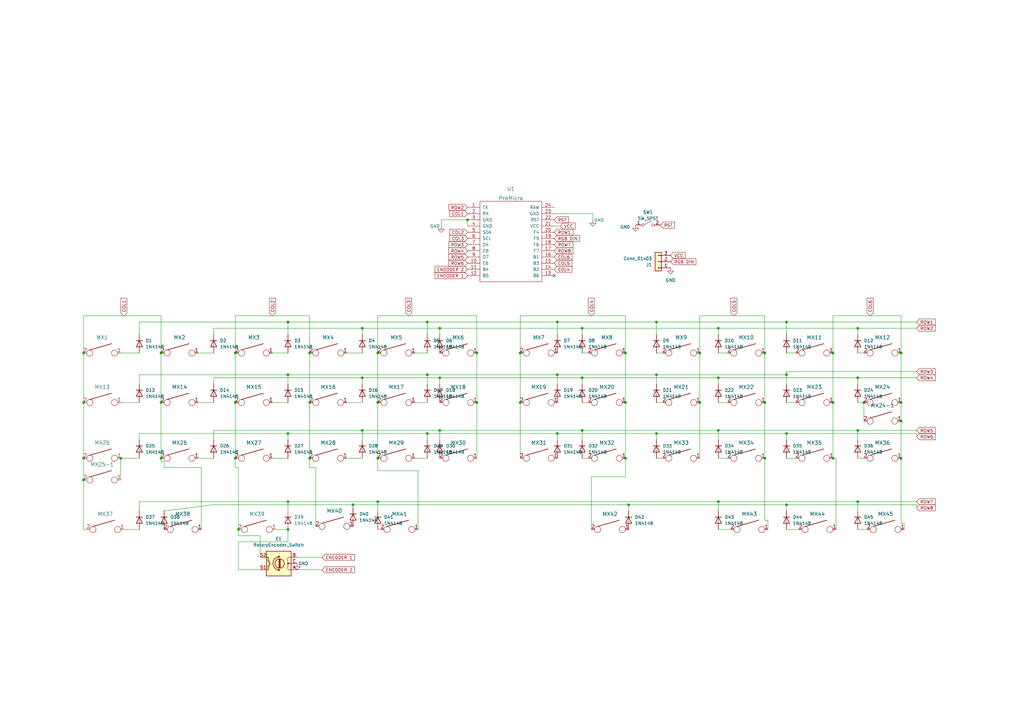
<source format=kicad_sch>
(kicad_sch (version 20211123) (generator eeschema)

  (uuid e63e39d7-6ac0-4ffd-8aa3-1841a4541b55)

  (paper "A3")

  (lib_symbols
    (symbol "Connector_Generic:Conn_01x03" (pin_names (offset 1.016) hide) (in_bom yes) (on_board yes)
      (property "Reference" "J" (id 0) (at 0 5.08 0)
        (effects (font (size 1.27 1.27)))
      )
      (property "Value" "Conn_01x03" (id 1) (at 0 -5.08 0)
        (effects (font (size 1.27 1.27)))
      )
      (property "Footprint" "" (id 2) (at 0 0 0)
        (effects (font (size 1.27 1.27)) hide)
      )
      (property "Datasheet" "~" (id 3) (at 0 0 0)
        (effects (font (size 1.27 1.27)) hide)
      )
      (property "ki_keywords" "connector" (id 4) (at 0 0 0)
        (effects (font (size 1.27 1.27)) hide)
      )
      (property "ki_description" "Generic connector, single row, 01x03, script generated (kicad-library-utils/schlib/autogen/connector/)" (id 5) (at 0 0 0)
        (effects (font (size 1.27 1.27)) hide)
      )
      (property "ki_fp_filters" "Connector*:*_1x??_*" (id 6) (at 0 0 0)
        (effects (font (size 1.27 1.27)) hide)
      )
      (symbol "Conn_01x03_1_1"
        (rectangle (start -1.27 -2.413) (end 0 -2.667)
          (stroke (width 0.1524) (type default) (color 0 0 0 0))
          (fill (type none))
        )
        (rectangle (start -1.27 0.127) (end 0 -0.127)
          (stroke (width 0.1524) (type default) (color 0 0 0 0))
          (fill (type none))
        )
        (rectangle (start -1.27 2.667) (end 0 2.413)
          (stroke (width 0.1524) (type default) (color 0 0 0 0))
          (fill (type none))
        )
        (rectangle (start -1.27 3.81) (end 1.27 -3.81)
          (stroke (width 0.254) (type default) (color 0 0 0 0))
          (fill (type background))
        )
        (pin passive line (at -5.08 2.54 0) (length 3.81)
          (name "Pin_1" (effects (font (size 1.27 1.27))))
          (number "1" (effects (font (size 1.27 1.27))))
        )
        (pin passive line (at -5.08 0 0) (length 3.81)
          (name "Pin_2" (effects (font (size 1.27 1.27))))
          (number "2" (effects (font (size 1.27 1.27))))
        )
        (pin passive line (at -5.08 -2.54 0) (length 3.81)
          (name "Pin_3" (effects (font (size 1.27 1.27))))
          (number "3" (effects (font (size 1.27 1.27))))
        )
      )
    )
    (symbol "Device:RotaryEncoder_Switch" (pin_names (offset 0.254) hide) (in_bom yes) (on_board yes)
      (property "Reference" "SW" (id 0) (at 0 6.604 0)
        (effects (font (size 1.27 1.27)))
      )
      (property "Value" "RotaryEncoder_Switch" (id 1) (at 0 -6.604 0)
        (effects (font (size 1.27 1.27)))
      )
      (property "Footprint" "" (id 2) (at -3.81 4.064 0)
        (effects (font (size 1.27 1.27)) hide)
      )
      (property "Datasheet" "~" (id 3) (at 0 6.604 0)
        (effects (font (size 1.27 1.27)) hide)
      )
      (property "ki_keywords" "rotary switch encoder switch push button" (id 4) (at 0 0 0)
        (effects (font (size 1.27 1.27)) hide)
      )
      (property "ki_description" "Rotary encoder, dual channel, incremental quadrate outputs, with switch" (id 5) (at 0 0 0)
        (effects (font (size 1.27 1.27)) hide)
      )
      (property "ki_fp_filters" "RotaryEncoder*Switch*" (id 6) (at 0 0 0)
        (effects (font (size 1.27 1.27)) hide)
      )
      (symbol "RotaryEncoder_Switch_0_1"
        (rectangle (start -5.08 5.08) (end 5.08 -5.08)
          (stroke (width 0.254) (type default) (color 0 0 0 0))
          (fill (type background))
        )
        (circle (center -3.81 0) (radius 0.254)
          (stroke (width 0) (type default) (color 0 0 0 0))
          (fill (type outline))
        )
        (arc (start -0.381 -2.794) (mid 2.3622 -0.0635) (end -0.381 2.667)
          (stroke (width 0.254) (type default) (color 0 0 0 0))
          (fill (type none))
        )
        (circle (center -0.381 0) (radius 1.905)
          (stroke (width 0.254) (type default) (color 0 0 0 0))
          (fill (type none))
        )
        (polyline
          (pts
            (xy -0.635 -1.778)
            (xy -0.635 1.778)
          )
          (stroke (width 0.254) (type default) (color 0 0 0 0))
          (fill (type none))
        )
        (polyline
          (pts
            (xy -0.381 -1.778)
            (xy -0.381 1.778)
          )
          (stroke (width 0.254) (type default) (color 0 0 0 0))
          (fill (type none))
        )
        (polyline
          (pts
            (xy -0.127 1.778)
            (xy -0.127 -1.778)
          )
          (stroke (width 0.254) (type default) (color 0 0 0 0))
          (fill (type none))
        )
        (polyline
          (pts
            (xy 3.81 0)
            (xy 3.429 0)
          )
          (stroke (width 0.254) (type default) (color 0 0 0 0))
          (fill (type none))
        )
        (polyline
          (pts
            (xy 3.81 1.016)
            (xy 3.81 -1.016)
          )
          (stroke (width 0.254) (type default) (color 0 0 0 0))
          (fill (type none))
        )
        (polyline
          (pts
            (xy -5.08 -2.54)
            (xy -3.81 -2.54)
            (xy -3.81 -2.032)
          )
          (stroke (width 0) (type default) (color 0 0 0 0))
          (fill (type none))
        )
        (polyline
          (pts
            (xy -5.08 2.54)
            (xy -3.81 2.54)
            (xy -3.81 2.032)
          )
          (stroke (width 0) (type default) (color 0 0 0 0))
          (fill (type none))
        )
        (polyline
          (pts
            (xy 0.254 -3.048)
            (xy -0.508 -2.794)
            (xy 0.127 -2.413)
          )
          (stroke (width 0.254) (type default) (color 0 0 0 0))
          (fill (type none))
        )
        (polyline
          (pts
            (xy 0.254 2.921)
            (xy -0.508 2.667)
            (xy 0.127 2.286)
          )
          (stroke (width 0.254) (type default) (color 0 0 0 0))
          (fill (type none))
        )
        (polyline
          (pts
            (xy 5.08 -2.54)
            (xy 4.318 -2.54)
            (xy 4.318 -1.016)
          )
          (stroke (width 0.254) (type default) (color 0 0 0 0))
          (fill (type none))
        )
        (polyline
          (pts
            (xy 5.08 2.54)
            (xy 4.318 2.54)
            (xy 4.318 1.016)
          )
          (stroke (width 0.254) (type default) (color 0 0 0 0))
          (fill (type none))
        )
        (polyline
          (pts
            (xy -5.08 0)
            (xy -3.81 0)
            (xy -3.81 -1.016)
            (xy -3.302 -2.032)
          )
          (stroke (width 0) (type default) (color 0 0 0 0))
          (fill (type none))
        )
        (polyline
          (pts
            (xy -4.318 0)
            (xy -3.81 0)
            (xy -3.81 1.016)
            (xy -3.302 2.032)
          )
          (stroke (width 0) (type default) (color 0 0 0 0))
          (fill (type none))
        )
        (circle (center 4.318 -1.016) (radius 0.127)
          (stroke (width 0.254) (type default) (color 0 0 0 0))
          (fill (type none))
        )
        (circle (center 4.318 1.016) (radius 0.127)
          (stroke (width 0.254) (type default) (color 0 0 0 0))
          (fill (type none))
        )
      )
      (symbol "RotaryEncoder_Switch_1_1"
        (pin passive line (at -7.62 2.54 0) (length 2.54)
          (name "A" (effects (font (size 1.27 1.27))))
          (number "A" (effects (font (size 1.27 1.27))))
        )
        (pin passive line (at -7.62 -2.54 0) (length 2.54)
          (name "B" (effects (font (size 1.27 1.27))))
          (number "B" (effects (font (size 1.27 1.27))))
        )
        (pin passive line (at -7.62 0 0) (length 2.54)
          (name "C" (effects (font (size 1.27 1.27))))
          (number "C" (effects (font (size 1.27 1.27))))
        )
        (pin passive line (at 7.62 2.54 180) (length 2.54)
          (name "S1" (effects (font (size 1.27 1.27))))
          (number "S1" (effects (font (size 1.27 1.27))))
        )
        (pin passive line (at 7.62 -2.54 180) (length 2.54)
          (name "S2" (effects (font (size 1.27 1.27))))
          (number "S2" (effects (font (size 1.27 1.27))))
        )
      )
    )
    (symbol "Diode:1N4148" (pin_numbers hide) (pin_names (offset 1.016) hide) (in_bom yes) (on_board yes)
      (property "Reference" "D" (id 0) (at 0 2.54 0)
        (effects (font (size 1.27 1.27)))
      )
      (property "Value" "1N4148" (id 1) (at 0 -2.54 0)
        (effects (font (size 1.27 1.27)))
      )
      (property "Footprint" "Diode_THT:D_DO-35_SOD27_P7.62mm_Horizontal" (id 2) (at 0 -4.445 0)
        (effects (font (size 1.27 1.27)) hide)
      )
      (property "Datasheet" "https://assets.nexperia.com/documents/data-sheet/1N4148_1N4448.pdf" (id 3) (at 0 0 0)
        (effects (font (size 1.27 1.27)) hide)
      )
      (property "ki_keywords" "diode" (id 4) (at 0 0 0)
        (effects (font (size 1.27 1.27)) hide)
      )
      (property "ki_description" "100V 0.15A standard switching diode, DO-35" (id 5) (at 0 0 0)
        (effects (font (size 1.27 1.27)) hide)
      )
      (property "ki_fp_filters" "D*DO?35*" (id 6) (at 0 0 0)
        (effects (font (size 1.27 1.27)) hide)
      )
      (symbol "1N4148_0_1"
        (polyline
          (pts
            (xy -1.27 1.27)
            (xy -1.27 -1.27)
          )
          (stroke (width 0.254) (type default) (color 0 0 0 0))
          (fill (type none))
        )
        (polyline
          (pts
            (xy 1.27 0)
            (xy -1.27 0)
          )
          (stroke (width 0) (type default) (color 0 0 0 0))
          (fill (type none))
        )
        (polyline
          (pts
            (xy 1.27 1.27)
            (xy 1.27 -1.27)
            (xy -1.27 0)
            (xy 1.27 1.27)
          )
          (stroke (width 0.254) (type default) (color 0 0 0 0))
          (fill (type none))
        )
      )
      (symbol "1N4148_1_1"
        (pin passive line (at -3.81 0 0) (length 2.54)
          (name "K" (effects (font (size 1.27 1.27))))
          (number "1" (effects (font (size 1.27 1.27))))
        )
        (pin passive line (at 3.81 0 180) (length 2.54)
          (name "A" (effects (font (size 1.27 1.27))))
          (number "2" (effects (font (size 1.27 1.27))))
        )
      )
    )
    (symbol "Switch:SW_SPST" (pin_names (offset 0) hide) (in_bom yes) (on_board yes)
      (property "Reference" "SW" (id 0) (at 0 3.175 0)
        (effects (font (size 1.27 1.27)))
      )
      (property "Value" "SW_SPST" (id 1) (at 0 -2.54 0)
        (effects (font (size 1.27 1.27)))
      )
      (property "Footprint" "" (id 2) (at 0 0 0)
        (effects (font (size 1.27 1.27)) hide)
      )
      (property "Datasheet" "~" (id 3) (at 0 0 0)
        (effects (font (size 1.27 1.27)) hide)
      )
      (property "ki_keywords" "switch lever" (id 4) (at 0 0 0)
        (effects (font (size 1.27 1.27)) hide)
      )
      (property "ki_description" "Single Pole Single Throw (SPST) switch" (id 5) (at 0 0 0)
        (effects (font (size 1.27 1.27)) hide)
      )
      (symbol "SW_SPST_0_0"
        (circle (center -2.032 0) (radius 0.508)
          (stroke (width 0) (type default) (color 0 0 0 0))
          (fill (type none))
        )
        (polyline
          (pts
            (xy -1.524 0.254)
            (xy 1.524 1.778)
          )
          (stroke (width 0) (type default) (color 0 0 0 0))
          (fill (type none))
        )
        (circle (center 2.032 0) (radius 0.508)
          (stroke (width 0) (type default) (color 0 0 0 0))
          (fill (type none))
        )
      )
      (symbol "SW_SPST_1_1"
        (pin passive line (at -5.08 0 0) (length 2.54)
          (name "A" (effects (font (size 1.27 1.27))))
          (number "1" (effects (font (size 1.27 1.27))))
        )
        (pin passive line (at 5.08 0 180) (length 2.54)
          (name "B" (effects (font (size 1.27 1.27))))
          (number "2" (effects (font (size 1.27 1.27))))
        )
      )
    )
    (symbol "keyboard_parts:KEYSW" (pin_names (offset 1.016)) (in_bom yes) (on_board yes)
      (property "Reference" "K?" (id 0) (at -1.27 0 0)
        (effects (font (size 1.524 1.524)))
      )
      (property "Value" "KEYSW" (id 1) (at 0 -2.54 0)
        (effects (font (size 1.524 1.524)) hide)
      )
      (property "Footprint" "" (id 2) (at 0 0 0)
        (effects (font (size 1.524 1.524)))
      )
      (property "Datasheet" "" (id 3) (at 0 0 0)
        (effects (font (size 1.524 1.524)))
      )
      (symbol "KEYSW_0_1"
        (circle (center -5.08 0) (radius 1.27)
          (stroke (width 0) (type default) (color 0 0 0 0))
          (fill (type none))
        )
        (polyline
          (pts
            (xy -5.08 1.27)
            (xy 3.81 3.81)
          )
          (stroke (width 0.254) (type default) (color 0 0 0 0))
          (fill (type none))
        )
        (circle (center 5.08 0) (radius 1.27)
          (stroke (width 0) (type default) (color 0 0 0 0))
          (fill (type none))
        )
      )
      (symbol "KEYSW_1_1"
        (pin passive line (at 7.62 0 180) (length 1.27)
          (name "~" (effects (font (size 1.524 1.524))))
          (number "1" (effects (font (size 1.524 1.524))))
        )
        (pin passive line (at -7.62 0 0) (length 1.27)
          (name "~" (effects (font (size 1.524 1.524))))
          (number "2" (effects (font (size 1.524 1.524))))
        )
      )
    )
    (symbol "power:GND" (power) (pin_names (offset 0)) (in_bom yes) (on_board yes)
      (property "Reference" "#PWR" (id 0) (at 0 -6.35 0)
        (effects (font (size 1.27 1.27)) hide)
      )
      (property "Value" "GND" (id 1) (at 0 -3.81 0)
        (effects (font (size 1.27 1.27)))
      )
      (property "Footprint" "" (id 2) (at 0 0 0)
        (effects (font (size 1.27 1.27)) hide)
      )
      (property "Datasheet" "" (id 3) (at 0 0 0)
        (effects (font (size 1.27 1.27)) hide)
      )
      (property "ki_keywords" "power-flag" (id 4) (at 0 0 0)
        (effects (font (size 1.27 1.27)) hide)
      )
      (property "ki_description" "Power symbol creates a global label with name \"GND\" , ground" (id 5) (at 0 0 0)
        (effects (font (size 1.27 1.27)) hide)
      )
      (symbol "GND_0_1"
        (polyline
          (pts
            (xy 0 0)
            (xy 0 -1.27)
            (xy 1.27 -1.27)
            (xy 0 -2.54)
            (xy -1.27 -1.27)
            (xy 0 -1.27)
          )
          (stroke (width 0) (type default) (color 0 0 0 0))
          (fill (type none))
        )
      )
      (symbol "GND_1_1"
        (pin power_in line (at 0 0 270) (length 0) hide
          (name "GND" (effects (font (size 1.27 1.27))))
          (number "1" (effects (font (size 1.27 1.27))))
        )
      )
    )
    (symbol "promicro:ProMicro" (pin_names (offset 1.016)) (in_bom yes) (on_board yes)
      (property "Reference" "U" (id 0) (at 0 24.13 0)
        (effects (font (size 1.524 1.524)))
      )
      (property "Value" "ProMicro" (id 1) (at 0 -13.97 0)
        (effects (font (size 1.524 1.524)))
      )
      (property "Footprint" "" (id 2) (at 2.54 -26.67 0)
        (effects (font (size 1.524 1.524)))
      )
      (property "Datasheet" "" (id 3) (at 2.54 -26.67 0)
        (effects (font (size 1.524 1.524)))
      )
      (symbol "ProMicro_0_1"
        (rectangle (start -12.7 21.59) (end 12.7 -11.43)
          (stroke (width 0) (type default) (color 0 0 0 0))
          (fill (type none))
        )
      )
      (symbol "ProMicro_1_1"
        (pin bidirectional line (at -17.78 19.05 0) (length 5.08)
          (name "TX" (effects (font (size 1.27 1.27))))
          (number "1" (effects (font (size 1.27 1.27))))
        )
        (pin bidirectional line (at -17.78 -3.81 0) (length 5.08)
          (name "E6" (effects (font (size 1.27 1.27))))
          (number "10" (effects (font (size 1.27 1.27))))
        )
        (pin bidirectional line (at -17.78 -6.35 0) (length 5.08)
          (name "B4" (effects (font (size 1.27 1.27))))
          (number "11" (effects (font (size 1.27 1.27))))
        )
        (pin bidirectional line (at -17.78 -8.89 0) (length 5.08)
          (name "B5" (effects (font (size 1.27 1.27))))
          (number "12" (effects (font (size 1.27 1.27))))
        )
        (pin bidirectional line (at 17.78 -8.89 180) (length 5.08)
          (name "B6" (effects (font (size 1.27 1.27))))
          (number "13" (effects (font (size 1.27 1.27))))
        )
        (pin bidirectional line (at 17.78 -6.35 180) (length 5.08)
          (name "B2" (effects (font (size 1.27 1.27))))
          (number "14" (effects (font (size 1.27 1.27))))
        )
        (pin bidirectional line (at 17.78 -3.81 180) (length 5.08)
          (name "B3" (effects (font (size 1.27 1.27))))
          (number "15" (effects (font (size 1.27 1.27))))
        )
        (pin bidirectional line (at 17.78 -1.27 180) (length 5.08)
          (name "B1" (effects (font (size 1.27 1.27))))
          (number "16" (effects (font (size 1.27 1.27))))
        )
        (pin bidirectional line (at 17.78 1.27 180) (length 5.08)
          (name "F7" (effects (font (size 1.27 1.27))))
          (number "17" (effects (font (size 1.27 1.27))))
        )
        (pin bidirectional line (at 17.78 3.81 180) (length 5.08)
          (name "F6" (effects (font (size 1.27 1.27))))
          (number "18" (effects (font (size 1.27 1.27))))
        )
        (pin bidirectional line (at 17.78 6.35 180) (length 5.08)
          (name "F5" (effects (font (size 1.27 1.27))))
          (number "19" (effects (font (size 1.27 1.27))))
        )
        (pin bidirectional line (at -17.78 16.51 0) (length 5.08)
          (name "RX" (effects (font (size 1.27 1.27))))
          (number "2" (effects (font (size 1.27 1.27))))
        )
        (pin bidirectional line (at 17.78 8.89 180) (length 5.08)
          (name "F4" (effects (font (size 1.27 1.27))))
          (number "20" (effects (font (size 1.27 1.27))))
        )
        (pin power_in line (at 17.78 11.43 180) (length 5.08)
          (name "VCC" (effects (font (size 1.27 1.27))))
          (number "21" (effects (font (size 1.27 1.27))))
        )
        (pin input line (at 17.78 13.97 180) (length 5.08)
          (name "RST" (effects (font (size 1.27 1.27))))
          (number "22" (effects (font (size 1.27 1.27))))
        )
        (pin power_in line (at 17.78 16.51 180) (length 5.08)
          (name "GND" (effects (font (size 1.27 1.27))))
          (number "23" (effects (font (size 1.27 1.27))))
        )
        (pin power_out line (at 17.78 19.05 180) (length 5.08)
          (name "RAW" (effects (font (size 1.27 1.27))))
          (number "24" (effects (font (size 1.27 1.27))))
        )
        (pin power_in line (at -17.78 13.97 0) (length 5.08)
          (name "GND" (effects (font (size 1.27 1.27))))
          (number "3" (effects (font (size 1.27 1.27))))
        )
        (pin power_in line (at -17.78 11.43 0) (length 5.08)
          (name "GND" (effects (font (size 1.27 1.27))))
          (number "4" (effects (font (size 1.27 1.27))))
        )
        (pin bidirectional line (at -17.78 8.89 0) (length 5.08)
          (name "SDA" (effects (font (size 1.27 1.27))))
          (number "5" (effects (font (size 1.27 1.27))))
        )
        (pin bidirectional line (at -17.78 6.35 0) (length 5.08)
          (name "SCL" (effects (font (size 1.27 1.27))))
          (number "6" (effects (font (size 1.27 1.27))))
        )
        (pin bidirectional line (at -17.78 3.81 0) (length 5.08)
          (name "D4" (effects (font (size 1.27 1.27))))
          (number "7" (effects (font (size 1.27 1.27))))
        )
        (pin bidirectional line (at -17.78 1.27 0) (length 5.08)
          (name "C6" (effects (font (size 1.27 1.27))))
          (number "8" (effects (font (size 1.27 1.27))))
        )
        (pin bidirectional line (at -17.78 -1.27 0) (length 5.08)
          (name "D7" (effects (font (size 1.27 1.27))))
          (number "9" (effects (font (size 1.27 1.27))))
        )
      )
    )
  )

  (junction (at 127 187.96) (diameter 0) (color 0 0 0 0)
    (uuid 05c91ce0-e118-4506-bd8f-5156a9c3acea)
  )
  (junction (at 180.34 176.53) (diameter 0) (color 0 0 0 0)
    (uuid 0ed11af5-0934-43bf-b32a-17d5b78ef9bf)
  )
  (junction (at 369.57 165.1) (diameter 0) (color 0 0 0 0)
    (uuid 0f2b9761-2d1d-4da5-8687-be48b351e621)
  )
  (junction (at 341.63 165.1) (diameter 0) (color 0 0 0 0)
    (uuid 101cf211-fc05-4864-8ce0-62c2fa6f7088)
  )
  (junction (at 34.29 144.78) (diameter 0) (color 0 0 0 0)
    (uuid 18534bc9-0102-48ad-b5a2-579994bf1e0e)
  )
  (junction (at 96.52 165.1) (diameter 0) (color 0 0 0 0)
    (uuid 1f259c91-17bf-4ada-9723-4ce18536abdc)
  )
  (junction (at 228.6 177.8) (diameter 0) (color 0 0 0 0)
    (uuid 2a821dbd-4ed0-4509-95e3-b85dd2f05530)
  )
  (junction (at 313.69 165.1) (diameter 0) (color 0 0 0 0)
    (uuid 2d620a02-474c-4011-9883-64b500c3994a)
  )
  (junction (at 34.29 187.96) (diameter 0) (color 0 0 0 0)
    (uuid 2fb73e79-ceb1-4fb4-b202-82db585b5cdd)
  )
  (junction (at 148.59 154.94) (diameter 0) (color 0 0 0 0)
    (uuid 3000c272-86f0-4915-ae47-e078ef23c49f)
  )
  (junction (at 118.11 205.74) (diameter 0) (color 0 0 0 0)
    (uuid 3454122c-c639-4c18-a36c-a5248d7cc6a7)
  )
  (junction (at 351.79 154.94) (diameter 0) (color 0 0 0 0)
    (uuid 373e491d-5250-432d-bfa7-1f1fd8c10340)
  )
  (junction (at 97.79 217.17) (diameter 0) (color 0 0 0 0)
    (uuid 38fc07bc-f91b-4931-8679-577e83cac584)
  )
  (junction (at 175.26 153.67) (diameter 0) (color 0 0 0 0)
    (uuid 3d1080af-2f70-482d-92ac-a9df76e92eda)
  )
  (junction (at 175.26 177.8) (diameter 0) (color 0 0 0 0)
    (uuid 3d434111-dc94-46e7-8e25-bded5e3bb71f)
  )
  (junction (at 351.79 205.74) (diameter 0) (color 0 0 0 0)
    (uuid 3e51081e-e381-4628-8e49-c189ef038500)
  )
  (junction (at 154.94 165.1) (diameter 0) (color 0 0 0 0)
    (uuid 4b6fb4b7-2b01-421a-b0e0-44f963d2fe35)
  )
  (junction (at 175.26 132.08) (diameter 0) (color 0 0 0 0)
    (uuid 4e8d2ee4-895b-45d4-ab5d-ac123520bd37)
  )
  (junction (at 191.77 90.17) (diameter 0) (color 0 0 0 0)
    (uuid 50d28e61-d6a4-433b-a78f-295d55739afd)
  )
  (junction (at 118.11 177.8) (diameter 0) (color 0 0 0 0)
    (uuid 5177524e-b322-4ada-8e60-17435e1ddaff)
  )
  (junction (at 354.33 165.1) (diameter 0) (color 0 0 0 0)
    (uuid 52dd390d-642c-44ef-9b4d-674c4897e516)
  )
  (junction (at 34.29 165.1) (diameter 0) (color 0 0 0 0)
    (uuid 541c8377-8d21-4b3a-96ae-158e798fb6e3)
  )
  (junction (at 148.59 176.53) (diameter 0) (color 0 0 0 0)
    (uuid 560470f0-a345-41cf-8238-f8a3c8ec9bdd)
  )
  (junction (at 294.64 134.62) (diameter 0) (color 0 0 0 0)
    (uuid 5ebe4b78-5e04-419b-9eb4-1964a098f8c7)
  )
  (junction (at 66.04 187.96) (diameter 0) (color 0 0 0 0)
    (uuid 5f29156c-0150-413f-922e-177b437b197b)
  )
  (junction (at 257.81 207.01) (diameter 0) (color 0 0 0 0)
    (uuid 6294d60a-5a6d-4e91-bd35-79741339d7e4)
  )
  (junction (at 180.34 154.94) (diameter 0) (color 0 0 0 0)
    (uuid 6364286b-f0b5-4719-a9a0-eb3bbd6fa48e)
  )
  (junction (at 195.58 144.78) (diameter 0) (color 0 0 0 0)
    (uuid 6a17a281-9f35-42bb-aa4f-cf484aa55fac)
  )
  (junction (at 144.78 207.01) (diameter 0) (color 0 0 0 0)
    (uuid 6ab5a90a-3043-4da1-b468-60be69312583)
  )
  (junction (at 287.02 144.78) (diameter 0) (color 0 0 0 0)
    (uuid 6c958bda-72e2-411a-b8e3-6626b1135c4e)
  )
  (junction (at 49.53 187.96) (diameter 0) (color 0 0 0 0)
    (uuid 7042a84c-c302-426e-b943-a042ff012964)
  )
  (junction (at 213.36 165.1) (diameter 0) (color 0 0 0 0)
    (uuid 74c12be0-f9a3-4b5a-a273-127a0b23550f)
  )
  (junction (at 341.63 144.78) (diameter 0) (color 0 0 0 0)
    (uuid 7d141c28-eccf-481a-83c9-295aab8b71a4)
  )
  (junction (at 34.29 196.85) (diameter 0) (color 0 0 0 0)
    (uuid 81b4807f-c85b-497c-8856-355cd955d9f5)
  )
  (junction (at 256.54 165.1) (diameter 0) (color 0 0 0 0)
    (uuid 8300a95c-a2a1-4047-aaac-f5ebca99da17)
  )
  (junction (at 369.57 187.96) (diameter 0) (color 0 0 0 0)
    (uuid 8b9ca8e8-f417-4e34-8b40-40aa34630c38)
  )
  (junction (at 369.57 172.72) (diameter 0) (color 0 0 0 0)
    (uuid 8d340f0a-c181-4e29-b9e8-e2a5bf9590b5)
  )
  (junction (at 213.36 144.78) (diameter 0) (color 0 0 0 0)
    (uuid 91b3375d-cdb1-436f-beb4-a9979ba3ddc8)
  )
  (junction (at 118.11 132.08) (diameter 0) (color 0 0 0 0)
    (uuid 95a2b3e2-bfff-40e4-b8bb-ba8acfe84908)
  )
  (junction (at 148.59 134.62) (diameter 0) (color 0 0 0 0)
    (uuid 98a85ac5-34af-4581-ad9c-b2385edb0f6d)
  )
  (junction (at 228.6 153.67) (diameter 0) (color 0 0 0 0)
    (uuid 99b77a1c-4c92-4440-b664-96da37e6733b)
  )
  (junction (at 294.64 205.74) (diameter 0) (color 0 0 0 0)
    (uuid 9d726789-51e2-4caf-a972-eacf04228c83)
  )
  (junction (at 154.94 187.96) (diameter 0) (color 0 0 0 0)
    (uuid 9fa550e9-5388-41d5-a08e-b9ba0decaa73)
  )
  (junction (at 287.02 165.1) (diameter 0) (color 0 0 0 0)
    (uuid a2454032-e1ca-4270-8c88-29b7d2314a75)
  )
  (junction (at 118.11 217.17) (diameter 0) (color 0 0 0 0)
    (uuid a4b2eb8f-67bf-4221-9b72-aedff37cb92e)
  )
  (junction (at 269.24 132.08) (diameter 0) (color 0 0 0 0)
    (uuid a76511db-8373-41c6-828a-552bedb8be3a)
  )
  (junction (at 322.58 132.08) (diameter 0) (color 0 0 0 0)
    (uuid a8f05aa8-ce33-44f7-aec8-16ea16146f98)
  )
  (junction (at 256.54 144.78) (diameter 0) (color 0 0 0 0)
    (uuid adb78b30-080b-4159-b500-01dee303640b)
  )
  (junction (at 269.24 153.67) (diameter 0) (color 0 0 0 0)
    (uuid b20ea14d-c1f1-4a44-b90d-6d5a07231d44)
  )
  (junction (at 180.34 134.62) (diameter 0) (color 0 0 0 0)
    (uuid b718fcb1-8742-4b46-85e8-c35e05bc00ea)
  )
  (junction (at 269.24 177.8) (diameter 0) (color 0 0 0 0)
    (uuid b82bd19f-e40d-4f38-8dd1-855fc9f2dcc0)
  )
  (junction (at 238.76 154.94) (diameter 0) (color 0 0 0 0)
    (uuid be0092c8-8d42-44f5-8845-5200577b77ad)
  )
  (junction (at 96.52 187.96) (diameter 0) (color 0 0 0 0)
    (uuid c131acbc-0db4-482a-9111-67319fc4b0dd)
  )
  (junction (at 322.58 177.8) (diameter 0) (color 0 0 0 0)
    (uuid c169a505-8f60-496f-9074-81d5c9820e1c)
  )
  (junction (at 238.76 134.62) (diameter 0) (color 0 0 0 0)
    (uuid c6ed29f5-fb74-49e9-88df-44db5f547df2)
  )
  (junction (at 322.58 153.67) (diameter 0) (color 0 0 0 0)
    (uuid ca19b3b1-baef-4b6d-ab52-cfccdddbf872)
  )
  (junction (at 195.58 165.1) (diameter 0) (color 0 0 0 0)
    (uuid ccbccb3e-89b1-4dab-802b-390fc836ac8c)
  )
  (junction (at 154.94 205.74) (diameter 0) (color 0 0 0 0)
    (uuid cf90d315-196f-4a1f-90c2-30759813278d)
  )
  (junction (at 127 165.1) (diameter 0) (color 0 0 0 0)
    (uuid d0945d71-6e3e-458b-8803-2b2fcae1bf68)
  )
  (junction (at 154.94 144.78) (diameter 0) (color 0 0 0 0)
    (uuid d0e61f83-bcd2-48aa-a66f-e61edf9ea9bf)
  )
  (junction (at 96.52 144.78) (diameter 0) (color 0 0 0 0)
    (uuid d809f0c6-bc82-484d-a261-5fa3f6c30ddd)
  )
  (junction (at 351.79 176.53) (diameter 0) (color 0 0 0 0)
    (uuid e096e0f0-3b7c-4628-8cdd-6a1e2be782d2)
  )
  (junction (at 369.57 144.78) (diameter 0) (color 0 0 0 0)
    (uuid e28c5158-3fac-403b-a17b-143b42893589)
  )
  (junction (at 256.54 187.96) (diameter 0) (color 0 0 0 0)
    (uuid e39ec251-d2a9-4e53-871d-87e9d629d954)
  )
  (junction (at 341.63 187.96) (diameter 0) (color 0 0 0 0)
    (uuid e53250d4-13b2-46b5-9507-5864ae9da558)
  )
  (junction (at 127 144.78) (diameter 0) (color 0 0 0 0)
    (uuid e620da3b-1de1-42a2-a6cb-886505ea21d3)
  )
  (junction (at 118.11 153.67) (diameter 0) (color 0 0 0 0)
    (uuid ed13ed02-5f67-40c5-b1c5-8981d8f3329e)
  )
  (junction (at 238.76 176.53) (diameter 0) (color 0 0 0 0)
    (uuid ef5feb71-6b4a-4515-a36a-f7790ce22a47)
  )
  (junction (at 313.69 187.96) (diameter 0) (color 0 0 0 0)
    (uuid f1eeafbd-e1fa-47de-93d6-7cee1b59d72d)
  )
  (junction (at 66.04 144.78) (diameter 0) (color 0 0 0 0)
    (uuid f46bb77b-9e85-4883-800c-a9daa111578a)
  )
  (junction (at 294.64 154.94) (diameter 0) (color 0 0 0 0)
    (uuid f76486c3-752b-4eb0-9ee6-ca64036b7a69)
  )
  (junction (at 66.04 165.1) (diameter 0) (color 0 0 0 0)
    (uuid f7beb4f1-b315-42bb-ad6a-93d94958c29c)
  )
  (junction (at 313.69 144.78) (diameter 0) (color 0 0 0 0)
    (uuid f8585e91-bf4a-4fa4-822e-d10c148d3782)
  )
  (junction (at 228.6 132.08) (diameter 0) (color 0 0 0 0)
    (uuid fb85f12d-b8f0-40e7-b852-5e1458fde7d6)
  )
  (junction (at 351.79 134.62) (diameter 0) (color 0 0 0 0)
    (uuid fc17f623-3d7c-4994-b599-e8b68f702d08)
  )
  (junction (at 322.58 207.01) (diameter 0) (color 0 0 0 0)
    (uuid ff9f44c7-aad1-480a-8e89-7510fa5460fe)
  )
  (junction (at 294.64 176.53) (diameter 0) (color 0 0 0 0)
    (uuid ffa97157-7971-4519-abda-5cf45509e847)
  )

  (no_connect (at 227.33 113.03) (uuid a2f96876-5d3e-4fc6-97de-76e32965b3d6))

  (wire (pts (xy 322.58 207.01) (xy 375.92 207.01))
    (stroke (width 0) (type default) (color 0 0 0 0))
    (uuid 00c0218d-2cb4-448e-9ad4-f4ab0abf6d3e)
  )
  (wire (pts (xy 57.15 205.74) (xy 118.11 205.74))
    (stroke (width 0) (type default) (color 0 0 0 0))
    (uuid 01b9be32-1283-4598-bff6-13b0f43b7c33)
  )
  (wire (pts (xy 242.57 195.58) (xy 256.54 195.58))
    (stroke (width 0) (type default) (color 0 0 0 0))
    (uuid 01d3944a-eec0-447a-8dfe-662b847ce924)
  )
  (wire (pts (xy 175.26 153.67) (xy 228.6 153.67))
    (stroke (width 0) (type default) (color 0 0 0 0))
    (uuid 02329608-4bb9-43f7-8f51-052572b78445)
  )
  (wire (pts (xy 96.52 129.54) (xy 127 129.54))
    (stroke (width 0) (type default) (color 0 0 0 0))
    (uuid 02600d42-03f4-432e-acb2-f7e3d50d4311)
  )
  (wire (pts (xy 322.58 177.8) (xy 322.58 180.34))
    (stroke (width 0) (type default) (color 0 0 0 0))
    (uuid 0353c2b7-7a42-4aa6-b3cd-94ed22de3707)
  )
  (wire (pts (xy 294.64 205.74) (xy 351.79 205.74))
    (stroke (width 0) (type default) (color 0 0 0 0))
    (uuid 03787ee2-c0ce-4d20-900e-c44144337e81)
  )
  (wire (pts (xy 269.24 144.78) (xy 271.78 144.78))
    (stroke (width 0) (type default) (color 0 0 0 0))
    (uuid 046ca300-6007-4c2d-a6da-b688c32b53f6)
  )
  (wire (pts (xy 142.24 144.78) (xy 148.59 144.78))
    (stroke (width 0) (type default) (color 0 0 0 0))
    (uuid 064d310d-6fd1-41e8-a89e-ad4327859227)
  )
  (wire (pts (xy 127 144.78) (xy 127 165.1))
    (stroke (width 0) (type default) (color 0 0 0 0))
    (uuid 088c3d77-6c8c-4f7f-bdbb-c0f1bad456a5)
  )
  (wire (pts (xy 287.02 129.54) (xy 313.69 129.54))
    (stroke (width 0) (type default) (color 0 0 0 0))
    (uuid 093780d9-187d-481f-9ede-ed7639ec21a4)
  )
  (wire (pts (xy 322.58 153.67) (xy 322.58 157.48))
    (stroke (width 0) (type default) (color 0 0 0 0))
    (uuid 09446378-d79d-4841-87d1-09009e11e21c)
  )
  (wire (pts (xy 148.59 134.62) (xy 180.34 134.62))
    (stroke (width 0) (type default) (color 0 0 0 0))
    (uuid 0956e0db-eecd-4e7c-b9a2-15369c042aa1)
  )
  (wire (pts (xy 129.54 191.77) (xy 127 191.77))
    (stroke (width 0) (type default) (color 0 0 0 0))
    (uuid 10a95f78-7dde-4600-80fc-1c32579df3f1)
  )
  (wire (pts (xy 294.64 176.53) (xy 351.79 176.53))
    (stroke (width 0) (type default) (color 0 0 0 0))
    (uuid 10b73343-3a3a-4377-b401-04c4334fea4e)
  )
  (wire (pts (xy 351.79 134.62) (xy 294.64 134.62))
    (stroke (width 0) (type default) (color 0 0 0 0))
    (uuid 11445971-2583-4989-aa60-3e2b824bc46a)
  )
  (wire (pts (xy 49.53 187.96) (xy 49.53 196.85))
    (stroke (width 0) (type default) (color 0 0 0 0))
    (uuid 14b3c257-4f35-4e7a-a8a8-72b53ce5194f)
  )
  (wire (pts (xy 351.79 154.94) (xy 294.64 154.94))
    (stroke (width 0) (type default) (color 0 0 0 0))
    (uuid 15cf59a6-f1ca-45b6-8fd2-5db6ae6ed231)
  )
  (wire (pts (xy 127 191.77) (xy 127 187.96))
    (stroke (width 0) (type default) (color 0 0 0 0))
    (uuid 15d9dfaa-f50c-4223-8883-87a2b8c7dc74)
  )
  (wire (pts (xy 175.26 177.8) (xy 175.26 180.34))
    (stroke (width 0) (type default) (color 0 0 0 0))
    (uuid 15daff2a-cb05-47aa-a939-6184d08ce99d)
  )
  (wire (pts (xy 49.53 187.96) (xy 57.15 187.96))
    (stroke (width 0) (type default) (color 0 0 0 0))
    (uuid 163d1469-42a0-4e62-ac6c-2e1cfe0cbf0e)
  )
  (wire (pts (xy 294.64 154.94) (xy 294.64 157.48))
    (stroke (width 0) (type default) (color 0 0 0 0))
    (uuid 174f07e3-9a1e-414a-b022-62b3e4cf2c66)
  )
  (wire (pts (xy 170.18 144.78) (xy 175.26 144.78))
    (stroke (width 0) (type default) (color 0 0 0 0))
    (uuid 18888854-c0f8-4444-9cd1-26264f093c5d)
  )
  (wire (pts (xy 351.79 157.48) (xy 351.79 154.94))
    (stroke (width 0) (type default) (color 0 0 0 0))
    (uuid 18c09eed-48f6-4a0e-9cf7-e93dfafa766d)
  )
  (wire (pts (xy 322.58 209.55) (xy 322.58 207.01))
    (stroke (width 0) (type default) (color 0 0 0 0))
    (uuid 18f386a2-5f07-46fa-b846-c8947b82840a)
  )
  (wire (pts (xy 369.57 187.96) (xy 369.57 214.63))
    (stroke (width 0) (type default) (color 0 0 0 0))
    (uuid 1a01bf50-25c0-4cee-98e7-e4bab5723ded)
  )
  (wire (pts (xy 118.11 205.74) (xy 118.11 209.55))
    (stroke (width 0) (type default) (color 0 0 0 0))
    (uuid 1d806caa-9761-417a-9127-3b0c935e3d5e)
  )
  (wire (pts (xy 148.59 154.94) (xy 148.59 157.48))
    (stroke (width 0) (type default) (color 0 0 0 0))
    (uuid 1f006d56-fcc1-43b2-92a1-a22cd58f20cd)
  )
  (wire (pts (xy 96.52 144.78) (xy 96.52 165.1))
    (stroke (width 0) (type default) (color 0 0 0 0))
    (uuid 2110aac6-b15a-4026-804d-bbb47722d86d)
  )
  (wire (pts (xy 369.57 144.78) (xy 369.57 165.1))
    (stroke (width 0) (type default) (color 0 0 0 0))
    (uuid 22726457-a59f-4c97-9939-46eb88eddca6)
  )
  (wire (pts (xy 97.79 217.17) (xy 97.79 219.71))
    (stroke (width 0) (type default) (color 0 0 0 0))
    (uuid 24364b82-cc7c-4fa5-85d3-e67dd946d5cd)
  )
  (wire (pts (xy 121.92 228.6) (xy 132.08 228.6))
    (stroke (width 0) (type default) (color 0 0 0 0))
    (uuid 2788495c-0df5-4c4b-92cf-214e951539aa)
  )
  (wire (pts (xy 243.1796 90.2716) (xy 243.1796 87.63))
    (stroke (width 0) (type default) (color 0 0 0 0))
    (uuid 27c1f80b-f45e-43d3-a167-c633f7ffe77f)
  )
  (wire (pts (xy 322.58 132.08) (xy 322.58 137.16))
    (stroke (width 0) (type default) (color 0 0 0 0))
    (uuid 295c6d13-2059-4604-98a9-b81bcd528128)
  )
  (wire (pts (xy 238.76 187.96) (xy 241.3 187.96))
    (stroke (width 0) (type default) (color 0 0 0 0))
    (uuid 2ccdbcb0-6f0b-499d-b11b-2986d6d3e44a)
  )
  (wire (pts (xy 50.8 217.17) (xy 57.15 217.17))
    (stroke (width 0) (type default) (color 0 0 0 0))
    (uuid 2eb48005-2321-4979-8ffe-dceafdc327c0)
  )
  (wire (pts (xy 322.58 132.08) (xy 375.92 132.08))
    (stroke (width 0) (type default) (color 0 0 0 0))
    (uuid 32c384fc-a8b5-47d8-865f-6ceca8fa4505)
  )
  (wire (pts (xy 144.78 207.01) (xy 257.81 207.01))
    (stroke (width 0) (type default) (color 0 0 0 0))
    (uuid 3625f77c-1c9c-4b74-838f-f3f0ee576d03)
  )
  (wire (pts (xy 287.02 144.78) (xy 287.02 165.1))
    (stroke (width 0) (type default) (color 0 0 0 0))
    (uuid 36efe47d-d77f-4d1b-a725-f9d3c1574bfb)
  )
  (wire (pts (xy 341.63 144.78) (xy 341.63 129.54))
    (stroke (width 0) (type default) (color 0 0 0 0))
    (uuid 388a3f5e-c9ec-480a-8991-70bef30c1dce)
  )
  (wire (pts (xy 294.64 134.62) (xy 238.76 134.62))
    (stroke (width 0) (type default) (color 0 0 0 0))
    (uuid 38a89dcc-e0df-44b2-86bb-b9431bdc48d9)
  )
  (wire (pts (xy 34.29 165.1) (xy 34.29 187.96))
    (stroke (width 0) (type default) (color 0 0 0 0))
    (uuid 38a9dd9f-c60f-4e74-af08-5903faa34fbd)
  )
  (wire (pts (xy 118.11 132.08) (xy 118.11 137.16))
    (stroke (width 0) (type default) (color 0 0 0 0))
    (uuid 3a98a33b-34f7-4f3e-b21e-78816419d363)
  )
  (wire (pts (xy 180.34 134.62) (xy 238.76 134.62))
    (stroke (width 0) (type default) (color 0 0 0 0))
    (uuid 3aaf1361-7b71-452c-aa61-68599d28c9b0)
  )
  (wire (pts (xy 228.6 177.8) (xy 269.24 177.8))
    (stroke (width 0) (type default) (color 0 0 0 0))
    (uuid 3bbd4f62-5276-42b0-9a44-7496a102e484)
  )
  (wire (pts (xy 82.55 217.17) (xy 82.55 191.77))
    (stroke (width 0) (type default) (color 0 0 0 0))
    (uuid 3d30435d-8b84-4eb6-84e3-0700463a857e)
  )
  (wire (pts (xy 129.54 215.9) (xy 129.54 191.77))
    (stroke (width 0) (type default) (color 0 0 0 0))
    (uuid 3e030d68-57bc-40b2-a1b2-2aceb0dc144d)
  )
  (wire (pts (xy 175.26 153.67) (xy 175.26 157.48))
    (stroke (width 0) (type default) (color 0 0 0 0))
    (uuid 41389701-49f8-41d7-a3df-362cef1be994)
  )
  (wire (pts (xy 294.64 176.53) (xy 238.76 176.53))
    (stroke (width 0) (type default) (color 0 0 0 0))
    (uuid 425c917c-d9c8-4e96-8dd7-5a64630cec81)
  )
  (wire (pts (xy 111.76 144.78) (xy 118.11 144.78))
    (stroke (width 0) (type default) (color 0 0 0 0))
    (uuid 42cc0989-4239-4670-8e2f-5be7eb01c995)
  )
  (wire (pts (xy 118.11 153.67) (xy 175.26 153.67))
    (stroke (width 0) (type default) (color 0 0 0 0))
    (uuid 449ea357-1663-4f56-bb1b-d1c41499837e)
  )
  (wire (pts (xy 342.9 217.17) (xy 342.9 187.96))
    (stroke (width 0) (type default) (color 0 0 0 0))
    (uuid 48e65ec0-c202-482a-be2d-6fb647bba14f)
  )
  (wire (pts (xy 256.54 165.1) (xy 256.54 187.96))
    (stroke (width 0) (type default) (color 0 0 0 0))
    (uuid 4900640c-c041-423b-8166-e89a37df84e4)
  )
  (wire (pts (xy 154.94 205.74) (xy 294.64 205.74))
    (stroke (width 0) (type default) (color 0 0 0 0))
    (uuid 49106c9d-e924-42cb-81a0-5d58500ef5fb)
  )
  (wire (pts (xy 238.76 154.94) (xy 238.76 157.48))
    (stroke (width 0) (type default) (color 0 0 0 0))
    (uuid 4ae79a3c-bb6c-4cf9-ac8c-a8a78b5e6383)
  )
  (wire (pts (xy 322.58 177.8) (xy 375.92 177.8))
    (stroke (width 0) (type default) (color 0 0 0 0))
    (uuid 4b2c1745-3571-4b5e-90f5-7806aa2074d8)
  )
  (wire (pts (xy 351.79 187.96) (xy 354.33 187.96))
    (stroke (width 0) (type default) (color 0 0 0 0))
    (uuid 4e036055-243f-4760-ab92-e81db1c5ac7c)
  )
  (wire (pts (xy 195.58 144.78) (xy 195.58 129.54))
    (stroke (width 0) (type default) (color 0 0 0 0))
    (uuid 4ebd0289-6b61-4f2e-95cd-36cd2e84418a)
  )
  (wire (pts (xy 97.79 191.77) (xy 96.52 191.77))
    (stroke (width 0) (type default) (color 0 0 0 0))
    (uuid 4f290a09-c160-4427-8f1f-65c17281187a)
  )
  (wire (pts (xy 180.34 154.94) (xy 180.34 157.48))
    (stroke (width 0) (type default) (color 0 0 0 0))
    (uuid 4f68bb3a-2113-4da5-82d8-a0a94aeffd6c)
  )
  (wire (pts (xy 144.78 207.01) (xy 144.78 208.28))
    (stroke (width 0) (type default) (color 0 0 0 0))
    (uuid 5064493a-d03e-436d-a962-bc5a20ca045d)
  )
  (wire (pts (xy 106.68 228.6) (xy 106.68 219.71))
    (stroke (width 0) (type default) (color 0 0 0 0))
    (uuid 512867bd-2114-410e-8dff-87079b2e42b0)
  )
  (wire (pts (xy 66.04 129.54) (xy 34.29 129.54))
    (stroke (width 0) (type default) (color 0 0 0 0))
    (uuid 51e98d7f-b5f1-4165-a3e7-5e6ab9803a4e)
  )
  (wire (pts (xy 67.31 189.23) (xy 66.04 189.23))
    (stroke (width 0) (type default) (color 0 0 0 0))
    (uuid 52676e8d-dd84-4ee2-8b6e-e982615a1961)
  )
  (wire (pts (xy 180.34 134.62) (xy 180.34 137.16))
    (stroke (width 0) (type default) (color 0 0 0 0))
    (uuid 52963fdf-aab1-47fe-936b-6b46f230baef)
  )
  (wire (pts (xy 97.79 222.25) (xy 97.79 233.68))
    (stroke (width 0) (type default) (color 0 0 0 0))
    (uuid 5392ac49-df8e-413f-95bd-dd7d0339fbab)
  )
  (wire (pts (xy 57.15 132.08) (xy 118.11 132.08))
    (stroke (width 0) (type default) (color 0 0 0 0))
    (uuid 5483821c-f480-431e-940c-69c1cf7e33ba)
  )
  (wire (pts (xy 82.55 191.77) (xy 67.31 191.77))
    (stroke (width 0) (type default) (color 0 0 0 0))
    (uuid 559fbc1f-5223-405a-a063-7dc0df895d5c)
  )
  (wire (pts (xy 106.68 219.71) (xy 97.79 219.71))
    (stroke (width 0) (type default) (color 0 0 0 0))
    (uuid 55b869f9-3122-4874-ad45-ef917b8bc564)
  )
  (wire (pts (xy 228.6 153.67) (xy 228.6 157.48))
    (stroke (width 0) (type default) (color 0 0 0 0))
    (uuid 56475d1d-85c4-47fe-a45f-ebffd4c6aed4)
  )
  (wire (pts (xy 57.15 209.55) (xy 57.15 205.74))
    (stroke (width 0) (type default) (color 0 0 0 0))
    (uuid 59f6d2fe-75d5-43ee-b2e4-ace6d75a082f)
  )
  (wire (pts (xy 171.45 193.04) (xy 154.94 193.04))
    (stroke (width 0) (type default) (color 0 0 0 0))
    (uuid 5ca8f99b-fbdf-4277-a4d8-f473a4effb2b)
  )
  (wire (pts (xy 127 129.54) (xy 127 144.78))
    (stroke (width 0) (type default) (color 0 0 0 0))
    (uuid 5f449ba9-0874-4a69-ad58-95c50963676f)
  )
  (wire (pts (xy 87.63 176.53) (xy 87.63 180.34))
    (stroke (width 0) (type default) (color 0 0 0 0))
    (uuid 62d78ce3-70af-465b-96ea-c9c3bb91f9a9)
  )
  (wire (pts (xy 341.63 165.1) (xy 341.63 187.96))
    (stroke (width 0) (type default) (color 0 0 0 0))
    (uuid 63d6e458-6925-4e3f-9379-d15fdb10b651)
  )
  (wire (pts (xy 294.64 154.94) (xy 238.76 154.94))
    (stroke (width 0) (type default) (color 0 0 0 0))
    (uuid 64b7d3f4-9123-4a7e-9575-d8896e231917)
  )
  (wire (pts (xy 148.59 134.62) (xy 87.63 134.62))
    (stroke (width 0) (type default) (color 0 0 0 0))
    (uuid 64e854bd-d82a-4a95-bb38-711d0fe0a5bf)
  )
  (wire (pts (xy 351.79 205.74) (xy 351.79 209.55))
    (stroke (width 0) (type default) (color 0 0 0 0))
    (uuid 65daeb37-2952-49e0-9b20-e6cc3b251e00)
  )
  (wire (pts (xy 113.03 217.17) (xy 118.11 217.17))
    (stroke (width 0) (type default) (color 0 0 0 0))
    (uuid 66681521-aac5-4184-8dbd-3ad5a847edda)
  )
  (wire (pts (xy 175.26 177.8) (xy 228.6 177.8))
    (stroke (width 0) (type default) (color 0 0 0 0))
    (uuid 66a9519c-3155-45d8-ac9e-42f1570cf59a)
  )
  (wire (pts (xy 111.76 187.96) (xy 118.11 187.96))
    (stroke (width 0) (type default) (color 0 0 0 0))
    (uuid 677fd8f7-2cab-482a-bf76-57ee30b64f9c)
  )
  (wire (pts (xy 341.63 129.54) (xy 369.57 129.54))
    (stroke (width 0) (type default) (color 0 0 0 0))
    (uuid 69e379d7-c147-4684-9356-f8f942a45487)
  )
  (wire (pts (xy 354.33 165.1) (xy 354.33 172.72))
    (stroke (width 0) (type default) (color 0 0 0 0))
    (uuid 6ac7c3a5-0d73-4348-ae18-cb77880cbcd3)
  )
  (wire (pts (xy 175.26 132.08) (xy 228.6 132.08))
    (stroke (width 0) (type default) (color 0 0 0 0))
    (uuid 6b871ac3-1160-4101-82d5-6ee952e3a15a)
  )
  (wire (pts (xy 294.64 187.96) (xy 298.45 187.96))
    (stroke (width 0) (type default) (color 0 0 0 0))
    (uuid 6c617341-02b1-4ed3-a1de-0c04a6af9946)
  )
  (wire (pts (xy 180.34 154.94) (xy 238.76 154.94))
    (stroke (width 0) (type default) (color 0 0 0 0))
    (uuid 6cd5eef6-a94b-4ea5-bc57-ed07ac0c35b7)
  )
  (wire (pts (xy 96.52 165.1) (xy 96.52 187.96))
    (stroke (width 0) (type default) (color 0 0 0 0))
    (uuid 6e0127b3-98f6-4d88-bbf8-84b4939dedd8)
  )
  (wire (pts (xy 287.02 165.1) (xy 287.02 187.96))
    (stroke (width 0) (type default) (color 0 0 0 0))
    (uuid 6e331b0f-bbce-4d5b-9c52-f3886b94a81c)
  )
  (wire (pts (xy 269.24 165.1) (xy 271.78 165.1))
    (stroke (width 0) (type default) (color 0 0 0 0))
    (uuid 6f39d5ae-afa1-42d0-9cab-1664c6c7ff8e)
  )
  (wire (pts (xy 66.04 144.78) (xy 66.04 129.54))
    (stroke (width 0) (type default) (color 0 0 0 0))
    (uuid 6f854478-d762-40b8-9548-e2a012e9028a)
  )
  (wire (pts (xy 118.11 217.17) (xy 118.11 222.25))
    (stroke (width 0) (type default) (color 0 0 0 0))
    (uuid 7030a3b9-2064-4015-8750-4f1df7804bc1)
  )
  (wire (pts (xy 351.79 217.17) (xy 355.6 217.17))
    (stroke (width 0) (type default) (color 0 0 0 0))
    (uuid 70f2c61e-4df5-4bc6-a176-359a33674e56)
  )
  (wire (pts (xy 238.76 176.53) (xy 238.76 180.34))
    (stroke (width 0) (type default) (color 0 0 0 0))
    (uuid 71a0a395-5603-4f02-bc85-e694fab7306b)
  )
  (wire (pts (xy 269.24 177.8) (xy 269.24 180.34))
    (stroke (width 0) (type default) (color 0 0 0 0))
    (uuid 71cf52c3-8da7-42e9-bda7-07fc84a9f5be)
  )
  (wire (pts (xy 180.9496 92.7862) (xy 180.9496 90.17))
    (stroke (width 0) (type default) (color 0 0 0 0))
    (uuid 720eaff4-bc7e-47e3-8861-2c2dad120b59)
  )
  (wire (pts (xy 313.69 213.36) (xy 314.96 213.36))
    (stroke (width 0) (type default) (color 0 0 0 0))
    (uuid 7215cf08-0031-4434-a1db-f90d22f98841)
  )
  (wire (pts (xy 375.92 207.01) (xy 375.92 208.28))
    (stroke (width 0) (type default) (color 0 0 0 0))
    (uuid 728d6ff4-2fe4-41c2-ad99-4871cdd34d34)
  )
  (wire (pts (xy 351.79 176.53) (xy 375.92 176.53))
    (stroke (width 0) (type default) (color 0 0 0 0))
    (uuid 72c94afd-35ba-473b-ab89-2c84bce032ba)
  )
  (wire (pts (xy 322.58 165.1) (xy 326.39 165.1))
    (stroke (width 0) (type default) (color 0 0 0 0))
    (uuid 7570c176-8e96-4936-904b-b3ea1120ed2c)
  )
  (wire (pts (xy 195.58 144.78) (xy 195.58 165.1))
    (stroke (width 0) (type default) (color 0 0 0 0))
    (uuid 75f67a40-acc6-4d46-8f5b-421d0a42d2bd)
  )
  (wire (pts (xy 294.64 205.74) (xy 294.64 209.55))
    (stroke (width 0) (type default) (color 0 0 0 0))
    (uuid 78fb2539-99fd-4f35-b543-4d982b54e9d4)
  )
  (wire (pts (xy 154.94 205.74) (xy 154.94 209.55))
    (stroke (width 0) (type default) (color 0 0 0 0))
    (uuid 806b53ee-b189-4775-81f6-618574e26ec1)
  )
  (wire (pts (xy 97.79 217.17) (xy 97.79 191.77))
    (stroke (width 0) (type default) (color 0 0 0 0))
    (uuid 83df5387-303b-47c0-9a38-bfeca0a0b9c8)
  )
  (wire (pts (xy 66.04 144.78) (xy 66.04 165.1))
    (stroke (width 0) (type default) (color 0 0 0 0))
    (uuid 853aa465-e0fb-43c9-a8a7-74f61d53753d)
  )
  (wire (pts (xy 322.58 217.17) (xy 327.66 217.17))
    (stroke (width 0) (type default) (color 0 0 0 0))
    (uuid 855a8808-dd07-4fa6-bae6-4e380c1a56f5)
  )
  (wire (pts (xy 341.63 144.78) (xy 341.63 165.1))
    (stroke (width 0) (type default) (color 0 0 0 0))
    (uuid 873704dc-1678-42ac-8031-00164ff24e67)
  )
  (wire (pts (xy 269.24 132.08) (xy 269.24 137.16))
    (stroke (width 0) (type default) (color 0 0 0 0))
    (uuid 8792303e-f86e-414c-a93f-c956c1d1a36e)
  )
  (wire (pts (xy 213.36 129.54) (xy 213.36 144.78))
    (stroke (width 0) (type default) (color 0 0 0 0))
    (uuid 87f97108-93cf-4ec2-9532-dae843228e58)
  )
  (wire (pts (xy 228.6 153.67) (xy 269.24 153.67))
    (stroke (width 0) (type default) (color 0 0 0 0))
    (uuid 88c6a8a5-45d2-424d-bba4-ccab09526957)
  )
  (wire (pts (xy 171.45 217.17) (xy 171.45 193.04))
    (stroke (width 0) (type default) (color 0 0 0 0))
    (uuid 8aac497d-6d5c-46a9-b637-6a1f1d0179b2)
  )
  (wire (pts (xy 238.76 134.62) (xy 238.76 137.16))
    (stroke (width 0) (type default) (color 0 0 0 0))
    (uuid 8e27167b-bfd1-4762-bf73-25e300f92208)
  )
  (wire (pts (xy 34.29 144.78) (xy 34.29 165.1))
    (stroke (width 0) (type default) (color 0 0 0 0))
    (uuid 8e435de3-5bdf-4436-93bf-ed1067746571)
  )
  (wire (pts (xy 351.79 154.94) (xy 375.92 154.94))
    (stroke (width 0) (type default) (color 0 0 0 0))
    (uuid 8eb54c44-a84a-441b-a1f6-a4ab6c5efc94)
  )
  (wire (pts (xy 118.11 205.74) (xy 154.94 205.74))
    (stroke (width 0) (type default) (color 0 0 0 0))
    (uuid 8ed58acc-8409-4c97-a558-6b704db18345)
  )
  (wire (pts (xy 351.79 205.74) (xy 375.92 205.74))
    (stroke (width 0) (type default) (color 0 0 0 0))
    (uuid 908592d6-8858-4afb-876b-bfb9a83ce0e5)
  )
  (wire (pts (xy 34.29 217.17) (xy 35.56 217.17))
    (stroke (width 0) (type default) (color 0 0 0 0))
    (uuid 90cb1cf2-5686-435c-b8b0-f62f6ce56c30)
  )
  (wire (pts (xy 180.34 176.53) (xy 180.34 180.34))
    (stroke (width 0) (type default) (color 0 0 0 0))
    (uuid 92f199b0-0165-4734-8227-cbf1bc55ea92)
  )
  (wire (pts (xy 34.29 187.96) (xy 34.29 196.85))
    (stroke (width 0) (type default) (color 0 0 0 0))
    (uuid 96df1269-09ba-4140-ad1d-2a9a939ac66b)
  )
  (wire (pts (xy 154.94 144.78) (xy 154.94 129.54))
    (stroke (width 0) (type default) (color 0 0 0 0))
    (uuid 9887ab77-0788-4cf3-accc-d2baa7e6839d)
  )
  (wire (pts (xy 148.59 134.62) (xy 148.59 137.16))
    (stroke (width 0) (type default) (color 0 0 0 0))
    (uuid 9915c8de-6e17-487b-99c4-e4e1086d6a58)
  )
  (wire (pts (xy 242.57 217.17) (xy 242.57 195.58))
    (stroke (width 0) (type default) (color 0 0 0 0))
    (uuid 99a754a7-1566-4a13-af0d-a9dbcdd914ed)
  )
  (wire (pts (xy 118.11 132.08) (xy 175.26 132.08))
    (stroke (width 0) (type default) (color 0 0 0 0))
    (uuid 9ab21af6-22d2-4e91-a28c-6b3e6204a07b)
  )
  (wire (pts (xy 314.96 213.36) (xy 314.96 217.17))
    (stroke (width 0) (type default) (color 0 0 0 0))
    (uuid 9ad184ba-75df-4844-a215-9904b4001d0f)
  )
  (wire (pts (xy 121.92 233.68) (xy 132.08 233.68))
    (stroke (width 0) (type default) (color 0 0 0 0))
    (uuid 9c33795b-1da4-4038-8695-4e3025dd7fd4)
  )
  (wire (pts (xy 269.24 177.8) (xy 322.58 177.8))
    (stroke (width 0) (type default) (color 0 0 0 0))
    (uuid 9cbd7324-286a-41f4-927a-eb903df2e4a7)
  )
  (wire (pts (xy 81.28 187.96) (xy 87.63 187.96))
    (stroke (width 0) (type default) (color 0 0 0 0))
    (uuid 9dbcea4f-71c7-4ddc-84f7-b3b30f4d900d)
  )
  (wire (pts (xy 148.59 154.94) (xy 87.63 154.94))
    (stroke (width 0) (type default) (color 0 0 0 0))
    (uuid 9e0e9126-fa1c-41b0-b957-ccc5cb22e92f)
  )
  (wire (pts (xy 57.15 180.34) (xy 57.15 177.8))
    (stroke (width 0) (type default) (color 0 0 0 0))
    (uuid 9e2c4edd-adda-4b8d-9cc3-6e429cf589e8)
  )
  (wire (pts (xy 106.68 233.68) (xy 97.79 233.68))
    (stroke (width 0) (type default) (color 0 0 0 0))
    (uuid 9e342c3e-ed9e-4e16-8ecb-2e7ef3630930)
  )
  (wire (pts (xy 369.57 214.63) (xy 370.84 214.63))
    (stroke (width 0) (type default) (color 0 0 0 0))
    (uuid 9e8cf615-9ff2-4ee1-9f4f-8c90a83d8f76)
  )
  (wire (pts (xy 49.53 144.78) (xy 57.15 144.78))
    (stroke (width 0) (type default) (color 0 0 0 0))
    (uuid 9e8db9b5-7424-458b-a9fd-104562ec3ca1)
  )
  (wire (pts (xy 96.52 191.77) (xy 96.52 187.96))
    (stroke (width 0) (type default) (color 0 0 0 0))
    (uuid 9eaea664-304b-4d27-ac69-87301053b230)
  )
  (wire (pts (xy 148.59 176.53) (xy 180.34 176.53))
    (stroke (width 0) (type default) (color 0 0 0 0))
    (uuid a065cbba-c0ba-4a57-906b-2da3e490d718)
  )
  (wire (pts (xy 66.04 165.1) (xy 66.04 187.96))
    (stroke (width 0) (type default) (color 0 0 0 0))
    (uuid a1df6b70-33be-43f1-ba5a-e219a4a8ece5)
  )
  (wire (pts (xy 375.92 152.4) (xy 322.58 152.4))
    (stroke (width 0) (type default) (color 0 0 0 0))
    (uuid a3e104a3-15a4-4a1c-83bf-f015664615bb)
  )
  (wire (pts (xy 228.6 132.08) (xy 269.24 132.08))
    (stroke (width 0) (type default) (color 0 0 0 0))
    (uuid a4585d58-43a8-46e1-8439-fe08948369c8)
  )
  (wire (pts (xy 213.36 129.54) (xy 256.54 129.54))
    (stroke (width 0) (type default) (color 0 0 0 0))
    (uuid a4bbf6ec-0771-406c-8edf-92f6a5437f4c)
  )
  (wire (pts (xy 294.64 217.17) (xy 299.72 217.17))
    (stroke (width 0) (type default) (color 0 0 0 0))
    (uuid a578f9a6-4c73-42d3-b9ed-b05d5977a68d)
  )
  (wire (pts (xy 144.78 207.01) (xy 87.63 207.01))
    (stroke (width 0) (type default) (color 0 0 0 0))
    (uuid a5b18927-15ca-4e80-9e19-afadda88c12b)
  )
  (wire (pts (xy 256.54 129.54) (xy 256.54 144.78))
    (stroke (width 0) (type default) (color 0 0 0 0))
    (uuid a5c74baa-987a-44a0-b32a-768fe65468b6)
  )
  (wire (pts (xy 34.29 196.85) (xy 34.29 217.17))
    (stroke (width 0) (type default) (color 0 0 0 0))
    (uuid a639352e-53e3-4cab-8b55-bde92bb637a1)
  )
  (wire (pts (xy 313.69 129.54) (xy 313.69 144.78))
    (stroke (width 0) (type default) (color 0 0 0 0))
    (uuid a69ef97b-d17a-4c46-ac95-d9ca97265d15)
  )
  (wire (pts (xy 118.11 177.8) (xy 175.26 177.8))
    (stroke (width 0) (type default) (color 0 0 0 0))
    (uuid a7058d15-b435-4659-bd23-c123def32879)
  )
  (wire (pts (xy 154.94 165.1) (xy 154.94 187.96))
    (stroke (width 0) (type default) (color 0 0 0 0))
    (uuid a91bdbb2-cce1-4d49-9b75-62523cf541ce)
  )
  (wire (pts (xy 111.76 165.1) (xy 118.11 165.1))
    (stroke (width 0) (type default) (color 0 0 0 0))
    (uuid aa8bbea8-2302-49c3-b263-8f0e099bb792)
  )
  (wire (pts (xy 154.94 217.17) (xy 156.21 217.17))
    (stroke (width 0) (type default) (color 0 0 0 0))
    (uuid ab1275dd-b2cc-4b30-8038-5fc560a9891d)
  )
  (wire (pts (xy 154.94 129.54) (xy 195.58 129.54))
    (stroke (width 0) (type default) (color 0 0 0 0))
    (uuid ab3aae86-89cc-48b6-99ce-35a1b27d3447)
  )
  (wire (pts (xy 57.15 137.16) (xy 57.15 132.08))
    (stroke (width 0) (type default) (color 0 0 0 0))
    (uuid ab7bde7b-88a3-4281-93a7-02764492f31f)
  )
  (wire (pts (xy 342.9 187.96) (xy 341.63 187.96))
    (stroke (width 0) (type default) (color 0 0 0 0))
    (uuid acf4f68a-4535-4685-ac6f-a39ee6ba809e)
  )
  (wire (pts (xy 322.58 187.96) (xy 326.39 187.96))
    (stroke (width 0) (type default) (color 0 0 0 0))
    (uuid adbbc354-c1dc-456a-b03c-35f92ac8ddaf)
  )
  (wire (pts (xy 170.18 187.96) (xy 175.26 187.96))
    (stroke (width 0) (type default) (color 0 0 0 0))
    (uuid af37df75-9663-4f99-9326-c88a52cdfb2c)
  )
  (wire (pts (xy 96.52 144.78) (xy 96.52 129.54))
    (stroke (width 0) (type default) (color 0 0 0 0))
    (uuid af7ff5d9-6572-4331-8e64-a11c1f2e8408)
  )
  (wire (pts (xy 369.57 165.1) (xy 369.57 172.72))
    (stroke (width 0) (type default) (color 0 0 0 0))
    (uuid afe52194-e140-44f1-976d-1f4b7f4246c1)
  )
  (wire (pts (xy 269.24 153.67) (xy 322.58 153.67))
    (stroke (width 0) (type default) (color 0 0 0 0))
    (uuid b041e0ee-1478-436a-9f17-cd2e83a911fa)
  )
  (wire (pts (xy 180.9496 90.17) (xy 191.77 90.17))
    (stroke (width 0) (type default) (color 0 0 0 0))
    (uuid b04dfef6-b6f6-4dd7-826e-d2dbbf950f5a)
  )
  (wire (pts (xy 351.79 144.78) (xy 354.33 144.78))
    (stroke (width 0) (type default) (color 0 0 0 0))
    (uuid b13aaee8-c52b-4452-89e3-60e79252150a)
  )
  (wire (pts (xy 294.64 165.1) (xy 298.45 165.1))
    (stroke (width 0) (type default) (color 0 0 0 0))
    (uuid b2720aaa-b30c-4f80-ba5b-ea5b33f4b73b)
  )
  (wire (pts (xy 148.59 154.94) (xy 180.34 154.94))
    (stroke (width 0) (type default) (color 0 0 0 0))
    (uuid b2fc8c30-9639-46bc-8270-cd17328fef5a)
  )
  (wire (pts (xy 369.57 172.72) (xy 369.57 187.96))
    (stroke (width 0) (type default) (color 0 0 0 0))
    (uuid b92a9dcc-efa9-46de-8394-1be42f852c3f)
  )
  (wire (pts (xy 351.79 134.62) (xy 375.92 134.62))
    (stroke (width 0) (type default) (color 0 0 0 0))
    (uuid b94eef59-b07c-4c68-a430-daac40ee9f50)
  )
  (wire (pts (xy 351.79 165.1) (xy 354.33 165.1))
    (stroke (width 0) (type default) (color 0 0 0 0))
    (uuid ba56ae49-08d6-4374-8dba-d3353ced4866)
  )
  (wire (pts (xy 294.64 144.78) (xy 298.45 144.78))
    (stroke (width 0) (type default) (color 0 0 0 0))
    (uuid bc888881-8df8-446d-8c22-1ae1e1fb7f71)
  )
  (wire (pts (xy 351.79 137.16) (xy 351.79 134.62))
    (stroke (width 0) (type default) (color 0 0 0 0))
    (uuid bd2a7dda-c141-4b7e-97c4-ea82c9252861)
  )
  (wire (pts (xy 49.53 165.1) (xy 57.15 165.1))
    (stroke (width 0) (type default) (color 0 0 0 0))
    (uuid bdd582e7-f3b0-4221-9744-2efc82a2db1c)
  )
  (wire (pts (xy 87.63 154.94) (xy 87.63 157.48))
    (stroke (width 0) (type default) (color 0 0 0 0))
    (uuid bde351c0-6c33-4adc-9d5e-8fbee63c4d5a)
  )
  (wire (pts (xy 256.54 144.78) (xy 256.54 165.1))
    (stroke (width 0) (type default) (color 0 0 0 0))
    (uuid be51be74-e51f-4a69-8e12-6b3c6bdadf35)
  )
  (wire (pts (xy 213.36 165.1) (xy 213.36 187.96))
    (stroke (width 0) (type default) (color 0 0 0 0))
    (uuid c025f563-b56a-4eb1-97da-b39462e27494)
  )
  (wire (pts (xy 370.84 214.63) (xy 370.84 217.17))
    (stroke (width 0) (type default) (color 0 0 0 0))
    (uuid c10faa08-f14c-4be8-a652-d34770cf4ec6)
  )
  (wire (pts (xy 34.29 129.54) (xy 34.29 144.78))
    (stroke (width 0) (type default) (color 0 0 0 0))
    (uuid c26c0fc1-c382-4088-a2b9-6b1053c68312)
  )
  (wire (pts (xy 148.59 176.53) (xy 87.63 176.53))
    (stroke (width 0) (type default) (color 0 0 0 0))
    (uuid c35223bb-cd25-4c6e-9713-09b945ec85e3)
  )
  (wire (pts (xy 81.28 144.78) (xy 87.63 144.78))
    (stroke (width 0) (type default) (color 0 0 0 0))
    (uuid c3e4319d-4f27-4b03-a2cf-4983210c9438)
  )
  (wire (pts (xy 228.6 132.08) (xy 228.6 137.16))
    (stroke (width 0) (type default) (color 0 0 0 0))
    (uuid c6831a1c-1aff-4f58-98aa-270ade505ac2)
  )
  (wire (pts (xy 87.63 134.62) (xy 87.63 137.16))
    (stroke (width 0) (type default) (color 0 0 0 0))
    (uuid c71b4620-6d79-41dc-a389-067acc953d54)
  )
  (wire (pts (xy 67.31 191.77) (xy 67.31 189.23))
    (stroke (width 0) (type default) (color 0 0 0 0))
    (uuid ca268f45-744c-4ab2-8d2a-3faba3d49eec)
  )
  (wire (pts (xy 269.24 132.08) (xy 322.58 132.08))
    (stroke (width 0) (type default) (color 0 0 0 0))
    (uuid cbf5cb4f-9a84-421b-b9e2-a8f313ec7a95)
  )
  (wire (pts (xy 127 165.1) (xy 127 187.96))
    (stroke (width 0) (type default) (color 0 0 0 0))
    (uuid ccc33a37-a666-43be-a0fc-9281bc87f991)
  )
  (wire (pts (xy 313.69 165.1) (xy 313.69 187.96))
    (stroke (width 0) (type default) (color 0 0 0 0))
    (uuid ce077afd-7cb5-453b-b898-09f4e69f12be)
  )
  (wire (pts (xy 269.24 187.96) (xy 271.78 187.96))
    (stroke (width 0) (type default) (color 0 0 0 0))
    (uuid cec13761-6b80-4a47-8af5-e9a939ee7360)
  )
  (wire (pts (xy 313.69 144.78) (xy 313.69 165.1))
    (stroke (width 0) (type default) (color 0 0 0 0))
    (uuid cf32c33f-9fac-4f76-bb7f-3176e8379fa1)
  )
  (wire (pts (xy 57.15 157.48) (xy 57.15 153.67))
    (stroke (width 0) (type default) (color 0 0 0 0))
    (uuid cf52f859-4a61-4381-8e42-0745ccf94c51)
  )
  (wire (pts (xy 118.11 177.8) (xy 118.11 180.34))
    (stroke (width 0) (type default) (color 0 0 0 0))
    (uuid d1bc2960-70e6-4fd0-92f5-9664c566f815)
  )
  (wire (pts (xy 87.63 207.01) (xy 67.31 209.55))
    (stroke (width 0) (type default) (color 0 0 0 0))
    (uuid d1c85089-a04e-4f41-aea3-ad0e12e201d5)
  )
  (wire (pts (xy 227.33 92.71) (xy 229.87 92.71))
    (stroke (width 0) (type default) (color 0 0 0 0))
    (uuid d2dc1b4d-1b2a-4327-aba3-89979d5331a1)
  )
  (wire (pts (xy 238.76 165.1) (xy 241.3 165.1))
    (stroke (width 0) (type default) (color 0 0 0 0))
    (uuid d3186551-a716-42f1-aab1-75c99d230d93)
  )
  (wire (pts (xy 294.64 180.34) (xy 294.64 176.53))
    (stroke (width 0) (type default) (color 0 0 0 0))
    (uuid d5984c9f-d7d6-4880-9ccf-8cd0f0739db2)
  )
  (wire (pts (xy 313.69 187.96) (xy 313.69 213.36))
    (stroke (width 0) (type default) (color 0 0 0 0))
    (uuid d5c8e467-2efa-4a31-a0d5-93bcad4a86f3)
  )
  (wire (pts (xy 238.76 144.78) (xy 241.3 144.78))
    (stroke (width 0) (type default) (color 0 0 0 0))
    (uuid d8071a3d-7ddb-405e-a0c6-5137d1c39677)
  )
  (wire (pts (xy 154.94 144.78) (xy 154.94 165.1))
    (stroke (width 0) (type default) (color 0 0 0 0))
    (uuid da2ad276-2e89-44d0-84db-4f891312c40c)
  )
  (wire (pts (xy 213.36 144.78) (xy 213.36 165.1))
    (stroke (width 0) (type default) (color 0 0 0 0))
    (uuid db4c3129-cb5d-43c4-a830-24d3a91328cf)
  )
  (wire (pts (xy 81.28 165.1) (xy 87.63 165.1))
    (stroke (width 0) (type default) (color 0 0 0 0))
    (uuid dccf7501-1a1f-4144-b4b3-78cb0f095e49)
  )
  (wire (pts (xy 142.24 187.96) (xy 148.59 187.96))
    (stroke (width 0) (type default) (color 0 0 0 0))
    (uuid e00ba34a-adbc-4ce8-b43d-b78341608c45)
  )
  (wire (pts (xy 191.77 90.17) (xy 191.77 92.71))
    (stroke (width 0) (type default) (color 0 0 0 0))
    (uuid e213ea7f-c49a-406e-b200-e231b1e3398b)
  )
  (wire (pts (xy 118.11 222.25) (xy 97.79 222.25))
    (stroke (width 0) (type default) (color 0 0 0 0))
    (uuid e44cf584-3d28-4a56-b83f-09968a8a3e2d)
  )
  (wire (pts (xy 294.64 134.62) (xy 294.64 137.16))
    (stroke (width 0) (type default) (color 0 0 0 0))
    (uuid e4bf9cd1-67ca-4347-9ebb-c28f3861a56d)
  )
  (wire (pts (xy 148.59 176.53) (xy 148.59 180.34))
    (stroke (width 0) (type default) (color 0 0 0 0))
    (uuid e4e84e8d-3c92-4d65-867b-30d48b378bbf)
  )
  (wire (pts (xy 269.24 153.67) (xy 269.24 157.48))
    (stroke (width 0) (type default) (color 0 0 0 0))
    (uuid e5f97b85-fc42-4836-ac6d-2ab9cd6c3c25)
  )
  (wire (pts (xy 118.11 153.67) (xy 118.11 157.48))
    (stroke (width 0) (type default) (color 0 0 0 0))
    (uuid e66efc8d-cd55-4bd2-9d9f-393ca214529c)
  )
  (wire (pts (xy 154.94 193.04) (xy 154.94 187.96))
    (stroke (width 0) (type default) (color 0 0 0 0))
    (uuid e6ff8a54-3da3-44c0-801d-dc3a3c41b1d6)
  )
  (wire (pts (xy 243.1796 87.63) (xy 227.33 87.63))
    (stroke (width 0) (type default) (color 0 0 0 0))
    (uuid e8905304-60f3-43fa-a59f-339c2b2eb1de)
  )
  (wire (pts (xy 256.54 195.58) (xy 256.54 187.96))
    (stroke (width 0) (type default) (color 0 0 0 0))
    (uuid eb6945e2-5dc8-4833-a4f6-d0809707fffa)
  )
  (wire (pts (xy 142.24 165.1) (xy 148.59 165.1))
    (stroke (width 0) (type default) (color 0 0 0 0))
    (uuid ed8a6c6c-fdc3-49e7-b584-9b9e97dc55cf)
  )
  (wire (pts (xy 287.02 144.78) (xy 287.02 129.54))
    (stroke (width 0) (type default) (color 0 0 0 0))
    (uuid ee1a10e2-72dd-47ef-b20a-f5a7e93fe2e9)
  )
  (wire (pts (xy 57.15 153.67) (xy 118.11 153.67))
    (stroke (width 0) (type default) (color 0 0 0 0))
    (uuid ee1e263f-a9ca-4c1e-b0bf-bcc175f5d06b)
  )
  (wire (pts (xy 66.04 189.23) (xy 66.04 187.96))
    (stroke (width 0) (type default) (color 0 0 0 0))
    (uuid ef2e2b11-d1b3-4879-b062-4d61fac6a532)
  )
  (wire (pts (xy 351.79 176.53) (xy 351.79 180.34))
    (stroke (width 0) (type default) (color 0 0 0 0))
    (uuid efb96051-25f5-4157-aa3b-435fc9ebbf1f)
  )
  (wire (pts (xy 257.81 207.01) (xy 322.58 207.01))
    (stroke (width 0) (type default) (color 0 0 0 0))
    (uuid efc7294c-8b08-4d64-abc9-e7eb15a89441)
  )
  (wire (pts (xy 195.58 165.1) (xy 195.58 187.96))
    (stroke (width 0) (type default) (color 0 0 0 0))
    (uuid f024c575-d776-452b-b305-47a4a65e4ba8)
  )
  (wire (pts (xy 322.58 152.4) (xy 322.58 153.67))
    (stroke (width 0) (type default) (color 0 0 0 0))
    (uuid f0d7483d-3193-4121-a400-6edb0db91c42)
  )
  (wire (pts (xy 369.57 129.54) (xy 369.57 144.78))
    (stroke (width 0) (type default) (color 0 0 0 0))
    (uuid f10c8c55-f285-4351-b26f-5115cf9d9906)
  )
  (wire (pts (xy 228.6 177.8) (xy 228.6 180.34))
    (stroke (width 0) (type default) (color 0 0 0 0))
    (uuid f40047f0-e1c2-4826-9ccd-fded1faf2af7)
  )
  (wire (pts (xy 257.81 207.01) (xy 257.81 209.55))
    (stroke (width 0) (type default) (color 0 0 0 0))
    (uuid f5caeb64-d525-4c4b-ac8a-1fa58a3912cf)
  )
  (wire (pts (xy 170.18 165.1) (xy 175.26 165.1))
    (stroke (width 0) (type default) (color 0 0 0 0))
    (uuid f6c38940-0d2b-4a76-b523-2573cf202abb)
  )
  (wire (pts (xy 322.58 144.78) (xy 326.39 144.78))
    (stroke (width 0) (type default) (color 0 0 0 0))
    (uuid f7a40f6d-dffe-4155-8d3f-41cd015787cf)
  )
  (wire (pts (xy 375.92 177.8) (xy 375.92 179.07))
    (stroke (width 0) (type default) (color 0 0 0 0))
    (uuid f813f507-e1a4-4c73-8be7-4e0d67647eae)
  )
  (wire (pts (xy 175.26 132.08) (xy 175.26 137.16))
    (stroke (width 0) (type default) (color 0 0 0 0))
    (uuid fa537d02-b519-4f84-8bbb-b7555f509bb1)
  )
  (wire (pts (xy 180.34 176.53) (xy 238.76 176.53))
    (stroke (width 0) (type default) (color 0 0 0 0))
    (uuid fd50d26f-2051-4bb2-bcfb-c8c8f91e64e6)
  )
  (wire (pts (xy 57.15 177.8) (xy 118.11 177.8))
    (stroke (width 0) (type default) (color 0 0 0 0))
    (uuid ff98310f-1341-4dfa-bf3c-418767cdd42f)
  )

  (global_label "RGB DIN" (shape input) (at 275.0312 107.315 0) (fields_autoplaced)
    (effects (font (size 1.27 1.27)) (justify left))
    (uuid 03565081-9059-45f9-b1c4-90581ebe9e72)
    (property "Intersheet References" "${INTERSHEET_REFS}" (id 0) (at 285.5555 107.315 0)
      (effects (font (size 1.27 1.27)) (justify left) hide)
    )
  )
  (global_label "COL5" (shape input) (at 300.99 129.54 90) (fields_autoplaced)
    (effects (font (size 1.27 1.27)) (justify left))
    (uuid 072209e7-12ef-49d7-89ca-16ca36783c10)
    (property "Intersheet References" "${INTERSHEET_REFS}" (id 0) (at 300.9106 122.2888 90)
      (effects (font (size 1.27 1.27)) (justify left) hide)
    )
  )
  (global_label "ROW2" (shape input) (at 375.92 134.62 0) (fields_autoplaced)
    (effects (font (size 1.27 1.27)) (justify left))
    (uuid 076569ea-4a8e-43c5-b817-d2972b82f275)
    (property "Intersheet References" "${INTERSHEET_REFS}" (id 0) (at 383.5945 134.5406 0)
      (effects (font (size 1.27 1.27)) (justify left) hide)
    )
  )
  (global_label "COL3" (shape input) (at 167.64 129.54 90) (fields_autoplaced)
    (effects (font (size 1.27 1.27)) (justify left))
    (uuid 0a1029ba-4eba-43ec-a204-729a6133e5e2)
    (property "Intersheet References" "${INTERSHEET_REFS}" (id 0) (at 167.5606 122.2888 90)
      (effects (font (size 1.27 1.27)) (justify left) hide)
    )
  )
  (global_label "COL3" (shape input) (at 191.77 97.79 180) (fields_autoplaced)
    (effects (font (size 1.27 1.27)) (justify right))
    (uuid 0b816172-6f92-4c8e-bb5e-da2f74c70a8b)
    (property "Intersheet References" "${INTERSHEET_REFS}" (id 0) (at 184.1849 97.79 0)
      (effects (font (size 1.27 1.27)) (justify right) hide)
    )
  )
  (global_label "ROW3" (shape input) (at 191.77 100.33 180) (fields_autoplaced)
    (effects (font (size 1.27 1.27)) (justify right))
    (uuid 0eb7fdca-3d86-4287-aaae-0b61580b549b)
    (property "Intersheet References" "${INTERSHEET_REFS}" (id 0) (at 184.0955 100.2506 0)
      (effects (font (size 1.27 1.27)) (justify right) hide)
    )
  )
  (global_label "COL5" (shape input) (at 227.33 107.95 0) (fields_autoplaced)
    (effects (font (size 1.27 1.27)) (justify left))
    (uuid 1a739aa8-006f-4d19-99ab-f31fcc431fc4)
    (property "Intersheet References" "${INTERSHEET_REFS}" (id 0) (at 234.5812 108.0294 0)
      (effects (font (size 1.27 1.27)) (justify left) hide)
    )
  )
  (global_label "ROW4" (shape input) (at 375.92 154.94 0) (fields_autoplaced)
    (effects (font (size 1.27 1.27)) (justify left))
    (uuid 2290b342-293b-4316-8b0b-e922f2df267c)
    (property "Intersheet References" "${INTERSHEET_REFS}" (id 0) (at 383.5945 154.8606 0)
      (effects (font (size 1.27 1.27)) (justify left) hide)
    )
  )
  (global_label "ROW8" (shape input) (at 227.33 102.87 0) (fields_autoplaced)
    (effects (font (size 1.27 1.27)) (justify left))
    (uuid 2fedf45b-80e3-490f-b9a0-01fa2e1db1c7)
    (property "Intersheet References" "${INTERSHEET_REFS}" (id 0) (at 235.0045 102.9494 0)
      (effects (font (size 1.27 1.27)) (justify left) hide)
    )
  )
  (global_label "ENCODER 2" (shape input) (at 191.77 110.49 180) (fields_autoplaced)
    (effects (font (size 1.27 1.27)) (justify right))
    (uuid 38a1cb4d-889f-4d08-be0e-76019c95194e)
    (property "Intersheet References" "${INTERSHEET_REFS}" (id 0) (at 178.2825 110.49 0)
      (effects (font (size 1.27 1.27)) (justify right) hide)
    )
  )
  (global_label "COL1" (shape input) (at 50.8 129.54 90) (fields_autoplaced)
    (effects (font (size 1.27 1.27)) (justify left))
    (uuid 39b7f972-854a-46ad-b006-37d8dbeefd58)
    (property "Intersheet References" "${INTERSHEET_REFS}" (id 0) (at 50.7206 122.2888 90)
      (effects (font (size 1.27 1.27)) (justify left) hide)
    )
  )
  (global_label "RST" (shape input) (at 270.8656 92.3036 0) (fields_autoplaced)
    (effects (font (size 1.27 1.27)) (justify left))
    (uuid 3a874492-e7c2-446a-afc5-eef3813a89bf)
    (property "Intersheetrefs" "${INTERSHEET_REFS}" (id 0) (at 277.0597 92.3036 0)
      (effects (font (size 1.27 1.27)) (justify left) hide)
    )
  )
  (global_label "ROW5" (shape input) (at 375.92 176.53 0) (fields_autoplaced)
    (effects (font (size 1.27 1.27)) (justify left))
    (uuid 3c8c4671-392c-4885-bac0-98030f15c6a3)
    (property "Intersheet References" "${INTERSHEET_REFS}" (id 0) (at 383.5945 176.4506 0)
      (effects (font (size 1.27 1.27)) (justify left) hide)
    )
  )
  (global_label "ROW2" (shape input) (at 191.77 85.09 180) (fields_autoplaced)
    (effects (font (size 1.27 1.27)) (justify right))
    (uuid 5095ea30-493f-42d7-8bbc-9669ed2ef49d)
    (property "Intersheet References" "${INTERSHEET_REFS}" (id 0) (at 184.0955 85.0106 0)
      (effects (font (size 1.27 1.27)) (justify right) hide)
    )
  )
  (global_label "ENCODER 2" (shape input) (at 132.08 233.68 0) (fields_autoplaced)
    (effects (font (size 1.27 1.27)) (justify left))
    (uuid 5a533083-ee2b-47fb-a645-f229375d8ed1)
    (property "Intersheet References" "${INTERSHEET_REFS}" (id 0) (at 145.4393 233.6006 0)
      (effects (font (size 1.27 1.27)) (justify left) hide)
    )
  )
  (global_label "ROW1" (shape input) (at 375.92 132.08 0) (fields_autoplaced)
    (effects (font (size 1.27 1.27)) (justify left))
    (uuid 6b299473-2c7d-4ec6-b529-0614bfa5f2e7)
    (property "Intersheet References" "${INTERSHEET_REFS}" (id 0) (at 383.5945 132.0006 0)
      (effects (font (size 1.27 1.27)) (justify left) hide)
    )
  )
  (global_label "ROW3" (shape input) (at 375.92 152.4 0) (fields_autoplaced)
    (effects (font (size 1.27 1.27)) (justify left))
    (uuid 6e9592ab-4917-42fd-bc48-f5c5c54cfba3)
    (property "Intersheet References" "${INTERSHEET_REFS}" (id 0) (at 383.5945 152.3206 0)
      (effects (font (size 1.27 1.27)) (justify left) hide)
    )
  )
  (global_label "ROW5" (shape input) (at 191.77 105.41 180) (fields_autoplaced)
    (effects (font (size 1.27 1.27)) (justify right))
    (uuid 7208d3a1-2c40-42f6-abe2-de074dcf1a14)
    (property "Intersheet References" "${INTERSHEET_REFS}" (id 0) (at 184.0955 105.4894 0)
      (effects (font (size 1.27 1.27)) (justify right) hide)
    )
  )
  (global_label "VCC" (shape input) (at 275.0312 104.775 0) (fields_autoplaced)
    (effects (font (size 1.27 1.27)) (justify left))
    (uuid 725a6a70-3f29-4e8f-8f61-abe9848da9e3)
    (property "Intersheet References" "${INTERSHEET_REFS}" (id 0) (at 281.4068 104.775 0)
      (effects (font (size 1.27 1.27)) (justify left) hide)
    )
  )
  (global_label "COL6" (shape input) (at 227.33 105.41 0) (fields_autoplaced)
    (effects (font (size 1.27 1.27)) (justify left))
    (uuid 7da6b0b2-36b2-4d99-8508-4e46b6eab7ec)
    (property "Intersheet References" "${INTERSHEET_REFS}" (id 0) (at 234.5812 105.4894 0)
      (effects (font (size 1.27 1.27)) (justify left) hide)
    )
  )
  (global_label "COL4" (shape input) (at 242.57 129.54 90) (fields_autoplaced)
    (effects (font (size 1.27 1.27)) (justify left))
    (uuid 8852584b-a742-49a8-b23b-5f7afd821210)
    (property "Intersheet References" "${INTERSHEET_REFS}" (id 0) (at 242.4906 122.2888 90)
      (effects (font (size 1.27 1.27)) (justify left) hide)
    )
  )
  (global_label "COL6" (shape input) (at 356.87 129.54 90) (fields_autoplaced)
    (effects (font (size 1.27 1.27)) (justify left))
    (uuid a32a9b7f-3c09-4d0e-80f5-30e501a9ad51)
    (property "Intersheet References" "${INTERSHEET_REFS}" (id 0) (at 356.7906 122.2888 90)
      (effects (font (size 1.27 1.27)) (justify left) hide)
    )
  )
  (global_label "COL4" (shape input) (at 227.33 110.49 0) (fields_autoplaced)
    (effects (font (size 1.27 1.27)) (justify left))
    (uuid a47cccf8-57c7-43dc-8ce3-40f98b85aa05)
    (property "Intersheet References" "${INTERSHEET_REFS}" (id 0) (at 234.5812 110.5694 0)
      (effects (font (size 1.27 1.27)) (justify left) hide)
    )
  )
  (global_label "ROW1" (shape input) (at 227.33 95.25 0) (fields_autoplaced)
    (effects (font (size 1.27 1.27)) (justify left))
    (uuid ac299423-a64e-42be-84f9-dd4c3ea6abdc)
    (property "Intersheet References" "${INTERSHEET_REFS}" (id 0) (at 235.3384 95.25 0)
      (effects (font (size 1.27 1.27)) (justify left) hide)
    )
  )
  (global_label "ENCODER 1" (shape input) (at 132.08 228.6 0) (fields_autoplaced)
    (effects (font (size 1.27 1.27)) (justify left))
    (uuid b5fd7fae-8ba3-4c40-a529-6d9605d70903)
    (property "Intersheet References" "${INTERSHEET_REFS}" (id 0) (at 145.4393 228.5206 0)
      (effects (font (size 1.27 1.27)) (justify left) hide)
    )
  )
  (global_label "COL2" (shape input) (at 111.76 129.54 90) (fields_autoplaced)
    (effects (font (size 1.27 1.27)) (justify left))
    (uuid ba714884-d663-408b-b443-144c5ddb0597)
    (property "Intersheet References" "${INTERSHEET_REFS}" (id 0) (at 111.6806 122.2888 90)
      (effects (font (size 1.27 1.27)) (justify left) hide)
    )
  )
  (global_label "VCC" (shape input) (at 229.87 92.71 0) (fields_autoplaced)
    (effects (font (size 1.27 1.27)) (justify left))
    (uuid c110bbdf-65e6-4783-aaf3-fe13f9fa779c)
    (property "Intersheet References" "${INTERSHEET_REFS}" (id 0) (at 235.9117 92.6306 0)
      (effects (font (size 1.27 1.27)) (justify left) hide)
    )
  )
  (global_label "ROW6" (shape input) (at 191.77 107.95 180) (fields_autoplaced)
    (effects (font (size 1.27 1.27)) (justify right))
    (uuid c24d6773-8335-40e2-a523-b31de47c8a11)
    (property "Intersheet References" "${INTERSHEET_REFS}" (id 0) (at 184.0955 108.0294 0)
      (effects (font (size 1.27 1.27)) (justify right) hide)
    )
  )
  (global_label "ENCODER 1" (shape input) (at 191.77 113.03 180) (fields_autoplaced)
    (effects (font (size 1.27 1.27)) (justify right))
    (uuid c2965a70-3000-4184-8608-f265eba2d470)
    (property "Intersheet References" "${INTERSHEET_REFS}" (id 0) (at 178.2825 113.03 0)
      (effects (font (size 1.27 1.27)) (justify right) hide)
    )
  )
  (global_label "ROW6" (shape input) (at 375.92 179.07 0) (fields_autoplaced)
    (effects (font (size 1.27 1.27)) (justify left))
    (uuid cabc1159-ddc4-430d-b76f-39849548dd60)
    (property "Intersheet References" "${INTERSHEET_REFS}" (id 0) (at 383.5945 178.9906 0)
      (effects (font (size 1.27 1.27)) (justify left) hide)
    )
  )
  (global_label "RST" (shape input) (at 227.33 90.17 0) (fields_autoplaced)
    (effects (font (size 1.27 1.27)) (justify left))
    (uuid d06a04a7-472b-4518-a32d-a5d8e437705a)
    (property "Intersheetrefs" "${INTERSHEET_REFS}" (id 0) (at 233.5241 90.17 0)
      (effects (font (size 1.27 1.27)) (justify left) hide)
    )
  )
  (global_label "ROW4" (shape input) (at 191.77 102.87 180) (fields_autoplaced)
    (effects (font (size 1.27 1.27)) (justify right))
    (uuid d5753d88-f1e2-4915-a150-fa475efe1600)
    (property "Intersheet References" "${INTERSHEET_REFS}" (id 0) (at 184.0955 102.7906 0)
      (effects (font (size 1.27 1.27)) (justify right) hide)
    )
  )
  (global_label "COL2" (shape input) (at 191.77 95.25 180) (fields_autoplaced)
    (effects (font (size 1.27 1.27)) (justify right))
    (uuid df1753e4-4a16-412e-82f0-c543365b733c)
    (property "Intersheet References" "${INTERSHEET_REFS}" (id 0) (at 184.5188 95.1706 0)
      (effects (font (size 1.27 1.27)) (justify right) hide)
    )
  )
  (global_label "ROW8" (shape input) (at 375.92 208.28 0) (fields_autoplaced)
    (effects (font (size 1.27 1.27)) (justify left))
    (uuid e797ce5b-4b69-405b-8a29-4934bc3ae7ad)
    (property "Intersheet References" "${INTERSHEET_REFS}" (id 0) (at 383.5945 208.2006 0)
      (effects (font (size 1.27 1.27)) (justify left) hide)
    )
  )
  (global_label "ROW7" (shape input) (at 375.92 205.74 0) (fields_autoplaced)
    (effects (font (size 1.27 1.27)) (justify left))
    (uuid ee7d90b8-4e23-4954-9e1c-73ee3f14eea0)
    (property "Intersheet References" "${INTERSHEET_REFS}" (id 0) (at 383.5945 205.6606 0)
      (effects (font (size 1.27 1.27)) (justify left) hide)
    )
  )
  (global_label "ROW7" (shape input) (at 227.33 100.33 0) (fields_autoplaced)
    (effects (font (size 1.27 1.27)) (justify left))
    (uuid f3e91119-7874-4578-a1f9-c4b2ff1e9ec5)
    (property "Intersheet References" "${INTERSHEET_REFS}" (id 0) (at 235.0045 100.4094 0)
      (effects (font (size 1.27 1.27)) (justify left) hide)
    )
  )
  (global_label "COL1" (shape input) (at 191.77 87.63 180) (fields_autoplaced)
    (effects (font (size 1.27 1.27)) (justify right))
    (uuid f5a28264-e303-4d4b-a22e-ba2066fc2f60)
    (property "Intersheet References" "${INTERSHEET_REFS}" (id 0) (at 184.5188 87.5506 0)
      (effects (font (size 1.27 1.27)) (justify right) hide)
    )
  )
  (global_label "RGB DIN" (shape input) (at 227.33 97.79 0) (fields_autoplaced)
    (effects (font (size 1.27 1.27)) (justify left))
    (uuid fdc56507-3d62-43f6-ad9f-1ff3310e163d)
    (property "Intersheet References" "${INTERSHEET_REFS}" (id 0) (at 237.726 97.7106 0)
      (effects (font (size 1.27 1.27)) (justify left) hide)
    )
  )

  (symbol (lib_id "keyboard_parts:KEYSW") (at 187.96 165.1 0) (unit 1)
    (in_bom yes) (on_board yes) (fields_autoplaced)
    (uuid 01558dc8-36b0-4b2a-8df5-5d63b2dcab4f)
    (property "Reference" "MX18" (id 0) (at 187.96 158.75 0)
      (effects (font (size 1.524 1.524)))
    )
    (property "Value" "KEYSW" (id 1) (at 187.96 167.64 0)
      (effects (font (size 1.524 1.524)) hide)
    )
    (property "Footprint" "Button_Switch_Keyboard:SW_Cherry_MX_1.00u_PCB" (id 2) (at 187.96 165.1 0)
      (effects (font (size 1.524 1.524)) hide)
    )
    (property "Datasheet" "" (id 3) (at 187.96 165.1 0)
      (effects (font (size 1.524 1.524)))
    )
    (pin "1" (uuid 172c1e5a-1b29-4001-864c-a4c5c04d6ccf))
    (pin "2" (uuid 1aa74c34-8f68-4aad-9ba5-c5894063d599))
  )

  (symbol (lib_id "keyboard_parts:KEYSW") (at 137.16 215.9 0) (unit 1)
    (in_bom yes) (on_board yes) (fields_autoplaced)
    (uuid 03593f19-5570-4700-a6fc-afccfe8707d5)
    (property "Reference" "MX40" (id 0) (at 137.16 209.55 0)
      (effects (font (size 1.524 1.524)))
    )
    (property "Value" "KEYSW" (id 1) (at 137.16 218.44 0)
      (effects (font (size 1.524 1.524)) hide)
    )
    (property "Footprint" "Button_Switch_Keyboard:SW_Cherry_MX_1.00u_PCB" (id 2) (at 137.16 215.9 0)
      (effects (font (size 1.524 1.524)) hide)
    )
    (property "Datasheet" "" (id 3) (at 137.16 215.9 0)
      (effects (font (size 1.524 1.524)))
    )
    (pin "1" (uuid 22199357-8160-4ba9-8a52-c15026012d6c))
    (pin "2" (uuid 8c63f6a8-3a8e-465b-8c8b-02647e2f12d5))
  )

  (symbol (lib_id "keyboard_parts:KEYSW") (at 73.66 165.1 0) (unit 1)
    (in_bom yes) (on_board yes) (fields_autoplaced)
    (uuid 055f9bd0-a78e-4f91-b58c-597546bee08a)
    (property "Reference" "MX14" (id 0) (at 73.66 158.75 0)
      (effects (font (size 1.524 1.524)))
    )
    (property "Value" "KEYSW" (id 1) (at 73.66 167.64 0)
      (effects (font (size 1.524 1.524)) hide)
    )
    (property "Footprint" "Button_Switch_Keyboard:SW_Cherry_MX_1.00u_PCB" (id 2) (at 73.66 165.1 0)
      (effects (font (size 1.524 1.524)) hide)
    )
    (property "Datasheet" "" (id 3) (at 73.66 165.1 0)
      (effects (font (size 1.524 1.524)))
    )
    (pin "1" (uuid b1bbb12a-19e6-4036-b1b0-c1d0661cdfd6))
    (pin "2" (uuid 0a71e431-8166-496e-8cde-ba966eff07e4))
  )

  (symbol (lib_id "Diode:1N4148") (at 294.64 140.97 270) (unit 1)
    (in_bom yes) (on_board yes) (fields_autoplaced)
    (uuid 0882449a-0792-468a-af91-b28a1a6324b8)
    (property "Reference" "D10" (id 0) (at 297.18 139.6999 90)
      (effects (font (size 1.27 1.27)) (justify left))
    )
    (property "Value" "1N4148" (id 1) (at 297.18 142.2399 90)
      (effects (font (size 1.27 1.27)) (justify left))
    )
    (property "Footprint" "Diode_THT:D_DO-35_SOD27_P7.62mm_Horizontal" (id 2) (at 290.195 140.97 0)
      (effects (font (size 1.27 1.27)) hide)
    )
    (property "Datasheet" "https://assets.nexperia.com/documents/data-sheet/1N4148_1N4448.pdf" (id 3) (at 294.64 140.97 0)
      (effects (font (size 1.27 1.27)) hide)
    )
    (pin "1" (uuid cd37eb84-f03f-4733-9a99-910c3fa56f6c))
    (pin "2" (uuid 8d0e17e8-9e21-4d47-878e-956764ad4c8b))
  )

  (symbol (lib_id "keyboard_parts:KEYSW") (at 73.66 187.96 0) (unit 1)
    (in_bom yes) (on_board yes) (fields_autoplaced)
    (uuid 09233ed1-22cf-4ddb-9f2e-4550d05100c4)
    (property "Reference" "MX26" (id 0) (at 73.66 181.61 0)
      (effects (font (size 1.524 1.524)))
    )
    (property "Value" "KEYSW" (id 1) (at 73.66 190.5 0)
      (effects (font (size 1.524 1.524)) hide)
    )
    (property "Footprint" "Button_Switch_Keyboard:SW_Cherry_MX_1.00u_PCB" (id 2) (at 73.66 187.96 0)
      (effects (font (size 1.524 1.524)) hide)
    )
    (property "Datasheet" "" (id 3) (at 73.66 187.96 0)
      (effects (font (size 1.524 1.524)))
    )
    (pin "1" (uuid d2ca12d6-cf0a-452f-ae08-6540d2db0535))
    (pin "2" (uuid d692b1e0-b647-45eb-91ec-64d3c0d08a8d))
  )

  (symbol (lib_id "Diode:1N4148") (at 294.64 161.29 270) (unit 1)
    (in_bom yes) (on_board yes) (fields_autoplaced)
    (uuid 09ed31bb-31e5-4004-acae-3ce1cf0e848a)
    (property "Reference" "D22" (id 0) (at 297.18 160.0199 90)
      (effects (font (size 1.27 1.27)) (justify left))
    )
    (property "Value" "1N4148" (id 1) (at 297.18 162.5599 90)
      (effects (font (size 1.27 1.27)) (justify left))
    )
    (property "Footprint" "Diode_THT:D_DO-35_SOD27_P7.62mm_Horizontal" (id 2) (at 290.195 161.29 0)
      (effects (font (size 1.27 1.27)) hide)
    )
    (property "Datasheet" "https://assets.nexperia.com/documents/data-sheet/1N4148_1N4448.pdf" (id 3) (at 294.64 161.29 0)
      (effects (font (size 1.27 1.27)) hide)
    )
    (pin "1" (uuid 97a3139e-7e04-4df4-975b-fc16d21bfe3c))
    (pin "2" (uuid 3dedc089-5ba4-4e40-97df-78a538e6d94b))
  )

  (symbol (lib_id "keyboard_parts:KEYSW") (at 41.91 144.78 0) (unit 1)
    (in_bom yes) (on_board yes) (fields_autoplaced)
    (uuid 0b90f498-4cdc-45d3-a5cd-a9146489f926)
    (property "Reference" "MX1" (id 0) (at 41.91 138.43 0)
      (effects (font (size 1.524 1.524)))
    )
    (property "Value" "KEYSW" (id 1) (at 41.91 147.32 0)
      (effects (font (size 1.524 1.524)) hide)
    )
    (property "Footprint" "Button_Switch_Keyboard:SW_Cherry_MX_1.00u_PCB" (id 2) (at 41.91 144.78 0)
      (effects (font (size 1.524 1.524)) hide)
    )
    (property "Datasheet" "" (id 3) (at 41.91 144.78 0)
      (effects (font (size 1.524 1.524)))
    )
    (pin "1" (uuid abdf75c4-a11a-49e5-ba85-005609208d6e))
    (pin "2" (uuid ad2a8b80-cf4e-476e-8c54-cbc5b80388fd))
  )

  (symbol (lib_id "Diode:1N4148") (at 322.58 213.36 270) (unit 1)
    (in_bom yes) (on_board yes) (fields_autoplaced)
    (uuid 0d0a588a-25dc-4807-9ab8-480244590698)
    (property "Reference" "D44" (id 0) (at 325.12 212.0899 90)
      (effects (font (size 1.27 1.27)) (justify left))
    )
    (property "Value" "1N4148" (id 1) (at 325.12 214.6299 90)
      (effects (font (size 1.27 1.27)) (justify left))
    )
    (property "Footprint" "Diode_THT:D_DO-35_SOD27_P7.62mm_Horizontal" (id 2) (at 318.135 213.36 0)
      (effects (font (size 1.27 1.27)) hide)
    )
    (property "Datasheet" "https://assets.nexperia.com/documents/data-sheet/1N4148_1N4448.pdf" (id 3) (at 322.58 213.36 0)
      (effects (font (size 1.27 1.27)) hide)
    )
    (pin "1" (uuid df3bae8a-b75a-47c2-97df-1a8235a7f0df))
    (pin "2" (uuid 472abf7d-a9ca-40f5-82b6-7d66f7fecb3b))
  )

  (symbol (lib_id "keyboard_parts:KEYSW") (at 279.4 144.78 0) (unit 1)
    (in_bom yes) (on_board yes) (fields_autoplaced)
    (uuid 0e11c542-718c-4c49-9c09-12c597b88fcd)
    (property "Reference" "MX9" (id 0) (at 279.4 138.43 0)
      (effects (font (size 1.524 1.524)))
    )
    (property "Value" "KEYSW" (id 1) (at 279.4 147.32 0)
      (effects (font (size 1.524 1.524)) hide)
    )
    (property "Footprint" "Button_Switch_Keyboard:SW_Cherry_MX_1.00u_PCB" (id 2) (at 279.4 144.78 0)
      (effects (font (size 1.524 1.524)) hide)
    )
    (property "Datasheet" "" (id 3) (at 279.4 144.78 0)
      (effects (font (size 1.524 1.524)))
    )
    (pin "1" (uuid b866721b-09f7-402e-83e8-c46471d887bb))
    (pin "2" (uuid 36afd4bc-9642-4b76-a42f-0be4f7f81ee8))
  )

  (symbol (lib_id "Diode:1N4148") (at 175.26 161.29 270) (unit 1)
    (in_bom yes) (on_board yes) (fields_autoplaced)
    (uuid 19cb28f7-fad7-406f-81b5-0153f438ea17)
    (property "Reference" "D17" (id 0) (at 177.8 160.0199 90)
      (effects (font (size 1.27 1.27)) (justify left))
    )
    (property "Value" "1N4148" (id 1) (at 177.8 162.5599 90)
      (effects (font (size 1.27 1.27)) (justify left))
    )
    (property "Footprint" "Diode_THT:D_DO-35_SOD27_P7.62mm_Horizontal" (id 2) (at 170.815 161.29 0)
      (effects (font (size 1.27 1.27)) hide)
    )
    (property "Datasheet" "https://assets.nexperia.com/documents/data-sheet/1N4148_1N4448.pdf" (id 3) (at 175.26 161.29 0)
      (effects (font (size 1.27 1.27)) hide)
    )
    (pin "1" (uuid 8dc0117b-c418-4456-af79-7916a7d19fa0))
    (pin "2" (uuid 538c27ff-53fb-4636-ae53-7d3fb9591334))
  )

  (symbol (lib_id "keyboard_parts:KEYSW") (at 134.62 165.1 0) (unit 1)
    (in_bom yes) (on_board yes) (fields_autoplaced)
    (uuid 1a075d19-8793-4547-85e3-647732c3a154)
    (property "Reference" "MX16" (id 0) (at 134.62 158.75 0)
      (effects (font (size 1.524 1.524)))
    )
    (property "Value" "KEYSW" (id 1) (at 134.62 167.64 0)
      (effects (font (size 1.524 1.524)) hide)
    )
    (property "Footprint" "Button_Switch_Keyboard:SW_Cherry_MX_1.00u_PCB" (id 2) (at 134.62 165.1 0)
      (effects (font (size 1.524 1.524)) hide)
    )
    (property "Datasheet" "" (id 3) (at 134.62 165.1 0)
      (effects (font (size 1.524 1.524)))
    )
    (pin "1" (uuid 24bd2787-d6b4-435b-b3a0-a5cce65d094f))
    (pin "2" (uuid 9c30dcea-576f-46d0-ad54-906899cc62d3))
  )

  (symbol (lib_id "keyboard_parts:KEYSW") (at 73.66 144.78 0) (unit 1)
    (in_bom yes) (on_board yes) (fields_autoplaced)
    (uuid 1cc4c7e8-8e68-4228-982c-bf2caa7a4a58)
    (property "Reference" "MX2" (id 0) (at 73.66 138.43 0)
      (effects (font (size 1.524 1.524)))
    )
    (property "Value" "KEYSW" (id 1) (at 73.66 147.32 0)
      (effects (font (size 1.524 1.524)) hide)
    )
    (property "Footprint" "Button_Switch_Keyboard:SW_Cherry_MX_1.00u_PCB" (id 2) (at 73.66 144.78 0)
      (effects (font (size 1.524 1.524)) hide)
    )
    (property "Datasheet" "" (id 3) (at 73.66 144.78 0)
      (effects (font (size 1.524 1.524)))
    )
    (pin "1" (uuid 5351e8ee-14ca-44dc-ae80-2ace5719f74b))
    (pin "2" (uuid 6b6356ed-70f6-47ab-a2d5-4d1666cb8291))
  )

  (symbol (lib_id "keyboard_parts:KEYSW") (at 306.07 187.96 0) (unit 1)
    (in_bom yes) (on_board yes) (fields_autoplaced)
    (uuid 1de13f39-6335-4b79-a6d7-90ab5eaeb757)
    (property "Reference" "MX34" (id 0) (at 306.07 181.61 0)
      (effects (font (size 1.524 1.524)))
    )
    (property "Value" "KEYSW" (id 1) (at 306.07 190.5 0)
      (effects (font (size 1.524 1.524)) hide)
    )
    (property "Footprint" "Button_Switch_Keyboard:SW_Cherry_MX_1.00u_PCB" (id 2) (at 306.07 187.96 0)
      (effects (font (size 1.524 1.524)) hide)
    )
    (property "Datasheet" "" (id 3) (at 306.07 187.96 0)
      (effects (font (size 1.524 1.524)))
    )
    (pin "1" (uuid ecf2747f-a740-4e43-a262-7c8130737321))
    (pin "2" (uuid 9e99763b-79a5-476b-aff9-8f4872aa592f))
  )

  (symbol (lib_id "keyboard_parts:KEYSW") (at 248.92 187.96 0) (unit 1)
    (in_bom yes) (on_board yes) (fields_autoplaced)
    (uuid 1e2fc5ef-0f06-4765-8144-b697fadce8a8)
    (property "Reference" "MX32" (id 0) (at 248.92 181.61 0)
      (effects (font (size 1.524 1.524)))
    )
    (property "Value" "KEYSW" (id 1) (at 248.92 190.5 0)
      (effects (font (size 1.524 1.524)) hide)
    )
    (property "Footprint" "Button_Switch_Keyboard:SW_Cherry_MX_1.00u_PCB" (id 2) (at 248.92 187.96 0)
      (effects (font (size 1.524 1.524)) hide)
    )
    (property "Datasheet" "" (id 3) (at 248.92 187.96 0)
      (effects (font (size 1.524 1.524)))
    )
    (pin "1" (uuid 8f397a2c-211c-490f-9799-ff9ed40046bb))
    (pin "2" (uuid 6af8bf42-ba54-4764-970a-1a8175997f33))
  )

  (symbol (lib_id "Diode:1N4148") (at 118.11 184.15 270) (unit 1)
    (in_bom yes) (on_board yes) (fields_autoplaced)
    (uuid 1ef06fa6-f195-452b-9840-72d860426c88)
    (property "Reference" "D27" (id 0) (at 120.65 182.8799 90)
      (effects (font (size 1.27 1.27)) (justify left))
    )
    (property "Value" "1N4148" (id 1) (at 120.65 185.4199 90)
      (effects (font (size 1.27 1.27)) (justify left))
    )
    (property "Footprint" "Diode_THT:D_DO-35_SOD27_P7.62mm_Horizontal" (id 2) (at 113.665 184.15 0)
      (effects (font (size 1.27 1.27)) hide)
    )
    (property "Datasheet" "https://assets.nexperia.com/documents/data-sheet/1N4148_1N4448.pdf" (id 3) (at 118.11 184.15 0)
      (effects (font (size 1.27 1.27)) hide)
    )
    (pin "1" (uuid f0e89b9e-6270-49d7-8aca-070b51ab2cb4))
    (pin "2" (uuid 1e060c5c-601a-4f4f-9f1c-578edbd65175))
  )

  (symbol (lib_id "keyboard_parts:KEYSW") (at 220.98 165.1 0) (unit 1)
    (in_bom yes) (on_board yes) (fields_autoplaced)
    (uuid 239d3e85-591b-4e12-a675-f22f4b66b5ee)
    (property "Reference" "MX19" (id 0) (at 220.98 158.75 0)
      (effects (font (size 1.524 1.524)))
    )
    (property "Value" "KEYSW" (id 1) (at 220.98 167.64 0)
      (effects (font (size 1.524 1.524)) hide)
    )
    (property "Footprint" "Button_Switch_Keyboard:SW_Cherry_MX_1.00u_PCB" (id 2) (at 220.98 165.1 0)
      (effects (font (size 1.524 1.524)) hide)
    )
    (property "Datasheet" "" (id 3) (at 220.98 165.1 0)
      (effects (font (size 1.524 1.524)))
    )
    (pin "1" (uuid dfcf6a98-f3b8-47b5-884b-add715ebd6ee))
    (pin "2" (uuid f2364c29-76fa-462b-a84f-79b86bd3612e))
  )

  (symbol (lib_id "Diode:1N4148") (at 228.6 140.97 270) (unit 1)
    (in_bom yes) (on_board yes) (fields_autoplaced)
    (uuid 23ff9328-ec0b-4398-a47f-6ecf4a833f95)
    (property "Reference" "D7" (id 0) (at 231.14 139.6999 90)
      (effects (font (size 1.27 1.27)) (justify left))
    )
    (property "Value" "1N4148" (id 1) (at 231.14 142.2399 90)
      (effects (font (size 1.27 1.27)) (justify left))
    )
    (property "Footprint" "Diode_THT:D_DO-35_SOD27_P7.62mm_Horizontal" (id 2) (at 224.155 140.97 0)
      (effects (font (size 1.27 1.27)) hide)
    )
    (property "Datasheet" "https://assets.nexperia.com/documents/data-sheet/1N4148_1N4448.pdf" (id 3) (at 228.6 140.97 0)
      (effects (font (size 1.27 1.27)) hide)
    )
    (pin "1" (uuid e33c7f5e-b0d2-4286-bee7-ba00860ecccf))
    (pin "2" (uuid 3978964f-b9fd-4a40-9a6d-a3052447a28f))
  )

  (symbol (lib_id "keyboard_parts:KEYSW") (at 334.01 165.1 0) (unit 1)
    (in_bom yes) (on_board yes) (fields_autoplaced)
    (uuid 28afb9c9-63ef-4a13-8284-3a52663546d1)
    (property "Reference" "MX23" (id 0) (at 334.01 158.75 0)
      (effects (font (size 1.524 1.524)))
    )
    (property "Value" "KEYSW" (id 1) (at 334.01 167.64 0)
      (effects (font (size 1.524 1.524)) hide)
    )
    (property "Footprint" "Button_Switch_Keyboard:SW_Cherry_MX_1.00u_PCB" (id 2) (at 334.01 165.1 0)
      (effects (font (size 1.524 1.524)) hide)
    )
    (property "Datasheet" "" (id 3) (at 334.01 165.1 0)
      (effects (font (size 1.524 1.524)))
    )
    (pin "1" (uuid 418c1149-5b7f-46d8-b622-92b9934b7c47))
    (pin "2" (uuid 0efb6d9e-c366-4aa4-83e6-83dcf9c6ac14))
  )

  (symbol (lib_id "keyboard_parts:KEYSW") (at 334.01 187.96 0) (unit 1)
    (in_bom yes) (on_board yes) (fields_autoplaced)
    (uuid 2e816c10-2ca3-4248-ba48-c6363cf8ff0c)
    (property "Reference" "MX35" (id 0) (at 334.01 181.61 0)
      (effects (font (size 1.524 1.524)))
    )
    (property "Value" "KEYSW" (id 1) (at 334.01 190.5 0)
      (effects (font (size 1.524 1.524)) hide)
    )
    (property "Footprint" "Button_Switch_Keyboard:SW_Cherry_MX_1.00u_PCB" (id 2) (at 334.01 187.96 0)
      (effects (font (size 1.524 1.524)) hide)
    )
    (property "Datasheet" "" (id 3) (at 334.01 187.96 0)
      (effects (font (size 1.524 1.524)))
    )
    (pin "1" (uuid a4da870c-2d5a-4614-8ebc-a66a7ef3d5b6))
    (pin "2" (uuid f3011f3a-4f9b-4cd8-8113-0c6f202bd940))
  )

  (symbol (lib_id "Diode:1N4148") (at 294.64 213.36 270) (unit 1)
    (in_bom yes) (on_board yes) (fields_autoplaced)
    (uuid 35337e54-cb09-4485-a028-cc45899382c8)
    (property "Reference" "D43" (id 0) (at 297.18 212.0899 90)
      (effects (font (size 1.27 1.27)) (justify left))
    )
    (property "Value" "1N4148" (id 1) (at 297.18 214.6299 90)
      (effects (font (size 1.27 1.27)) (justify left))
    )
    (property "Footprint" "Diode_THT:D_DO-35_SOD27_P7.62mm_Horizontal" (id 2) (at 290.195 213.36 0)
      (effects (font (size 1.27 1.27)) hide)
    )
    (property "Datasheet" "https://assets.nexperia.com/documents/data-sheet/1N4148_1N4448.pdf" (id 3) (at 294.64 213.36 0)
      (effects (font (size 1.27 1.27)) hide)
    )
    (pin "1" (uuid 267018f3-0b40-46d5-99f1-2664ebe77385))
    (pin "2" (uuid e0a87877-df43-4004-8429-bf3dd790653e))
  )

  (symbol (lib_id "keyboard_parts:KEYSW") (at 41.91 165.1 0) (unit 1)
    (in_bom yes) (on_board yes) (fields_autoplaced)
    (uuid 39b12676-3e87-4c09-b03a-3c009d1333bf)
    (property "Reference" "MX13" (id 0) (at 41.91 158.75 0)
      (effects (font (size 1.524 1.524)))
    )
    (property "Value" "KEYSW" (id 1) (at 41.91 167.64 0)
      (effects (font (size 1.524 1.524)) hide)
    )
    (property "Footprint" "Button_Switch_Keyboard:SW_Cherry_MX_1.00u_PCB" (id 2) (at 41.91 165.1 0)
      (effects (font (size 1.524 1.524)) hide)
    )
    (property "Datasheet" "" (id 3) (at 41.91 165.1 0)
      (effects (font (size 1.524 1.524)))
    )
    (pin "1" (uuid 8cb60675-315b-4c80-b732-e66b1d685949))
    (pin "2" (uuid 2cf805dd-d900-435e-bda3-6c45aea2ab16))
  )

  (symbol (lib_id "keyboard_parts:KEYSW") (at 361.95 165.1 0) (unit 1)
    (in_bom yes) (on_board yes) (fields_autoplaced)
    (uuid 4157c5a2-4d01-4e02-8720-9381c1503cbd)
    (property "Reference" "MX24" (id 0) (at 361.95 158.75 0)
      (effects (font (size 1.524 1.524)))
    )
    (property "Value" "KEYSW" (id 1) (at 361.95 167.64 0)
      (effects (font (size 1.524 1.524)) hide)
    )
    (property "Footprint" "Button_Switch_Keyboard:SW_Cherry_MX_1.00u_PCB" (id 2) (at 361.95 165.1 0)
      (effects (font (size 1.524 1.524)) hide)
    )
    (property "Datasheet" "" (id 3) (at 361.95 165.1 0)
      (effects (font (size 1.524 1.524)))
    )
    (pin "1" (uuid d16777e3-8738-4b2d-8933-94228b50634b))
    (pin "2" (uuid e2f365ec-4d74-4c58-938d-cb6f91a5d376))
  )

  (symbol (lib_id "Diode:1N4148") (at 118.11 213.36 270) (unit 1)
    (in_bom yes) (on_board yes) (fields_autoplaced)
    (uuid 459826ff-d031-4fa9-8c8f-27b88fcc2fd9)
    (property "Reference" "D39" (id 0) (at 120.65 212.0899 90)
      (effects (font (size 1.27 1.27)) (justify left))
    )
    (property "Value" "1N4148" (id 1) (at 120.65 214.6299 90)
      (effects (font (size 1.27 1.27)) (justify left))
    )
    (property "Footprint" "Diode_THT:D_DO-35_SOD27_P7.62mm_Horizontal" (id 2) (at 113.665 213.36 0)
      (effects (font (size 1.27 1.27)) hide)
    )
    (property "Datasheet" "https://assets.nexperia.com/documents/data-sheet/1N4148_1N4448.pdf" (id 3) (at 118.11 213.36 0)
      (effects (font (size 1.27 1.27)) hide)
    )
    (pin "1" (uuid 22526689-207b-4ca5-abcc-1ba592b18e93))
    (pin "2" (uuid 7437ea66-2ae4-4f72-8176-0011746d1044))
  )

  (symbol (lib_id "keyboard_parts:KEYSW") (at 162.56 165.1 0) (unit 1)
    (in_bom yes) (on_board yes) (fields_autoplaced)
    (uuid 4ac0b560-7b16-45d5-9bf8-f6fb9977cee5)
    (property "Reference" "MX17" (id 0) (at 162.56 158.75 0)
      (effects (font (size 1.524 1.524)))
    )
    (property "Value" "KEYSW" (id 1) (at 162.56 167.64 0)
      (effects (font (size 1.524 1.524)) hide)
    )
    (property "Footprint" "Button_Switch_Keyboard:SW_Cherry_MX_1.00u_PCB" (id 2) (at 162.56 165.1 0)
      (effects (font (size 1.524 1.524)) hide)
    )
    (property "Datasheet" "" (id 3) (at 162.56 165.1 0)
      (effects (font (size 1.524 1.524)))
    )
    (pin "1" (uuid 3fdb78fb-e535-4ba9-8437-958f530c00de))
    (pin "2" (uuid 4996a369-ebd7-4b60-83b6-72244601680b))
  )

  (symbol (lib_id "Diode:1N4148") (at 238.76 140.97 270) (unit 1)
    (in_bom yes) (on_board yes) (fields_autoplaced)
    (uuid 4c58ed8c-9a5f-4562-b461-0d1d417b7a1a)
    (property "Reference" "D8" (id 0) (at 241.3 139.6999 90)
      (effects (font (size 1.27 1.27)) (justify left))
    )
    (property "Value" "1N4148" (id 1) (at 241.3 142.2399 90)
      (effects (font (size 1.27 1.27)) (justify left))
    )
    (property "Footprint" "Diode_THT:D_DO-35_SOD27_P7.62mm_Horizontal" (id 2) (at 234.315 140.97 0)
      (effects (font (size 1.27 1.27)) hide)
    )
    (property "Datasheet" "https://assets.nexperia.com/documents/data-sheet/1N4148_1N4448.pdf" (id 3) (at 238.76 140.97 0)
      (effects (font (size 1.27 1.27)) hide)
    )
    (pin "1" (uuid 738b2aca-a971-4f73-9cb3-b645be67c8be))
    (pin "2" (uuid 6c389d0b-0615-49a6-884c-a1101fa768ad))
  )

  (symbol (lib_id "Connector_Generic:Conn_01x03") (at 269.9512 107.315 180) (unit 1)
    (in_bom yes) (on_board yes) (fields_autoplaced)
    (uuid 4f8eb150-8b33-4152-bdb4-215462777009)
    (property "Reference" "J1" (id 0) (at 267.4112 108.5851 0)
      (effects (font (size 1.27 1.27)) (justify left))
    )
    (property "Value" "Conn_01x03" (id 1) (at 267.4112 106.0451 0)
      (effects (font (size 1.27 1.27)) (justify left))
    )
    (property "Footprint" "Connector_PinHeader_2.54mm:PinHeader_1x03_P2.54mm_Vertical" (id 2) (at 269.9512 107.315 0)
      (effects (font (size 1.27 1.27)) hide)
    )
    (property "Datasheet" "~" (id 3) (at 269.9512 107.315 0)
      (effects (font (size 1.27 1.27)) hide)
    )
    (pin "1" (uuid 7e82f50b-2484-429a-8dcd-3f211ceb7569))
    (pin "2" (uuid c8c5a77e-db06-41dd-8645-3ec0169c3c58))
    (pin "3" (uuid 80022db3-47f6-43f7-87b1-fbb1081871ef))
  )

  (symbol (lib_id "Diode:1N4148") (at 87.63 184.15 270) (unit 1)
    (in_bom yes) (on_board yes) (fields_autoplaced)
    (uuid 4fd52c87-7f05-4c82-8e7a-2f1ed19d0a79)
    (property "Reference" "D26" (id 0) (at 90.17 182.8799 90)
      (effects (font (size 1.27 1.27)) (justify left))
    )
    (property "Value" "1N4148" (id 1) (at 90.17 185.4199 90)
      (effects (font (size 1.27 1.27)) (justify left))
    )
    (property "Footprint" "Diode_THT:D_DO-35_SOD27_P7.62mm_Horizontal" (id 2) (at 83.185 184.15 0)
      (effects (font (size 1.27 1.27)) hide)
    )
    (property "Datasheet" "https://assets.nexperia.com/documents/data-sheet/1N4148_1N4448.pdf" (id 3) (at 87.63 184.15 0)
      (effects (font (size 1.27 1.27)) hide)
    )
    (pin "1" (uuid bb4ad220-1dac-4b09-a032-745346607978))
    (pin "2" (uuid ce4d8ee6-65dc-40c7-8fa9-8966a4ffecfe))
  )

  (symbol (lib_id "keyboard_parts:KEYSW") (at 361.95 144.78 0) (unit 1)
    (in_bom yes) (on_board yes) (fields_autoplaced)
    (uuid 52a66d3b-c91a-4e9f-bf6e-500fac0e1152)
    (property "Reference" "MX12" (id 0) (at 361.95 138.43 0)
      (effects (font (size 1.524 1.524)))
    )
    (property "Value" "KEYSW" (id 1) (at 361.95 147.32 0)
      (effects (font (size 1.524 1.524)) hide)
    )
    (property "Footprint" "Button_Switch_Keyboard:SW_Cherry_MX_1.00u_PCB" (id 2) (at 361.95 144.78 0)
      (effects (font (size 1.524 1.524)) hide)
    )
    (property "Datasheet" "" (id 3) (at 361.95 144.78 0)
      (effects (font (size 1.524 1.524)))
    )
    (pin "1" (uuid d6f8f04c-5a5b-48f2-984a-f4898372420d))
    (pin "2" (uuid 342c622a-e8a3-490e-8541-a6fea02c74c4))
  )

  (symbol (lib_id "keyboard_parts:KEYSW") (at 248.92 165.1 0) (unit 1)
    (in_bom yes) (on_board yes) (fields_autoplaced)
    (uuid 54a648c8-a3ee-484b-bf2c-136d2ed58993)
    (property "Reference" "MX20" (id 0) (at 248.92 158.75 0)
      (effects (font (size 1.524 1.524)))
    )
    (property "Value" "KEYSW" (id 1) (at 248.92 167.64 0)
      (effects (font (size 1.524 1.524)) hide)
    )
    (property "Footprint" "Button_Switch_Keyboard:SW_Cherry_MX_1.00u_PCB" (id 2) (at 248.92 165.1 0)
      (effects (font (size 1.524 1.524)) hide)
    )
    (property "Datasheet" "" (id 3) (at 248.92 165.1 0)
      (effects (font (size 1.524 1.524)))
    )
    (pin "1" (uuid 2e978f86-6bb6-4e48-aded-f19423047db5))
    (pin "2" (uuid 749f5335-52e3-43b9-94a4-f9061880ff41))
  )

  (symbol (lib_id "Diode:1N4148") (at 228.6 184.15 270) (unit 1)
    (in_bom yes) (on_board yes) (fields_autoplaced)
    (uuid 54e1237d-4fb9-43d8-b6da-d31b711bf20a)
    (property "Reference" "D31" (id 0) (at 231.14 182.8799 90)
      (effects (font (size 1.27 1.27)) (justify left))
    )
    (property "Value" "1N4148" (id 1) (at 231.14 185.4199 90)
      (effects (font (size 1.27 1.27)) (justify left))
    )
    (property "Footprint" "Diode_THT:D_DO-35_SOD27_P7.62mm_Horizontal" (id 2) (at 224.155 184.15 0)
      (effects (font (size 1.27 1.27)) hide)
    )
    (property "Datasheet" "https://assets.nexperia.com/documents/data-sheet/1N4148_1N4448.pdf" (id 3) (at 228.6 184.15 0)
      (effects (font (size 1.27 1.27)) hide)
    )
    (pin "1" (uuid ca6bccb2-1b46-43b1-8ff1-e62fd1f9cee0))
    (pin "2" (uuid 8aa488d7-56fe-438b-929c-18768482fece))
  )

  (symbol (lib_id "Diode:1N4148") (at 322.58 140.97 270) (unit 1)
    (in_bom yes) (on_board yes) (fields_autoplaced)
    (uuid 5aac3c8c-f4fa-4edf-8b30-d795c82fb818)
    (property "Reference" "D11" (id 0) (at 325.12 139.6999 90)
      (effects (font (size 1.27 1.27)) (justify left))
    )
    (property "Value" "1N4148" (id 1) (at 325.12 142.2399 90)
      (effects (font (size 1.27 1.27)) (justify left))
    )
    (property "Footprint" "Diode_THT:D_DO-35_SOD27_P7.62mm_Horizontal" (id 2) (at 318.135 140.97 0)
      (effects (font (size 1.27 1.27)) hide)
    )
    (property "Datasheet" "https://assets.nexperia.com/documents/data-sheet/1N4148_1N4448.pdf" (id 3) (at 322.58 140.97 0)
      (effects (font (size 1.27 1.27)) hide)
    )
    (pin "1" (uuid bf2b020f-fe5c-4ac6-a1d6-db17ddecb503))
    (pin "2" (uuid bf534bd8-a66c-4a19-b3d7-1efd0dfd4778))
  )

  (symbol (lib_id "keyboard_parts:KEYSW") (at 104.14 187.96 0) (unit 1)
    (in_bom yes) (on_board yes) (fields_autoplaced)
    (uuid 5e630f5b-0bc5-4d7c-99ba-f31cd67cc6af)
    (property "Reference" "MX27" (id 0) (at 104.14 181.61 0)
      (effects (font (size 1.524 1.524)))
    )
    (property "Value" "KEYSW" (id 1) (at 104.14 190.5 0)
      (effects (font (size 1.524 1.524)) hide)
    )
    (property "Footprint" "Button_Switch_Keyboard:SW_Cherry_MX_1.00u_PCB" (id 2) (at 104.14 187.96 0)
      (effects (font (size 1.524 1.524)) hide)
    )
    (property "Datasheet" "" (id 3) (at 104.14 187.96 0)
      (effects (font (size 1.524 1.524)))
    )
    (pin "1" (uuid d644c82e-faa1-4108-bf27-fddd42c9436e))
    (pin "2" (uuid 039e9cbb-736d-4e47-8822-aa92e570e073))
  )

  (symbol (lib_id "power:GND") (at 275.0312 109.855 0) (unit 1)
    (in_bom yes) (on_board yes) (fields_autoplaced)
    (uuid 6193726b-fb25-4786-a595-a11ab00d9a02)
    (property "Reference" "#PWR04" (id 0) (at 275.0312 116.205 0)
      (effects (font (size 1.27 1.27)) hide)
    )
    (property "Value" "GND" (id 1) (at 275.0312 114.935 0))
    (property "Footprint" "" (id 2) (at 275.0312 109.855 0)
      (effects (font (size 1.27 1.27)) hide)
    )
    (property "Datasheet" "" (id 3) (at 275.0312 109.855 0)
      (effects (font (size 1.27 1.27)) hide)
    )
    (pin "1" (uuid e1feef10-bba1-46b6-bd1a-fcf48e59401d))
  )

  (symbol (lib_id "Diode:1N4148") (at 351.79 140.97 270) (unit 1)
    (in_bom yes) (on_board yes) (fields_autoplaced)
    (uuid 63ac89aa-6e29-4170-98f8-4dc8c5bdc958)
    (property "Reference" "D12" (id 0) (at 354.33 139.6999 90)
      (effects (font (size 1.27 1.27)) (justify left))
    )
    (property "Value" "1N4148" (id 1) (at 354.33 142.2399 90)
      (effects (font (size 1.27 1.27)) (justify left))
    )
    (property "Footprint" "Diode_THT:D_DO-35_SOD27_P7.62mm_Horizontal" (id 2) (at 347.345 140.97 0)
      (effects (font (size 1.27 1.27)) hide)
    )
    (property "Datasheet" "https://assets.nexperia.com/documents/data-sheet/1N4148_1N4448.pdf" (id 3) (at 351.79 140.97 0)
      (effects (font (size 1.27 1.27)) hide)
    )
    (pin "1" (uuid 47349ad4-c653-4ca7-a1c0-1c39726699c1))
    (pin "2" (uuid dbb7bc7b-9c1d-4309-8f2f-a0b6902762cc))
  )

  (symbol (lib_id "Diode:1N4148") (at 118.11 140.97 270) (unit 1)
    (in_bom yes) (on_board yes) (fields_autoplaced)
    (uuid 668d3666-ad58-45df-9116-22fe8ab80ab3)
    (property "Reference" "D3" (id 0) (at 120.65 139.6999 90)
      (effects (font (size 1.27 1.27)) (justify left))
    )
    (property "Value" "1N4148" (id 1) (at 120.65 142.2399 90)
      (effects (font (size 1.27 1.27)) (justify left))
    )
    (property "Footprint" "Diode_THT:D_DO-35_SOD27_P7.62mm_Horizontal" (id 2) (at 113.665 140.97 0)
      (effects (font (size 1.27 1.27)) hide)
    )
    (property "Datasheet" "https://assets.nexperia.com/documents/data-sheet/1N4148_1N4448.pdf" (id 3) (at 118.11 140.97 0)
      (effects (font (size 1.27 1.27)) hide)
    )
    (pin "1" (uuid d9e5ff1a-ae91-435e-8bb8-125a60cac3ad))
    (pin "2" (uuid dfe99541-247d-440a-893e-93d4894d4e76))
  )

  (symbol (lib_id "Diode:1N4148") (at 118.11 161.29 270) (unit 1)
    (in_bom yes) (on_board yes) (fields_autoplaced)
    (uuid 683ad3cb-1926-4215-b75a-466a71ac4fbb)
    (property "Reference" "D15" (id 0) (at 120.65 160.0199 90)
      (effects (font (size 1.27 1.27)) (justify left))
    )
    (property "Value" "1N4148" (id 1) (at 120.65 162.5599 90)
      (effects (font (size 1.27 1.27)) (justify left))
    )
    (property "Footprint" "Diode_THT:D_DO-35_SOD27_P7.62mm_Horizontal" (id 2) (at 113.665 161.29 0)
      (effects (font (size 1.27 1.27)) hide)
    )
    (property "Datasheet" "https://assets.nexperia.com/documents/data-sheet/1N4148_1N4448.pdf" (id 3) (at 118.11 161.29 0)
      (effects (font (size 1.27 1.27)) hide)
    )
    (pin "1" (uuid 6ad92077-1263-48a7-9b70-de2221745ed9))
    (pin "2" (uuid 28494b6e-24e0-4715-b496-9e8098d23c98))
  )

  (symbol (lib_id "power:GND") (at 180.9496 92.7862 0) (unit 1)
    (in_bom yes) (on_board yes)
    (uuid 69a0f547-058c-492c-8bb1-3d8759ef782c)
    (property "Reference" "#PWR02" (id 0) (at 180.9496 99.1362 0)
      (effects (font (size 1.27 1.27)) hide)
    )
    (property "Value" "GND" (id 1) (at 178.4096 92.7862 0))
    (property "Footprint" "" (id 2) (at 180.9496 92.7862 0)
      (effects (font (size 1.27 1.27)) hide)
    )
    (property "Datasheet" "" (id 3) (at 180.9496 92.7862 0)
      (effects (font (size 1.27 1.27)) hide)
    )
    (pin "1" (uuid 042cdff5-2012-4baa-9ba0-9a4f2501fc7e))
  )

  (symbol (lib_id "Diode:1N4148") (at 175.26 140.97 270) (unit 1)
    (in_bom yes) (on_board yes) (fields_autoplaced)
    (uuid 6c9234eb-90d0-4f38-904d-14bb0aacb9ea)
    (property "Reference" "D5" (id 0) (at 177.8 139.6999 90)
      (effects (font (size 1.27 1.27)) (justify left))
    )
    (property "Value" "1N4148" (id 1) (at 177.8 142.2399 90)
      (effects (font (size 1.27 1.27)) (justify left))
    )
    (property "Footprint" "Diode_THT:D_DO-35_SOD27_P7.62mm_Horizontal" (id 2) (at 170.815 140.97 0)
      (effects (font (size 1.27 1.27)) hide)
    )
    (property "Datasheet" "https://assets.nexperia.com/documents/data-sheet/1N4148_1N4448.pdf" (id 3) (at 175.26 140.97 0)
      (effects (font (size 1.27 1.27)) hide)
    )
    (pin "1" (uuid cb33caf4-54f0-435e-a237-7bfb7267866d))
    (pin "2" (uuid a4906b3a-3608-482d-a9b7-9a83f5a5c91a))
  )

  (symbol (lib_id "keyboard_parts:KEYSW") (at 361.95 187.96 0) (unit 1)
    (in_bom yes) (on_board yes) (fields_autoplaced)
    (uuid 6ecdbcd9-30d0-4459-a24c-ab7f00560a98)
    (property "Reference" "MX36" (id 0) (at 361.95 181.61 0)
      (effects (font (size 1.524 1.524)))
    )
    (property "Value" "KEYSW" (id 1) (at 361.95 190.5 0)
      (effects (font (size 1.524 1.524)) hide)
    )
    (property "Footprint" "Button_Switch_Keyboard:SW_Cherry_MX_1.00u_PCB" (id 2) (at 361.95 187.96 0)
      (effects (font (size 1.524 1.524)) hide)
    )
    (property "Datasheet" "" (id 3) (at 361.95 187.96 0)
      (effects (font (size 1.524 1.524)))
    )
    (pin "1" (uuid c4af3572-9e8a-48cc-8c13-c1a1b36b9e9f))
    (pin "2" (uuid ca7d4026-f5fa-4bb9-95b1-399d7a0df85e))
  )

  (symbol (lib_id "Diode:1N4148") (at 180.34 161.29 270) (unit 1)
    (in_bom yes) (on_board yes) (fields_autoplaced)
    (uuid 6f42c708-e5de-409b-bc00-135a6c5959ce)
    (property "Reference" "D18" (id 0) (at 182.88 160.0199 90)
      (effects (font (size 1.27 1.27)) (justify left))
    )
    (property "Value" "1N4148" (id 1) (at 182.88 162.5599 90)
      (effects (font (size 1.27 1.27)) (justify left))
    )
    (property "Footprint" "Diode_THT:D_DO-35_SOD27_P7.62mm_Horizontal" (id 2) (at 175.895 161.29 0)
      (effects (font (size 1.27 1.27)) hide)
    )
    (property "Datasheet" "https://assets.nexperia.com/documents/data-sheet/1N4148_1N4448.pdf" (id 3) (at 180.34 161.29 0)
      (effects (font (size 1.27 1.27)) hide)
    )
    (pin "1" (uuid 32b0365a-0c79-46e4-95ab-dde82ef8f44e))
    (pin "2" (uuid 346a6cc7-9619-4349-89fd-47300b671c1a))
  )

  (symbol (lib_id "Switch:SW_SPST") (at 265.7856 92.3036 0) (unit 1)
    (in_bom yes) (on_board yes) (fields_autoplaced)
    (uuid 72248096-37bc-4aa8-a65d-af764b5b03ce)
    (property "Reference" "SW1" (id 0) (at 265.7856 87.0458 0))
    (property "Value" "SW_SPST" (id 1) (at 265.7856 89.5858 0))
    (property "Footprint" "Button_Switch_THT:SW_PUSH_6mm" (id 2) (at 265.7856 92.3036 0)
      (effects (font (size 1.27 1.27)) hide)
    )
    (property "Datasheet" "~" (id 3) (at 265.7856 92.3036 0)
      (effects (font (size 1.27 1.27)) hide)
    )
    (pin "1" (uuid 4944b138-d969-4caf-8e89-75109a9e47bd))
    (pin "2" (uuid dab641b2-536c-4d05-be9a-1297dbf30bf7))
  )

  (symbol (lib_id "keyboard_parts:KEYSW") (at 134.62 144.78 0) (unit 1)
    (in_bom yes) (on_board yes) (fields_autoplaced)
    (uuid 7238c41f-9eed-460b-9855-015a1d9f3fc0)
    (property "Reference" "MX4" (id 0) (at 134.62 138.43 0)
      (effects (font (size 1.524 1.524)))
    )
    (property "Value" "KEYSW" (id 1) (at 134.62 147.32 0)
      (effects (font (size 1.524 1.524)) hide)
    )
    (property "Footprint" "Button_Switch_Keyboard:SW_Cherry_MX_1.00u_PCB" (id 2) (at 134.62 144.78 0)
      (effects (font (size 1.524 1.524)) hide)
    )
    (property "Datasheet" "" (id 3) (at 134.62 144.78 0)
      (effects (font (size 1.524 1.524)))
    )
    (pin "1" (uuid 7b1644cd-0287-442f-9941-1e04285768c3))
    (pin "2" (uuid 062f4bdc-5d9c-453c-bf95-5d3e264c7b14))
  )

  (symbol (lib_id "Diode:1N4148") (at 67.31 213.36 270) (unit 1)
    (in_bom yes) (on_board yes) (fields_autoplaced)
    (uuid 72544a52-833a-49b7-842c-b90cdde65a9c)
    (property "Reference" "D38" (id 0) (at 69.85 212.0899 90)
      (effects (font (size 1.27 1.27)) (justify left))
    )
    (property "Value" "1N4148" (id 1) (at 69.85 214.6299 90)
      (effects (font (size 1.27 1.27)) (justify left))
    )
    (property "Footprint" "Diode_THT:D_DO-35_SOD27_P7.62mm_Horizontal" (id 2) (at 62.865 213.36 0)
      (effects (font (size 1.27 1.27)) hide)
    )
    (property "Datasheet" "https://assets.nexperia.com/documents/data-sheet/1N4148_1N4448.pdf" (id 3) (at 67.31 213.36 0)
      (effects (font (size 1.27 1.27)) hide)
    )
    (pin "1" (uuid 05ac8bd8-a68e-444d-83e2-32f539b47772))
    (pin "2" (uuid ccaacdf0-6730-4624-bb5c-a34cde61365c))
  )

  (symbol (lib_id "keyboard_parts:KEYSW") (at 104.14 144.78 0) (unit 1)
    (in_bom yes) (on_board yes) (fields_autoplaced)
    (uuid 7354c6bd-55e1-4200-ac5b-de2b42945ca9)
    (property "Reference" "MX3" (id 0) (at 104.14 138.43 0)
      (effects (font (size 1.524 1.524)))
    )
    (property "Value" "KEYSW" (id 1) (at 104.14 147.32 0)
      (effects (font (size 1.524 1.524)) hide)
    )
    (property "Footprint" "Button_Switch_Keyboard:SW_Cherry_MX_1.00u_PCB" (id 2) (at 104.14 144.78 0)
      (effects (font (size 1.524 1.524)) hide)
    )
    (property "Datasheet" "" (id 3) (at 104.14 144.78 0)
      (effects (font (size 1.524 1.524)))
    )
    (pin "1" (uuid 7ab6002f-0cc8-4073-9323-b172a284201d))
    (pin "2" (uuid f5846c4e-b157-4f2b-af4e-81334d480dd5))
  )

  (symbol (lib_id "keyboard_parts:KEYSW") (at 104.14 165.1 0) (unit 1)
    (in_bom yes) (on_board yes) (fields_autoplaced)
    (uuid 77767766-2462-4094-8502-cbaf90c716ad)
    (property "Reference" "MX15" (id 0) (at 104.14 158.75 0)
      (effects (font (size 1.524 1.524)))
    )
    (property "Value" "KEYSW" (id 1) (at 104.14 167.64 0)
      (effects (font (size 1.524 1.524)) hide)
    )
    (property "Footprint" "Button_Switch_Keyboard:SW_Cherry_MX_1.00u_PCB" (id 2) (at 104.14 165.1 0)
      (effects (font (size 1.524 1.524)) hide)
    )
    (property "Datasheet" "" (id 3) (at 104.14 165.1 0)
      (effects (font (size 1.524 1.524)))
    )
    (pin "1" (uuid 584c55d7-bed9-4904-a892-8253989dd7a0))
    (pin "2" (uuid e08660a5-efde-4877-8641-b170e74cf6d0))
  )

  (symbol (lib_id "power:GND") (at 121.92 231.14 0) (unit 1)
    (in_bom yes) (on_board yes)
    (uuid 77a39e1b-1611-4213-b697-3f1f4740d413)
    (property "Reference" "#PWR05" (id 0) (at 121.92 237.49 0)
      (effects (font (size 1.27 1.27)) hide)
    )
    (property "Value" "GND" (id 1) (at 124.46 231.14 0))
    (property "Footprint" "" (id 2) (at 121.92 231.14 0)
      (effects (font (size 1.27 1.27)) hide)
    )
    (property "Datasheet" "" (id 3) (at 121.92 231.14 0)
      (effects (font (size 1.27 1.27)) hide)
    )
    (pin "1" (uuid b8ffb80b-c47b-494e-8bc2-921c965b9376))
  )

  (symbol (lib_id "Diode:1N4148") (at 154.94 213.36 270) (unit 1)
    (in_bom yes) (on_board yes) (fields_autoplaced)
    (uuid 783a4dcc-a929-4673-ad2d-9e432d3fdbb8)
    (property "Reference" "D41" (id 0) (at 157.48 212.0899 90)
      (effects (font (size 1.27 1.27)) (justify left))
    )
    (property "Value" "1N4148" (id 1) (at 157.48 214.6299 90)
      (effects (font (size 1.27 1.27)) (justify left))
    )
    (property "Footprint" "Diode_THT:D_DO-35_SOD27_P7.62mm_Horizontal" (id 2) (at 150.495 213.36 0)
      (effects (font (size 1.27 1.27)) hide)
    )
    (property "Datasheet" "https://assets.nexperia.com/documents/data-sheet/1N4148_1N4448.pdf" (id 3) (at 154.94 213.36 0)
      (effects (font (size 1.27 1.27)) hide)
    )
    (pin "1" (uuid 909264a0-07c9-4bac-a819-ac3b159c2cc1))
    (pin "2" (uuid 24965c66-88d4-4047-a5fc-6f951588c743))
  )

  (symbol (lib_id "Diode:1N4148") (at 57.15 161.29 270) (unit 1)
    (in_bom yes) (on_board yes) (fields_autoplaced)
    (uuid 79a406dd-3ea5-4ddc-b4b0-017218c6fd86)
    (property "Reference" "D13" (id 0) (at 59.69 160.0199 90)
      (effects (font (size 1.27 1.27)) (justify left))
    )
    (property "Value" "1N4148" (id 1) (at 59.69 162.5599 90)
      (effects (font (size 1.27 1.27)) (justify left))
    )
    (property "Footprint" "Diode_THT:D_DO-35_SOD27_P7.62mm_Horizontal" (id 2) (at 52.705 161.29 0)
      (effects (font (size 1.27 1.27)) hide)
    )
    (property "Datasheet" "https://assets.nexperia.com/documents/data-sheet/1N4148_1N4448.pdf" (id 3) (at 57.15 161.29 0)
      (effects (font (size 1.27 1.27)) hide)
    )
    (pin "1" (uuid 016816fb-9921-4817-9e3c-d67a5b3a2376))
    (pin "2" (uuid 3a491449-95e0-4ba2-9b0f-019f2ab41006))
  )

  (symbol (lib_id "Diode:1N4148") (at 322.58 161.29 270) (unit 1)
    (in_bom yes) (on_board yes) (fields_autoplaced)
    (uuid 7bdc5687-fda9-474a-b255-54a5eaf6f600)
    (property "Reference" "D23" (id 0) (at 325.12 160.0199 90)
      (effects (font (size 1.27 1.27)) (justify left))
    )
    (property "Value" "1N4148" (id 1) (at 325.12 162.5599 90)
      (effects (font (size 1.27 1.27)) (justify left))
    )
    (property "Footprint" "Diode_THT:D_DO-35_SOD27_P7.62mm_Horizontal" (id 2) (at 318.135 161.29 0)
      (effects (font (size 1.27 1.27)) hide)
    )
    (property "Datasheet" "https://assets.nexperia.com/documents/data-sheet/1N4148_1N4448.pdf" (id 3) (at 322.58 161.29 0)
      (effects (font (size 1.27 1.27)) hide)
    )
    (pin "1" (uuid 3b0b59ec-4b84-4cee-9ee0-4cace98af82a))
    (pin "2" (uuid 25876e96-2c89-4881-8bd3-5be474732cd6))
  )

  (symbol (lib_id "keyboard_parts:KEYSW") (at 363.22 217.17 0) (unit 1)
    (in_bom yes) (on_board yes) (fields_autoplaced)
    (uuid 7c2fd017-05d3-4fb4-b763-1347a84c280e)
    (property "Reference" "MX45" (id 0) (at 363.22 210.82 0)
      (effects (font (size 1.524 1.524)))
    )
    (property "Value" "KEYSW" (id 1) (at 363.22 219.71 0)
      (effects (font (size 1.524 1.524)) hide)
    )
    (property "Footprint" "Button_Switch_Keyboard:SW_Cherry_MX_1.00u_PCB" (id 2) (at 363.22 217.17 0)
      (effects (font (size 1.524 1.524)) hide)
    )
    (property "Datasheet" "" (id 3) (at 363.22 217.17 0)
      (effects (font (size 1.524 1.524)))
    )
    (pin "1" (uuid 6defa040-74fc-4e0d-a67f-2401b2b1cf0e))
    (pin "2" (uuid e172a032-93df-43a1-9ed6-e0600bb019e4))
  )

  (symbol (lib_id "keyboard_parts:KEYSW") (at 220.98 187.96 0) (unit 1)
    (in_bom yes) (on_board yes) (fields_autoplaced)
    (uuid 7d58c2ef-2ada-4fa7-806b-1232fd9ef961)
    (property "Reference" "MX31" (id 0) (at 220.98 181.61 0)
      (effects (font (size 1.524 1.524)))
    )
    (property "Value" "KEYSW" (id 1) (at 220.98 190.5 0)
      (effects (font (size 1.524 1.524)) hide)
    )
    (property "Footprint" "Button_Switch_Keyboard:SW_Cherry_MX_1.00u_PCB" (id 2) (at 220.98 187.96 0)
      (effects (font (size 1.524 1.524)) hide)
    )
    (property "Datasheet" "" (id 3) (at 220.98 187.96 0)
      (effects (font (size 1.524 1.524)))
    )
    (pin "1" (uuid 623687a3-705a-4f64-8d8a-5d50be3af954))
    (pin "2" (uuid 442f1797-9270-41b5-a33d-716f273282ab))
  )

  (symbol (lib_id "Diode:1N4148") (at 57.15 213.36 270) (unit 1)
    (in_bom yes) (on_board yes) (fields_autoplaced)
    (uuid 832e72bd-6b48-467c-85be-58ccd0797d1e)
    (property "Reference" "D37" (id 0) (at 59.69 212.0899 90)
      (effects (font (size 1.27 1.27)) (justify left))
    )
    (property "Value" "1N4148" (id 1) (at 59.69 214.6299 90)
      (effects (font (size 1.27 1.27)) (justify left))
    )
    (property "Footprint" "Diode_THT:D_DO-35_SOD27_P7.62mm_Horizontal" (id 2) (at 52.705 213.36 0)
      (effects (font (size 1.27 1.27)) hide)
    )
    (property "Datasheet" "https://assets.nexperia.com/documents/data-sheet/1N4148_1N4448.pdf" (id 3) (at 57.15 213.36 0)
      (effects (font (size 1.27 1.27)) hide)
    )
    (pin "1" (uuid 9f48ab7e-842a-4273-b49d-10d4fe7f9c0f))
    (pin "2" (uuid ae98e36d-7d25-4729-94eb-a4eec5497e0c))
  )

  (symbol (lib_id "Diode:1N4148") (at 175.26 184.15 270) (unit 1)
    (in_bom yes) (on_board yes) (fields_autoplaced)
    (uuid 833aa869-106d-4f35-a836-4b1a619514ba)
    (property "Reference" "D29" (id 0) (at 177.8 182.8799 90)
      (effects (font (size 1.27 1.27)) (justify left))
    )
    (property "Value" "1N4148" (id 1) (at 177.8 185.4199 90)
      (effects (font (size 1.27 1.27)) (justify left))
    )
    (property "Footprint" "Diode_THT:D_DO-35_SOD27_P7.62mm_Horizontal" (id 2) (at 170.815 184.15 0)
      (effects (font (size 1.27 1.27)) hide)
    )
    (property "Datasheet" "https://assets.nexperia.com/documents/data-sheet/1N4148_1N4448.pdf" (id 3) (at 175.26 184.15 0)
      (effects (font (size 1.27 1.27)) hide)
    )
    (pin "1" (uuid ff3154ac-5187-4ae6-b1f4-5ca54b8ec7cb))
    (pin "2" (uuid 6088eb90-7e6b-476f-8325-978267d0b09e))
  )

  (symbol (lib_id "power:GND") (at 243.1796 90.2716 0) (unit 1)
    (in_bom yes) (on_board yes)
    (uuid 8a982ea0-eba8-42ed-a094-1a14227a74bd)
    (property "Reference" "#U0101" (id 0) (at 243.1796 96.6216 0)
      (effects (font (size 1.27 1.27)) hide)
    )
    (property "Value" "GND" (id 1) (at 245.7196 90.2716 0))
    (property "Footprint" "" (id 2) (at 243.1796 90.2716 0)
      (effects (font (size 1.27 1.27)) hide)
    )
    (property "Datasheet" "" (id 3) (at 243.1796 90.2716 0)
      (effects (font (size 1.27 1.27)) hide)
    )
    (pin "1" (uuid cb1afdbf-8196-4762-85de-29db650b362e))
  )

  (symbol (lib_id "keyboard_parts:KEYSW") (at 279.4 187.96 0) (unit 1)
    (in_bom yes) (on_board yes) (fields_autoplaced)
    (uuid 8d2e24b4-ddac-4c88-b5f2-37d264d7bc90)
    (property "Reference" "MX33" (id 0) (at 279.4 181.61 0)
      (effects (font (size 1.524 1.524)))
    )
    (property "Value" "KEYSW" (id 1) (at 279.4 190.5 0)
      (effects (font (size 1.524 1.524)) hide)
    )
    (property "Footprint" "Button_Switch_Keyboard:SW_Cherry_MX_1.00u_PCB" (id 2) (at 279.4 187.96 0)
      (effects (font (size 1.524 1.524)) hide)
    )
    (property "Datasheet" "" (id 3) (at 279.4 187.96 0)
      (effects (font (size 1.524 1.524)))
    )
    (pin "1" (uuid 76d26a8a-e815-4a20-b811-3b12bd6a793d))
    (pin "2" (uuid 028d985c-1347-473a-9434-f11940c7976c))
  )

  (symbol (lib_id "Diode:1N4148") (at 180.34 184.15 270) (unit 1)
    (in_bom yes) (on_board yes) (fields_autoplaced)
    (uuid 8ddfc058-4122-45e3-9747-056e42186060)
    (property "Reference" "D30" (id 0) (at 182.88 182.8799 90)
      (effects (font (size 1.27 1.27)) (justify left))
    )
    (property "Value" "1N4148" (id 1) (at 182.88 185.4199 90)
      (effects (font (size 1.27 1.27)) (justify left))
    )
    (property "Footprint" "Diode_THT:D_DO-35_SOD27_P7.62mm_Horizontal" (id 2) (at 175.895 184.15 0)
      (effects (font (size 1.27 1.27)) hide)
    )
    (property "Datasheet" "https://assets.nexperia.com/documents/data-sheet/1N4148_1N4448.pdf" (id 3) (at 180.34 184.15 0)
      (effects (font (size 1.27 1.27)) hide)
    )
    (pin "1" (uuid cc4cc5d0-a84f-4865-b502-dd59377bff8d))
    (pin "2" (uuid 188704b4-f0c7-4856-862d-642d23dd9292))
  )

  (symbol (lib_id "Diode:1N4148") (at 148.59 161.29 270) (unit 1)
    (in_bom yes) (on_board yes) (fields_autoplaced)
    (uuid 8fbc24b9-856e-447e-b375-d49ef141d607)
    (property "Reference" "D16" (id 0) (at 151.13 160.0199 90)
      (effects (font (size 1.27 1.27)) (justify left))
    )
    (property "Value" "1N4148" (id 1) (at 151.13 162.5599 90)
      (effects (font (size 1.27 1.27)) (justify left))
    )
    (property "Footprint" "Diode_THT:D_DO-35_SOD27_P7.62mm_Horizontal" (id 2) (at 144.145 161.29 0)
      (effects (font (size 1.27 1.27)) hide)
    )
    (property "Datasheet" "https://assets.nexperia.com/documents/data-sheet/1N4148_1N4448.pdf" (id 3) (at 148.59 161.29 0)
      (effects (font (size 1.27 1.27)) hide)
    )
    (pin "1" (uuid bfe0f8a3-8ebe-4f36-a84e-7f61a102254b))
    (pin "2" (uuid e324a0e1-5dde-4351-93bf-ac05377bb3e7))
  )

  (symbol (lib_id "Diode:1N4148") (at 257.81 213.36 270) (unit 1)
    (in_bom yes) (on_board yes) (fields_autoplaced)
    (uuid 943bd22f-3432-4ebe-8c26-287514e52ab1)
    (property "Reference" "D42" (id 0) (at 260.35 212.0899 90)
      (effects (font (size 1.27 1.27)) (justify left))
    )
    (property "Value" "1N4148" (id 1) (at 260.35 214.6299 90)
      (effects (font (size 1.27 1.27)) (justify left))
    )
    (property "Footprint" "Diode_THT:D_DO-35_SOD27_P7.62mm_Horizontal" (id 2) (at 253.365 213.36 0)
      (effects (font (size 1.27 1.27)) hide)
    )
    (property "Datasheet" "https://assets.nexperia.com/documents/data-sheet/1N4148_1N4448.pdf" (id 3) (at 257.81 213.36 0)
      (effects (font (size 1.27 1.27)) hide)
    )
    (pin "1" (uuid 8bb2587c-58c9-4e5f-8717-2ec1f280ae4b))
    (pin "2" (uuid 4ee22633-d852-42cf-bce7-e80e1c208e38))
  )

  (symbol (lib_id "keyboard_parts:KEYSW") (at 187.96 144.78 0) (unit 1)
    (in_bom yes) (on_board yes) (fields_autoplaced)
    (uuid 9b1ad215-8ff6-49fc-b889-ec7f018383b6)
    (property "Reference" "MX6" (id 0) (at 187.96 138.43 0)
      (effects (font (size 1.524 1.524)))
    )
    (property "Value" "KEYSW" (id 1) (at 187.96 147.32 0)
      (effects (font (size 1.524 1.524)) hide)
    )
    (property "Footprint" "Button_Switch_Keyboard:SW_Cherry_MX_1.00u_PCB" (id 2) (at 187.96 144.78 0)
      (effects (font (size 1.524 1.524)) hide)
    )
    (property "Datasheet" "" (id 3) (at 187.96 144.78 0)
      (effects (font (size 1.524 1.524)))
    )
    (pin "1" (uuid 1f7770f0-5567-4eec-b435-f66b391b4445))
    (pin "2" (uuid f094ecdb-dfa7-4253-b2ad-2cf106ec13b7))
  )

  (symbol (lib_id "keyboard_parts:KEYSW") (at 250.19 217.17 0) (unit 1)
    (in_bom yes) (on_board yes) (fields_autoplaced)
    (uuid 9b73bb63-0b7a-4e0d-ba5d-70230bdb5957)
    (property "Reference" "MX42" (id 0) (at 250.19 210.82 0)
      (effects (font (size 1.524 1.524)))
    )
    (property "Value" "KEYSW" (id 1) (at 250.19 219.71 0)
      (effects (font (size 1.524 1.524)) hide)
    )
    (property "Footprint" "Button_Switch_Keyboard:SW_Cherry_MX_1.00u_PCB" (id 2) (at 250.19 217.17 0)
      (effects (font (size 1.524 1.524)) hide)
    )
    (property "Datasheet" "" (id 3) (at 250.19 217.17 0)
      (effects (font (size 1.524 1.524)))
    )
    (pin "1" (uuid 962154a0-32e7-4351-bb83-934fce26be90))
    (pin "2" (uuid 19fc94e4-d7d9-4d34-be81-e56ff635bb2e))
  )

  (symbol (lib_id "Diode:1N4148") (at 180.34 140.97 270) (unit 1)
    (in_bom yes) (on_board yes) (fields_autoplaced)
    (uuid a056fc4c-fae4-4894-a438-b55255d9cc89)
    (property "Reference" "D6" (id 0) (at 182.88 139.6999 90)
      (effects (font (size 1.27 1.27)) (justify left))
    )
    (property "Value" "1N4148" (id 1) (at 182.88 142.2399 90)
      (effects (font (size 1.27 1.27)) (justify left))
    )
    (property "Footprint" "Diode_THT:D_DO-35_SOD27_P7.62mm_Horizontal" (id 2) (at 175.895 140.97 0)
      (effects (font (size 1.27 1.27)) hide)
    )
    (property "Datasheet" "https://assets.nexperia.com/documents/data-sheet/1N4148_1N4448.pdf" (id 3) (at 180.34 140.97 0)
      (effects (font (size 1.27 1.27)) hide)
    )
    (pin "1" (uuid 82778197-71bf-4712-a322-cea289da97f5))
    (pin "2" (uuid 5263db6f-e405-4c53-8057-2283e7a21baa))
  )

  (symbol (lib_id "Diode:1N4148") (at 294.64 184.15 270) (unit 1)
    (in_bom yes) (on_board yes) (fields_autoplaced)
    (uuid a0de944c-65d9-4ca0-81ba-c928f128094e)
    (property "Reference" "D34" (id 0) (at 297.18 182.8799 90)
      (effects (font (size 1.27 1.27)) (justify left))
    )
    (property "Value" "1N4148" (id 1) (at 297.18 185.4199 90)
      (effects (font (size 1.27 1.27)) (justify left))
    )
    (property "Footprint" "Diode_THT:D_DO-35_SOD27_P7.62mm_Horizontal" (id 2) (at 290.195 184.15 0)
      (effects (font (size 1.27 1.27)) hide)
    )
    (property "Datasheet" "https://assets.nexperia.com/documents/data-sheet/1N4148_1N4448.pdf" (id 3) (at 294.64 184.15 0)
      (effects (font (size 1.27 1.27)) hide)
    )
    (pin "1" (uuid 5cfcf81e-e223-4dd4-b04a-5315bd7a7250))
    (pin "2" (uuid f3e97e62-4ace-48bf-a61a-d28f1ce5bf2c))
  )

  (symbol (lib_id "keyboard_parts:KEYSW") (at 306.07 165.1 0) (unit 1)
    (in_bom yes) (on_board yes) (fields_autoplaced)
    (uuid a223ac51-1334-4d56-820e-a34ac9dd1f63)
    (property "Reference" "MX22" (id 0) (at 306.07 158.75 0)
      (effects (font (size 1.524 1.524)))
    )
    (property "Value" "KEYSW" (id 1) (at 306.07 167.64 0)
      (effects (font (size 1.524 1.524)) hide)
    )
    (property "Footprint" "Button_Switch_Keyboard:SW_Cherry_MX_1.00u_PCB" (id 2) (at 306.07 165.1 0)
      (effects (font (size 1.524 1.524)) hide)
    )
    (property "Datasheet" "" (id 3) (at 306.07 165.1 0)
      (effects (font (size 1.524 1.524)))
    )
    (pin "1" (uuid e0f734c8-2905-4f85-85a8-d8e2c8b556df))
    (pin "2" (uuid fb45c0ad-9aa2-4a6d-9399-cf1440cd9551))
  )

  (symbol (lib_id "Diode:1N4148") (at 238.76 161.29 270) (unit 1)
    (in_bom yes) (on_board yes) (fields_autoplaced)
    (uuid a46d0703-0320-49f1-8c44-d491bb8848e1)
    (property "Reference" "D20" (id 0) (at 241.3 160.0199 90)
      (effects (font (size 1.27 1.27)) (justify left))
    )
    (property "Value" "1N4148" (id 1) (at 241.3 162.5599 90)
      (effects (font (size 1.27 1.27)) (justify left))
    )
    (property "Footprint" "Diode_THT:D_DO-35_SOD27_P7.62mm_Horizontal" (id 2) (at 234.315 161.29 0)
      (effects (font (size 1.27 1.27)) hide)
    )
    (property "Datasheet" "https://assets.nexperia.com/documents/data-sheet/1N4148_1N4448.pdf" (id 3) (at 238.76 161.29 0)
      (effects (font (size 1.27 1.27)) hide)
    )
    (pin "1" (uuid d77a98b7-fce6-4c0b-a682-a38881e7bb14))
    (pin "2" (uuid adf45717-2ec7-489d-8a0c-c4eca3a156d1))
  )

  (symbol (lib_id "keyboard_parts:KEYSW") (at 43.18 217.17 0) (unit 1)
    (in_bom yes) (on_board yes) (fields_autoplaced)
    (uuid a4d1b91b-0ae7-4c92-a011-3d2ac08bfaf3)
    (property "Reference" "MX37" (id 0) (at 43.18 210.82 0)
      (effects (font (size 1.524 1.524)))
    )
    (property "Value" "KEYSW" (id 1) (at 43.18 219.71 0)
      (effects (font (size 1.524 1.524)) hide)
    )
    (property "Footprint" "Button_Switch_Keyboard:SW_Cherry_MX_1.00u_PCB" (id 2) (at 43.18 217.17 0)
      (effects (font (size 1.524 1.524)) hide)
    )
    (property "Datasheet" "" (id 3) (at 43.18 217.17 0)
      (effects (font (size 1.524 1.524)))
    )
    (pin "1" (uuid b7f66918-ed70-418d-9d03-d2a5ff4023db))
    (pin "2" (uuid 9ad79bad-efc0-47fb-8173-d21442786b76))
  )

  (symbol (lib_id "Diode:1N4148") (at 87.63 140.97 270) (unit 1)
    (in_bom yes) (on_board yes) (fields_autoplaced)
    (uuid a536a4d0-c984-421a-a620-7f610f5e8a52)
    (property "Reference" "D2" (id 0) (at 90.17 139.6999 90)
      (effects (font (size 1.27 1.27)) (justify left))
    )
    (property "Value" "1N4148" (id 1) (at 90.17 142.2399 90)
      (effects (font (size 1.27 1.27)) (justify left))
    )
    (property "Footprint" "Diode_THT:D_DO-35_SOD27_P7.62mm_Horizontal" (id 2) (at 83.185 140.97 0)
      (effects (font (size 1.27 1.27)) hide)
    )
    (property "Datasheet" "https://assets.nexperia.com/documents/data-sheet/1N4148_1N4448.pdf" (id 3) (at 87.63 140.97 0)
      (effects (font (size 1.27 1.27)) hide)
    )
    (pin "1" (uuid 68bf177a-5049-4ab8-b5ea-3c8a82525f92))
    (pin "2" (uuid 66485b9c-7211-4ec6-8557-d13aefc0f207))
  )

  (symbol (lib_id "keyboard_parts:KEYSW") (at 279.4 165.1 0) (unit 1)
    (in_bom yes) (on_board yes) (fields_autoplaced)
    (uuid a588bf56-8ec7-4e04-aa3f-d256f46dbe15)
    (property "Reference" "MX21" (id 0) (at 279.4 158.75 0)
      (effects (font (size 1.524 1.524)))
    )
    (property "Value" "KEYSW" (id 1) (at 279.4 167.64 0)
      (effects (font (size 1.524 1.524)) hide)
    )
    (property "Footprint" "Button_Switch_Keyboard:SW_Cherry_MX_1.00u_PCB" (id 2) (at 279.4 165.1 0)
      (effects (font (size 1.524 1.524)) hide)
    )
    (property "Datasheet" "" (id 3) (at 279.4 165.1 0)
      (effects (font (size 1.524 1.524)))
    )
    (pin "1" (uuid 7161ce46-18da-4c94-ab29-001c1234ec3e))
    (pin "2" (uuid e4d5810b-ec18-4a19-b920-326be59169a9))
  )

  (symbol (lib_id "keyboard_parts:KEYSW") (at 163.83 217.17 0) (unit 1)
    (in_bom yes) (on_board yes) (fields_autoplaced)
    (uuid a6dbf82f-8907-4409-b757-8d6f460c09e6)
    (property "Reference" "MX41" (id 0) (at 163.83 210.82 0)
      (effects (font (size 1.524 1.524)))
    )
    (property "Value" "KEYSW" (id 1) (at 163.83 219.71 0)
      (effects (font (size 1.524 1.524)) hide)
    )
    (property "Footprint" "Button_Switch_Keyboard:SW_Cherry_MX_1.00u_PCB" (id 2) (at 163.83 217.17 0)
      (effects (font (size 1.524 1.524)) hide)
    )
    (property "Datasheet" "" (id 3) (at 163.83 217.17 0)
      (effects (font (size 1.524 1.524)))
    )
    (pin "1" (uuid 2fb0169e-5d8e-4a4b-ac59-1d0a7c46dbcb))
    (pin "2" (uuid 584b838e-5658-49b8-b2ec-d0873caec24c))
  )

  (symbol (lib_id "Diode:1N4148") (at 269.24 140.97 270) (unit 1)
    (in_bom yes) (on_board yes) (fields_autoplaced)
    (uuid a96914a2-4f51-402d-bf16-af9cde140b49)
    (property "Reference" "D9" (id 0) (at 271.78 139.6999 90)
      (effects (font (size 1.27 1.27)) (justify left))
    )
    (property "Value" "1N4148" (id 1) (at 271.78 142.2399 90)
      (effects (font (size 1.27 1.27)) (justify left))
    )
    (property "Footprint" "Diode_THT:D_DO-35_SOD27_P7.62mm_Horizontal" (id 2) (at 264.795 140.97 0)
      (effects (font (size 1.27 1.27)) hide)
    )
    (property "Datasheet" "https://assets.nexperia.com/documents/data-sheet/1N4148_1N4448.pdf" (id 3) (at 269.24 140.97 0)
      (effects (font (size 1.27 1.27)) hide)
    )
    (pin "1" (uuid b82bd1b9-ca05-470a-8228-42c6365f4967))
    (pin "2" (uuid d3202a5e-881b-4f4d-b3e5-a8c5a535856e))
  )

  (symbol (lib_id "Diode:1N4148") (at 238.76 184.15 270) (unit 1)
    (in_bom yes) (on_board yes) (fields_autoplaced)
    (uuid abf6ee89-fab7-4400-8a01-81246c7dd936)
    (property "Reference" "D32" (id 0) (at 241.3 182.8799 90)
      (effects (font (size 1.27 1.27)) (justify left))
    )
    (property "Value" "1N4148" (id 1) (at 241.3 185.4199 90)
      (effects (font (size 1.27 1.27)) (justify left))
    )
    (property "Footprint" "Diode_THT:D_DO-35_SOD27_P7.62mm_Horizontal" (id 2) (at 234.315 184.15 0)
      (effects (font (size 1.27 1.27)) hide)
    )
    (property "Datasheet" "https://assets.nexperia.com/documents/data-sheet/1N4148_1N4448.pdf" (id 3) (at 238.76 184.15 0)
      (effects (font (size 1.27 1.27)) hide)
    )
    (pin "1" (uuid 5d203128-9251-4295-aeb6-1ea21bc9261c))
    (pin "2" (uuid b655a4a7-172f-4a9f-a89d-f40c0c8f58a8))
  )

  (symbol (lib_id "keyboard_parts:KEYSW") (at 162.56 144.78 0) (unit 1)
    (in_bom yes) (on_board yes) (fields_autoplaced)
    (uuid ad496987-bdc9-4ad4-9941-c6191add2ef0)
    (property "Reference" "MX5" (id 0) (at 162.56 138.43 0)
      (effects (font (size 1.524 1.524)))
    )
    (property "Value" "KEYSW" (id 1) (at 162.56 147.32 0)
      (effects (font (size 1.524 1.524)) hide)
    )
    (property "Footprint" "Button_Switch_Keyboard:SW_Cherry_MX_1.00u_PCB" (id 2) (at 162.56 144.78 0)
      (effects (font (size 1.524 1.524)) hide)
    )
    (property "Datasheet" "" (id 3) (at 162.56 144.78 0)
      (effects (font (size 1.524 1.524)))
    )
    (pin "1" (uuid 043a398c-6f9c-41bb-bac8-1bb6a18065c1))
    (pin "2" (uuid 3ba8e2ca-0688-4ff9-b07e-7b312f703fae))
  )

  (symbol (lib_id "Diode:1N4148") (at 228.6 161.29 270) (unit 1)
    (in_bom yes) (on_board yes) (fields_autoplaced)
    (uuid ae3d0ed1-b7ab-4c3c-8e06-379cbf546f6e)
    (property "Reference" "D19" (id 0) (at 231.14 160.0199 90)
      (effects (font (size 1.27 1.27)) (justify left))
    )
    (property "Value" "1N4148" (id 1) (at 231.14 162.5599 90)
      (effects (font (size 1.27 1.27)) (justify left))
    )
    (property "Footprint" "Diode_THT:D_DO-35_SOD27_P7.62mm_Horizontal" (id 2) (at 224.155 161.29 0)
      (effects (font (size 1.27 1.27)) hide)
    )
    (property "Datasheet" "https://assets.nexperia.com/documents/data-sheet/1N4148_1N4448.pdf" (id 3) (at 228.6 161.29 0)
      (effects (font (size 1.27 1.27)) hide)
    )
    (pin "1" (uuid cb1188ab-f939-4244-b883-158441d5926c))
    (pin "2" (uuid b6007f2c-a02c-4732-8274-17638162ac76))
  )

  (symbol (lib_id "keyboard_parts:KEYSW") (at 41.91 196.85 0) (unit 1)
    (in_bom yes) (on_board yes) (fields_autoplaced)
    (uuid b167677b-a3f0-426c-9b03-ceec79e87b6e)
    (property "Reference" "MX25-1" (id 0) (at 41.91 190.5 0)
      (effects (font (size 1.524 1.524)))
    )
    (property "Value" "KEYSW" (id 1) (at 41.91 199.39 0)
      (effects (font (size 1.524 1.524)) hide)
    )
    (property "Footprint" "Button_Switch_Keyboard:SW_Cherry_MX_1.00u_PCB" (id 2) (at 41.91 196.85 0)
      (effects (font (size 1.524 1.524)) hide)
    )
    (property "Datasheet" "" (id 3) (at 41.91 196.85 0)
      (effects (font (size 1.524 1.524)))
    )
    (pin "1" (uuid 5889ae02-35a4-45d8-9fe0-fe55abc9c6ed))
    (pin "2" (uuid 873ebc0a-9a41-47bf-b2d5-43967872d6de))
  )

  (symbol (lib_id "promicro:ProMicro") (at 209.55 104.14 0) (unit 1)
    (in_bom yes) (on_board yes) (fields_autoplaced)
    (uuid b200d87e-5c6f-4e9a-9c3f-0f109130d7bf)
    (property "Reference" "U1" (id 0) (at 209.55 77.47 0)
      (effects (font (size 1.524 1.524)))
    )
    (property "Value" "ProMicro" (id 1) (at 209.55 81.28 0)
      (effects (font (size 1.524 1.524)))
    )
    (property "Footprint" "Keebio-Parts:Elite-C-castellated-24pin-holes" (id 2) (at 212.09 130.81 0)
      (effects (font (size 1.524 1.524)) hide)
    )
    (property "Datasheet" "" (id 3) (at 212.09 130.81 0)
      (effects (font (size 1.524 1.524)))
    )
    (pin "1" (uuid fb9f523c-e4ce-4278-9c28-5a107af03307))
    (pin "10" (uuid a20cd073-1f2a-4b9f-a5ad-23e2e9d4c2a3))
    (pin "11" (uuid aee96203-90c1-426b-89ea-55bf92274715))
    (pin "12" (uuid 524ba11f-5bc7-4733-ba8c-02cd8bfd379f))
    (pin "13" (uuid 275b365c-de27-4cea-86ca-469eeadb7c21))
    (pin "14" (uuid 7cd80fd7-1b4c-4815-b9a9-65b4009f98eb))
    (pin "15" (uuid 53c49cb5-a6c9-4535-a7b1-b1bb4cdbb519))
    (pin "16" (uuid a2af29b1-c815-45be-9b68-174f02a6b670))
    (pin "17" (uuid 199e12d1-ea88-4929-9dd0-144cb4e14955))
    (pin "18" (uuid 38becfe6-99d3-40bc-8042-be38fd4c9ef6))
    (pin "19" (uuid a0acd5a8-15e1-4e78-b7f8-ad88926b1516))
    (pin "2" (uuid 795b3eca-5985-4198-bf3a-86dd572ea238))
    (pin "20" (uuid cc7fdd9c-789b-44c3-955a-860bd58ee662))
    (pin "21" (uuid 441b3e65-014b-44e7-bca8-4b4ece7f0fdf))
    (pin "22" (uuid 50f6aa2a-163f-458d-8896-6729fe3b07de))
    (pin "23" (uuid 7ac0f1e1-dd4f-4550-aac8-df5b96195bb9))
    (pin "24" (uuid 639748e8-13d7-456c-b34a-74ac7fbc2f06))
    (pin "3" (uuid 60d4c139-23a5-4aa8-a349-f603e4468f18))
    (pin "4" (uuid dc9eafec-1b7b-4df2-a6d0-d52fbcfecc45))
    (pin "5" (uuid a12a7109-7050-4107-a364-9d9b30ca4fc2))
    (pin "6" (uuid 44c62aaa-aef2-4438-8c21-78d5dc0e05ba))
    (pin "7" (uuid ed7a07fa-5abb-4a7e-a3d7-ac64c0477f2b))
    (pin "8" (uuid c21f3ed2-d0b3-472e-9547-4ca0de65a350))
    (pin "9" (uuid 2ff0d6d3-93c9-43f6-b900-8508caf8a222))
  )

  (symbol (lib_id "Diode:1N4148") (at 351.79 161.29 270) (unit 1)
    (in_bom yes) (on_board yes) (fields_autoplaced)
    (uuid be0d9c80-3e15-4e66-827d-3719925318cf)
    (property "Reference" "D24" (id 0) (at 354.33 160.0199 90)
      (effects (font (size 1.27 1.27)) (justify left))
    )
    (property "Value" "1N4148" (id 1) (at 354.33 162.5599 90)
      (effects (font (size 1.27 1.27)) (justify left))
    )
    (property "Footprint" "Diode_THT:D_DO-35_SOD27_P7.62mm_Horizontal" (id 2) (at 347.345 161.29 0)
      (effects (font (size 1.27 1.27)) hide)
    )
    (property "Datasheet" "https://assets.nexperia.com/documents/data-sheet/1N4148_1N4448.pdf" (id 3) (at 351.79 161.29 0)
      (effects (font (size 1.27 1.27)) hide)
    )
    (pin "1" (uuid 3ca5f7d5-a3b4-4239-bdf9-4b21b2b2c031))
    (pin "2" (uuid 492c5550-cb59-41d8-aea3-72ce23e234b0))
  )

  (symbol (lib_id "Diode:1N4148") (at 351.79 213.36 270) (unit 1)
    (in_bom yes) (on_board yes) (fields_autoplaced)
    (uuid c0604a5c-a7d6-4ddb-bb93-ed44f5a3ce95)
    (property "Reference" "D45" (id 0) (at 354.33 212.0899 90)
      (effects (font (size 1.27 1.27)) (justify left))
    )
    (property "Value" "1N4148" (id 1) (at 354.33 214.6299 90)
      (effects (font (size 1.27 1.27)) (justify left))
    )
    (property "Footprint" "Diode_THT:D_DO-35_SOD27_P7.62mm_Horizontal" (id 2) (at 347.345 213.36 0)
      (effects (font (size 1.27 1.27)) hide)
    )
    (property "Datasheet" "https://assets.nexperia.com/documents/data-sheet/1N4148_1N4448.pdf" (id 3) (at 351.79 213.36 0)
      (effects (font (size 1.27 1.27)) hide)
    )
    (pin "1" (uuid 90df4b97-34a5-4936-81df-f9a75cab52dd))
    (pin "2" (uuid 9296ee10-99d6-408f-911a-5806bf8c2ff3))
  )

  (symbol (lib_id "keyboard_parts:KEYSW") (at 134.62 187.96 0) (unit 1)
    (in_bom yes) (on_board yes) (fields_autoplaced)
    (uuid c11d075b-b88b-4d6f-8f10-351cf2e51d73)
    (property "Reference" "MX28" (id 0) (at 134.62 181.61 0)
      (effects (font (size 1.524 1.524)))
    )
    (property "Value" "KEYSW" (id 1) (at 134.62 190.5 0)
      (effects (font (size 1.524 1.524)) hide)
    )
    (property "Footprint" "Button_Switch_Keyboard:SW_Cherry_MX_1.00u_PCB" (id 2) (at 134.62 187.96 0)
      (effects (font (size 1.524 1.524)) hide)
    )
    (property "Datasheet" "" (id 3) (at 134.62 187.96 0)
      (effects (font (size 1.524 1.524)))
    )
    (pin "1" (uuid 2e9433ca-7398-47cc-8648-338e980a9f36))
    (pin "2" (uuid 0cf31a37-fb69-49e9-bd37-5f18c7ed6989))
  )

  (symbol (lib_id "Diode:1N4148") (at 269.24 184.15 270) (unit 1)
    (in_bom yes) (on_board yes) (fields_autoplaced)
    (uuid c1866296-6418-414d-89de-012d4e765803)
    (property "Reference" "D33" (id 0) (at 271.78 182.8799 90)
      (effects (font (size 1.27 1.27)) (justify left))
    )
    (property "Value" "1N4148" (id 1) (at 271.78 185.4199 90)
      (effects (font (size 1.27 1.27)) (justify left))
    )
    (property "Footprint" "Diode_THT:D_DO-35_SOD27_P7.62mm_Horizontal" (id 2) (at 264.795 184.15 0)
      (effects (font (size 1.27 1.27)) hide)
    )
    (property "Datasheet" "https://assets.nexperia.com/documents/data-sheet/1N4148_1N4448.pdf" (id 3) (at 269.24 184.15 0)
      (effects (font (size 1.27 1.27)) hide)
    )
    (pin "1" (uuid 00a2a98c-52fd-4ac3-adaa-5bdd0da4531d))
    (pin "2" (uuid 6c286049-b057-4c1d-94eb-b98765dfbb36))
  )

  (symbol (lib_id "keyboard_parts:KEYSW") (at 335.28 217.17 0) (unit 1)
    (in_bom yes) (on_board yes) (fields_autoplaced)
    (uuid c6e9c6ec-8684-4ea6-8dd8-75ba22920c1a)
    (property "Reference" "MX44" (id 0) (at 335.28 210.82 0)
      (effects (font (size 1.524 1.524)))
    )
    (property "Value" "KEYSW" (id 1) (at 335.28 219.71 0)
      (effects (font (size 1.524 1.524)) hide)
    )
    (property "Footprint" "Button_Switch_Keyboard:SW_Cherry_MX_1.00u_PCB" (id 2) (at 335.28 217.17 0)
      (effects (font (size 1.524 1.524)) hide)
    )
    (property "Datasheet" "" (id 3) (at 335.28 217.17 0)
      (effects (font (size 1.524 1.524)))
    )
    (pin "1" (uuid f5f14a67-9b61-400d-846b-b5fd24e52ac4))
    (pin "2" (uuid 160d6a7f-84ee-40a6-9991-13e9916e7b0d))
  )

  (symbol (lib_id "keyboard_parts:KEYSW") (at 306.07 144.78 0) (unit 1)
    (in_bom yes) (on_board yes) (fields_autoplaced)
    (uuid c9c08b5c-e344-4fb7-b9cc-02a738efe2e7)
    (property "Reference" "MX10" (id 0) (at 306.07 138.43 0)
      (effects (font (size 1.524 1.524)))
    )
    (property "Value" "KEYSW" (id 1) (at 306.07 147.32 0)
      (effects (font (size 1.524 1.524)) hide)
    )
    (property "Footprint" "Button_Switch_Keyboard:SW_Cherry_MX_1.00u_PCB" (id 2) (at 306.07 144.78 0)
      (effects (font (size 1.524 1.524)) hide)
    )
    (property "Datasheet" "" (id 3) (at 306.07 144.78 0)
      (effects (font (size 1.524 1.524)))
    )
    (pin "1" (uuid 55a6f730-6538-4fe7-9924-cd8ecd3d962e))
    (pin "2" (uuid 4b394f8c-ac9b-4ee4-9ea4-7b94459f262e))
  )

  (symbol (lib_id "keyboard_parts:KEYSW") (at 105.41 217.17 0) (unit 1)
    (in_bom yes) (on_board yes) (fields_autoplaced)
    (uuid cc0badf2-dcc0-4c62-bce3-196ccc13d624)
    (property "Reference" "MX39" (id 0) (at 105.41 210.82 0)
      (effects (font (size 1.524 1.524)))
    )
    (property "Value" "KEYSW" (id 1) (at 105.41 219.71 0)
      (effects (font (size 1.524 1.524)) hide)
    )
    (property "Footprint" "Button_Switch_Keyboard:SW_Cherry_MX_1.00u_PCB" (id 2) (at 105.41 217.17 0)
      (effects (font (size 1.524 1.524)) hide)
    )
    (property "Datasheet" "" (id 3) (at 105.41 217.17 0)
      (effects (font (size 1.524 1.524)))
    )
    (pin "1" (uuid 49e7e0b9-809e-442b-811c-93df649f2d2f))
    (pin "2" (uuid b4c07b5e-2bad-472d-9a1f-4f9812d15484))
  )

  (symbol (lib_id "Diode:1N4148") (at 57.15 140.97 270) (unit 1)
    (in_bom yes) (on_board yes) (fields_autoplaced)
    (uuid cca9feb8-303f-4224-b836-1a70638f54bb)
    (property "Reference" "D1" (id 0) (at 59.69 139.6999 90)
      (effects (font (size 1.27 1.27)) (justify left))
    )
    (property "Value" "1N4148" (id 1) (at 59.69 142.2399 90)
      (effects (font (size 1.27 1.27)) (justify left))
    )
    (property "Footprint" "Diode_THT:D_DO-35_SOD27_P7.62mm_Horizontal" (id 2) (at 52.705 140.97 0)
      (effects (font (size 1.27 1.27)) hide)
    )
    (property "Datasheet" "https://assets.nexperia.com/documents/data-sheet/1N4148_1N4448.pdf" (id 3) (at 57.15 140.97 0)
      (effects (font (size 1.27 1.27)) hide)
    )
    (pin "1" (uuid 8d18227d-72b6-484e-91ee-2290cb80e295))
    (pin "2" (uuid 5db734a1-1270-4c03-948d-e9853a3c9ef7))
  )

  (symbol (lib_id "keyboard_parts:KEYSW") (at 220.98 144.78 0) (unit 1)
    (in_bom yes) (on_board yes) (fields_autoplaced)
    (uuid cdc49c66-fd99-480e-88f5-1bbcd90f52d9)
    (property "Reference" "MX7" (id 0) (at 220.98 138.43 0)
      (effects (font (size 1.524 1.524)))
    )
    (property "Value" "KEYSW" (id 1) (at 220.98 147.32 0)
      (effects (font (size 1.524 1.524)) hide)
    )
    (property "Footprint" "Button_Switch_Keyboard:SW_Cherry_MX_1.00u_PCB" (id 2) (at 220.98 144.78 0)
      (effects (font (size 1.524 1.524)) hide)
    )
    (property "Datasheet" "" (id 3) (at 220.98 144.78 0)
      (effects (font (size 1.524 1.524)))
    )
    (pin "1" (uuid 7fddd591-98ee-4aa3-988a-d21583f9de1f))
    (pin "2" (uuid f780f920-7f56-4fcb-9d50-59a508c6b3a5))
  )

  (symbol (lib_id "Diode:1N4148") (at 322.58 184.15 270) (unit 1)
    (in_bom yes) (on_board yes) (fields_autoplaced)
    (uuid d1aaaa89-6c2d-4ffd-a064-0b55f1ab2123)
    (property "Reference" "D35" (id 0) (at 325.12 182.8799 90)
      (effects (font (size 1.27 1.27)) (justify left))
    )
    (property "Value" "1N4148" (id 1) (at 325.12 185.4199 90)
      (effects (font (size 1.27 1.27)) (justify left))
    )
    (property "Footprint" "Diode_THT:D_DO-35_SOD27_P7.62mm_Horizontal" (id 2) (at 318.135 184.15 0)
      (effects (font (size 1.27 1.27)) hide)
    )
    (property "Datasheet" "https://assets.nexperia.com/documents/data-sheet/1N4148_1N4448.pdf" (id 3) (at 322.58 184.15 0)
      (effects (font (size 1.27 1.27)) hide)
    )
    (pin "1" (uuid 53a061cb-3ad8-4c99-9779-4598f9e12f60))
    (pin "2" (uuid 67435dde-c93a-40ce-a552-05c926ef91e2))
  )

  (symbol (lib_id "Diode:1N4148") (at 148.59 184.15 270) (unit 1)
    (in_bom yes) (on_board yes) (fields_autoplaced)
    (uuid d4e8a53f-3247-4c03-8b94-c19ea155f13a)
    (property "Reference" "D28" (id 0) (at 151.13 182.8799 90)
      (effects (font (size 1.27 1.27)) (justify left))
    )
    (property "Value" "1N4148" (id 1) (at 151.13 185.4199 90)
      (effects (font (size 1.27 1.27)) (justify left))
    )
    (property "Footprint" "Diode_THT:D_DO-35_SOD27_P7.62mm_Horizontal" (id 2) (at 144.145 184.15 0)
      (effects (font (size 1.27 1.27)) hide)
    )
    (property "Datasheet" "https://assets.nexperia.com/documents/data-sheet/1N4148_1N4448.pdf" (id 3) (at 148.59 184.15 0)
      (effects (font (size 1.27 1.27)) hide)
    )
    (pin "1" (uuid 83876ad0-72b2-45fd-a86a-2ab5cedbda22))
    (pin "2" (uuid de33c929-7047-4a89-a282-20adee9758a4))
  )

  (symbol (lib_id "keyboard_parts:KEYSW") (at 334.01 144.78 0) (unit 1)
    (in_bom yes) (on_board yes) (fields_autoplaced)
    (uuid dab46f48-826b-47d6-9d1d-453c1ea5e49f)
    (property "Reference" "MX11" (id 0) (at 334.01 138.43 0)
      (effects (font (size 1.524 1.524)))
    )
    (property "Value" "KEYSW" (id 1) (at 334.01 147.32 0)
      (effects (font (size 1.524 1.524)) hide)
    )
    (property "Footprint" "Button_Switch_Keyboard:SW_Cherry_MX_1.00u_PCB" (id 2) (at 334.01 144.78 0)
      (effects (font (size 1.524 1.524)) hide)
    )
    (property "Datasheet" "" (id 3) (at 334.01 144.78 0)
      (effects (font (size 1.524 1.524)))
    )
    (pin "1" (uuid dd9f1c2f-045f-48d5-b20a-0a519a0e00f3))
    (pin "2" (uuid ef57d7d5-41a3-4cbc-83a2-c4cbef1c3a92))
  )

  (symbol (lib_id "keyboard_parts:KEYSW") (at 41.91 187.96 0) (unit 1)
    (in_bom yes) (on_board yes) (fields_autoplaced)
    (uuid e0a56182-189c-46ef-908f-db261af5dafb)
    (property "Reference" "MX25" (id 0) (at 41.91 181.61 0)
      (effects (font (size 1.524 1.524)))
    )
    (property "Value" "KEYSW" (id 1) (at 41.91 190.5 0)
      (effects (font (size 1.524 1.524)) hide)
    )
    (property "Footprint" "Button_Switch_Keyboard:SW_Cherry_MX_1.00u_PCB" (id 2) (at 41.91 187.96 0)
      (effects (font (size 1.524 1.524)) hide)
    )
    (property "Datasheet" "" (id 3) (at 41.91 187.96 0)
      (effects (font (size 1.524 1.524)))
    )
    (pin "1" (uuid c594a239-4e77-41c3-963d-ad77bee7586b))
    (pin "2" (uuid 8f574603-49f5-4e31-b11b-c6ba7d1b30ca))
  )

  (symbol (lib_id "power:GND") (at 260.7056 92.3036 0) (unit 1)
    (in_bom yes) (on_board yes)
    (uuid e1f28caf-29a7-42e9-b50c-5c56d16e251e)
    (property "Reference" "#U0102" (id 0) (at 260.7056 98.6536 0)
      (effects (font (size 1.27 1.27)) hide)
    )
    (property "Value" "GND" (id 1) (at 256.413 93.091 0))
    (property "Footprint" "" (id 2) (at 260.7056 92.3036 0)
      (effects (font (size 1.27 1.27)) hide)
    )
    (property "Datasheet" "" (id 3) (at 260.7056 92.3036 0)
      (effects (font (size 1.27 1.27)) hide)
    )
    (pin "1" (uuid 904dbea1-5902-4d61-b7f5-246a05e92743))
  )

  (symbol (lib_id "Diode:1N4148") (at 87.63 161.29 270) (unit 1)
    (in_bom yes) (on_board yes) (fields_autoplaced)
    (uuid e53871de-b44f-412d-9043-aff8d21dcdc7)
    (property "Reference" "D14" (id 0) (at 90.17 160.0199 90)
      (effects (font (size 1.27 1.27)) (justify left))
    )
    (property "Value" "1N4148" (id 1) (at 90.17 162.5599 90)
      (effects (font (size 1.27 1.27)) (justify left))
    )
    (property "Footprint" "Diode_THT:D_DO-35_SOD27_P7.62mm_Horizontal" (id 2) (at 83.185 161.29 0)
      (effects (font (size 1.27 1.27)) hide)
    )
    (property "Datasheet" "https://assets.nexperia.com/documents/data-sheet/1N4148_1N4448.pdf" (id 3) (at 87.63 161.29 0)
      (effects (font (size 1.27 1.27)) hide)
    )
    (pin "1" (uuid 00476b68-3f2e-42b9-ba1e-99f8165d6466))
    (pin "2" (uuid a6987f4b-d1da-44a5-b4ed-a0f62bf4eca3))
  )

  (symbol (lib_id "keyboard_parts:KEYSW") (at 74.93 217.17 0) (unit 1)
    (in_bom yes) (on_board yes) (fields_autoplaced)
    (uuid e7b4f176-a032-4600-b2f3-4a86dac6c6f2)
    (property "Reference" "MX38" (id 0) (at 74.93 210.82 0)
      (effects (font (size 1.524 1.524)))
    )
    (property "Value" "KEYSW" (id 1) (at 74.93 219.71 0)
      (effects (font (size 1.524 1.524)) hide)
    )
    (property "Footprint" "Button_Switch_Keyboard:SW_Cherry_MX_1.00u_PCB" (id 2) (at 74.93 217.17 0)
      (effects (font (size 1.524 1.524)) hide)
    )
    (property "Datasheet" "" (id 3) (at 74.93 217.17 0)
      (effects (font (size 1.524 1.524)))
    )
    (pin "1" (uuid 1d081752-cd05-4c48-bf2f-c602f40b59a3))
    (pin "2" (uuid ab28b6c3-ba07-4e80-b58d-2fe02e14e106))
  )

  (symbol (lib_id "keyboard_parts:KEYSW") (at 187.96 187.96 0) (unit 1)
    (in_bom yes) (on_board yes) (fields_autoplaced)
    (uuid e7e3b699-0afa-4bad-8d2c-7b5e287328ec)
    (property "Reference" "MX30" (id 0) (at 187.96 181.61 0)
      (effects (font (size 1.524 1.524)))
    )
    (property "Value" "KEYSW" (id 1) (at 187.96 190.5 0)
      (effects (font (size 1.524 1.524)) hide)
    )
    (property "Footprint" "Button_Switch_Keyboard:SW_Cherry_MX_1.00u_PCB" (id 2) (at 187.96 187.96 0)
      (effects (font (size 1.524 1.524)) hide)
    )
    (property "Datasheet" "" (id 3) (at 187.96 187.96 0)
      (effects (font (size 1.524 1.524)))
    )
    (pin "1" (uuid 2e84f669-46e2-4aaf-aa55-260b562fa9c7))
    (pin "2" (uuid 8615cc5d-4653-457b-a224-9725dd644ecb))
  )

  (symbol (lib_id "Diode:1N4148") (at 269.24 161.29 270) (unit 1)
    (in_bom yes) (on_board yes) (fields_autoplaced)
    (uuid ea352ba6-3f6a-480b-9d3b-7a73681e3e44)
    (property "Reference" "D21" (id 0) (at 271.78 160.0199 90)
      (effects (font (size 1.27 1.27)) (justify left))
    )
    (property "Value" "1N4148" (id 1) (at 271.78 162.5599 90)
      (effects (font (size 1.27 1.27)) (justify left))
    )
    (property "Footprint" "Diode_THT:D_DO-35_SOD27_P7.62mm_Horizontal" (id 2) (at 264.795 161.29 0)
      (effects (font (size 1.27 1.27)) hide)
    )
    (property "Datasheet" "https://assets.nexperia.com/documents/data-sheet/1N4148_1N4448.pdf" (id 3) (at 269.24 161.29 0)
      (effects (font (size 1.27 1.27)) hide)
    )
    (pin "1" (uuid b0acf41d-fdc9-47c6-ba36-42b38db50cc4))
    (pin "2" (uuid 103d9dd3-2512-42ac-9020-78470b3eb52c))
  )

  (symbol (lib_id "Diode:1N4148") (at 144.78 212.09 270) (unit 1)
    (in_bom yes) (on_board yes) (fields_autoplaced)
    (uuid ee4a0c75-274e-4b7d-b068-1836efba7e46)
    (property "Reference" "D40" (id 0) (at 147.32 210.8199 90)
      (effects (font (size 1.27 1.27)) (justify left))
    )
    (property "Value" "1N4148" (id 1) (at 147.32 213.3599 90)
      (effects (font (size 1.27 1.27)) (justify left))
    )
    (property "Footprint" "Diode_THT:D_DO-35_SOD27_P7.62mm_Horizontal" (id 2) (at 140.335 212.09 0)
      (effects (font (size 1.27 1.27)) hide)
    )
    (property "Datasheet" "https://assets.nexperia.com/documents/data-sheet/1N4148_1N4448.pdf" (id 3) (at 144.78 212.09 0)
      (effects (font (size 1.27 1.27)) hide)
    )
    (pin "1" (uuid bdff3088-3b77-4aa3-8b6d-3e99dd797f03))
    (pin "2" (uuid a305a8ab-f0bf-41ac-aabf-1e49108ffb23))
  )

  (symbol (lib_id "Diode:1N4148") (at 57.15 184.15 270) (unit 1)
    (in_bom yes) (on_board yes) (fields_autoplaced)
    (uuid f07a316c-bd5e-44e6-a1ab-5016377dd9a3)
    (property "Reference" "D25" (id 0) (at 59.69 182.8799 90)
      (effects (font (size 1.27 1.27)) (justify left))
    )
    (property "Value" "1N4148" (id 1) (at 59.69 185.4199 90)
      (effects (font (size 1.27 1.27)) (justify left))
    )
    (property "Footprint" "Diode_THT:D_DO-35_SOD27_P7.62mm_Horizontal" (id 2) (at 52.705 184.15 0)
      (effects (font (size 1.27 1.27)) hide)
    )
    (property "Datasheet" "https://assets.nexperia.com/documents/data-sheet/1N4148_1N4448.pdf" (id 3) (at 57.15 184.15 0)
      (effects (font (size 1.27 1.27)) hide)
    )
    (pin "1" (uuid b7b7a2b4-1b8a-42f6-bb56-83430110eebf))
    (pin "2" (uuid dc4b2102-37ef-4a7c-99d2-043dacddd56e))
  )

  (symbol (lib_id "keyboard_parts:KEYSW") (at 307.34 217.17 0) (unit 1)
    (in_bom yes) (on_board yes) (fields_autoplaced)
    (uuid f09994ec-d9a3-461c-a9e3-c20c7b303a73)
    (property "Reference" "MX43" (id 0) (at 307.34 210.82 0)
      (effects (font (size 1.524 1.524)))
    )
    (property "Value" "KEYSW" (id 1) (at 307.34 219.71 0)
      (effects (font (size 1.524 1.524)) hide)
    )
    (property "Footprint" "Button_Switch_Keyboard:SW_Cherry_MX_1.00u_PCB" (id 2) (at 307.34 217.17 0)
      (effects (font (size 1.524 1.524)) hide)
    )
    (property "Datasheet" "" (id 3) (at 307.34 217.17 0)
      (effects (font (size 1.524 1.524)))
    )
    (pin "1" (uuid 7491bfe9-2e2d-4d40-ad78-9486894ab518))
    (pin "2" (uuid b5dfe0e5-a693-4e00-8ec3-d99743f48095))
  )

  (symbol (lib_id "Diode:1N4148") (at 148.59 140.97 270) (unit 1)
    (in_bom yes) (on_board yes) (fields_autoplaced)
    (uuid f61a3b09-eb7e-4479-9bd1-bead1b6ee242)
    (property "Reference" "D4" (id 0) (at 151.13 139.6999 90)
      (effects (font (size 1.27 1.27)) (justify left))
    )
    (property "Value" "1N4148" (id 1) (at 151.13 142.2399 90)
      (effects (font (size 1.27 1.27)) (justify left))
    )
    (property "Footprint" "Diode_THT:D_DO-35_SOD27_P7.62mm_Horizontal" (id 2) (at 144.145 140.97 0)
      (effects (font (size 1.27 1.27)) hide)
    )
    (property "Datasheet" "https://assets.nexperia.com/documents/data-sheet/1N4148_1N4448.pdf" (id 3) (at 148.59 140.97 0)
      (effects (font (size 1.27 1.27)) hide)
    )
    (pin "1" (uuid 63fa8f26-509e-45a8-a372-e6e7a85e8c8c))
    (pin "2" (uuid 7e166c0a-2b2a-46dd-b316-7ea5bbd06932))
  )

  (symbol (lib_id "keyboard_parts:KEYSW") (at 162.56 187.96 0) (unit 1)
    (in_bom yes) (on_board yes) (fields_autoplaced)
    (uuid f82b80e3-0ef5-454e-9bcb-4d550fa8d00a)
    (property "Reference" "MX29" (id 0) (at 162.56 181.61 0)
      (effects (font (size 1.524 1.524)))
    )
    (property "Value" "KEYSW" (id 1) (at 162.56 190.5 0)
      (effects (font (size 1.524 1.524)) hide)
    )
    (property "Footprint" "Button_Switch_Keyboard:SW_Cherry_MX_1.00u_PCB" (id 2) (at 162.56 187.96 0)
      (effects (font (size 1.524 1.524)) hide)
    )
    (property "Datasheet" "" (id 3) (at 162.56 187.96 0)
      (effects (font (size 1.524 1.524)))
    )
    (pin "1" (uuid 53f4d183-45a6-43a4-a22e-f20cee93b0a7))
    (pin "2" (uuid e748a594-3283-4a12-86bb-ddb4c64ca611))
  )

  (symbol (lib_id "Device:RotaryEncoder_Switch") (at 114.3 231.14 180) (unit 1)
    (in_bom yes) (on_board yes) (fields_autoplaced)
    (uuid f887330f-bf10-4ec2-a540-f44e0b8a765c)
    (property "Reference" "E1" (id 0) (at 114.3 220.98 0))
    (property "Value" "RotaryEncoder_Switch" (id 1) (at 114.3 223.52 0))
    (property "Footprint" "Keebio-Parts:RotaryEncoder_EC11" (id 2) (at 118.11 235.204 0)
      (effects (font (size 1.27 1.27)) hide)
    )
    (property "Datasheet" "~" (id 3) (at 114.3 237.744 0)
      (effects (font (size 1.27 1.27)) hide)
    )
    (pin "A" (uuid 4fe879c1-f4f6-4034-a1ca-a252f97f1b7e))
    (pin "B" (uuid 14d6bedc-f4a1-43aa-b4f6-7d26d0d6890e))
    (pin "C" (uuid e8e078a4-fc77-4b01-a18c-6d67583869b5))
    (pin "S1" (uuid bacc3532-5790-49b6-801f-c373e9199d86))
    (pin "S2" (uuid a9c3e00d-3edc-4d2c-a014-94712dbf833e))
  )

  (symbol (lib_id "keyboard_parts:KEYSW") (at 248.92 144.78 0) (unit 1)
    (in_bom yes) (on_board yes) (fields_autoplaced)
    (uuid fba58585-604e-40b1-8b81-1b15565859df)
    (property "Reference" "MX8" (id 0) (at 248.92 138.43 0)
      (effects (font (size 1.524 1.524)))
    )
    (property "Value" "KEYSW" (id 1) (at 248.92 147.32 0)
      (effects (font (size 1.524 1.524)) hide)
    )
    (property "Footprint" "Button_Switch_Keyboard:SW_Cherry_MX_1.00u_PCB" (id 2) (at 248.92 144.78 0)
      (effects (font (size 1.524 1.524)) hide)
    )
    (property "Datasheet" "" (id 3) (at 248.92 144.78 0)
      (effects (font (size 1.524 1.524)))
    )
    (pin "1" (uuid 32f4f478-fbdb-4452-83c4-d7c3e76f6e84))
    (pin "2" (uuid cd898ae0-93e0-4958-98f7-4c3e5f397d59))
  )

  (symbol (lib_id "Diode:1N4148") (at 351.79 184.15 270) (unit 1)
    (in_bom yes) (on_board yes) (fields_autoplaced)
    (uuid fc614f40-e2c8-4e01-bad2-0a74bcfd4b34)
    (property "Reference" "D36" (id 0) (at 354.33 182.8799 90)
      (effects (font (size 1.27 1.27)) (justify left))
    )
    (property "Value" "1N4148" (id 1) (at 354.33 185.4199 90)
      (effects (font (size 1.27 1.27)) (justify left))
    )
    (property "Footprint" "Diode_THT:D_DO-35_SOD27_P7.62mm_Horizontal" (id 2) (at 347.345 184.15 0)
      (effects (font (size 1.27 1.27)) hide)
    )
    (property "Datasheet" "https://assets.nexperia.com/documents/data-sheet/1N4148_1N4448.pdf" (id 3) (at 351.79 184.15 0)
      (effects (font (size 1.27 1.27)) hide)
    )
    (pin "1" (uuid ed851378-4650-4a58-8cef-39e85669d111))
    (pin "2" (uuid 2151fa47-689e-45e0-b865-9a3f436a03cb))
  )

  (symbol (lib_id "keyboard_parts:KEYSW") (at 361.95 172.72 0) (unit 1)
    (in_bom yes) (on_board yes) (fields_autoplaced)
    (uuid fdb2e6a5-a85d-4623-8d7f-4d82d3b12c45)
    (property "Reference" "MX24-1" (id 0) (at 361.95 166.37 0)
      (effects (font (size 1.524 1.524)))
    )
    (property "Value" "KEYSW" (id 1) (at 361.95 175.26 0)
      (effects (font (size 1.524 1.524)) hide)
    )
    (property "Footprint" "Button_Switch_Keyboard:SW_Cherry_MX_1.00u_PCB" (id 2) (at 361.95 172.72 0)
      (effects (font (size 1.524 1.524)) hide)
    )
    (property "Datasheet" "" (id 3) (at 361.95 172.72 0)
      (effects (font (size 1.524 1.524)))
    )
    (pin "1" (uuid 75e3a46b-a343-4690-928c-fea2c4011b18))
    (pin "2" (uuid 94021710-dec7-4cc4-8ead-3af277cbdb7b))
  )

  (sheet_instances
    (path "/" (page "1"))
  )

  (symbol_instances
    (path "/69a0f547-058c-492c-8bb1-3d8759ef782c"
      (reference "#PWR02") (unit 1) (value "GND") (footprint "")
    )
    (path "/6193726b-fb25-4786-a595-a11ab00d9a02"
      (reference "#PWR04") (unit 1) (value "GND") (footprint "")
    )
    (path "/77a39e1b-1611-4213-b697-3f1f4740d413"
      (reference "#PWR05") (unit 1) (value "GND") (footprint "")
    )
    (path "/8a982ea0-eba8-42ed-a094-1a14227a74bd"
      (reference "#U0101") (unit 1) (value "GND") (footprint "")
    )
    (path "/e1f28caf-29a7-42e9-b50c-5c56d16e251e"
      (reference "#U0102") (unit 1) (value "GND") (footprint "")
    )
    (path "/cca9feb8-303f-4224-b836-1a70638f54bb"
      (reference "D1") (unit 1) (value "1N4148") (footprint "Diode_THT:D_DO-35_SOD27_P7.62mm_Horizontal")
    )
    (path "/a536a4d0-c984-421a-a620-7f610f5e8a52"
      (reference "D2") (unit 1) (value "1N4148") (footprint "Diode_THT:D_DO-35_SOD27_P7.62mm_Horizontal")
    )
    (path "/668d3666-ad58-45df-9116-22fe8ab80ab3"
      (reference "D3") (unit 1) (value "1N4148") (footprint "Diode_THT:D_DO-35_SOD27_P7.62mm_Horizontal")
    )
    (path "/f61a3b09-eb7e-4479-9bd1-bead1b6ee242"
      (reference "D4") (unit 1) (value "1N4148") (footprint "Diode_THT:D_DO-35_SOD27_P7.62mm_Horizontal")
    )
    (path "/6c9234eb-90d0-4f38-904d-14bb0aacb9ea"
      (reference "D5") (unit 1) (value "1N4148") (footprint "Diode_THT:D_DO-35_SOD27_P7.62mm_Horizontal")
    )
    (path "/a056fc4c-fae4-4894-a438-b55255d9cc89"
      (reference "D6") (unit 1) (value "1N4148") (footprint "Diode_THT:D_DO-35_SOD27_P7.62mm_Horizontal")
    )
    (path "/23ff9328-ec0b-4398-a47f-6ecf4a833f95"
      (reference "D7") (unit 1) (value "1N4148") (footprint "Diode_THT:D_DO-35_SOD27_P7.62mm_Horizontal")
    )
    (path "/4c58ed8c-9a5f-4562-b461-0d1d417b7a1a"
      (reference "D8") (unit 1) (value "1N4148") (footprint "Diode_THT:D_DO-35_SOD27_P7.62mm_Horizontal")
    )
    (path "/a96914a2-4f51-402d-bf16-af9cde140b49"
      (reference "D9") (unit 1) (value "1N4148") (footprint "Diode_THT:D_DO-35_SOD27_P7.62mm_Horizontal")
    )
    (path "/0882449a-0792-468a-af91-b28a1a6324b8"
      (reference "D10") (unit 1) (value "1N4148") (footprint "Diode_THT:D_DO-35_SOD27_P7.62mm_Horizontal")
    )
    (path "/5aac3c8c-f4fa-4edf-8b30-d795c82fb818"
      (reference "D11") (unit 1) (value "1N4148") (footprint "Diode_THT:D_DO-35_SOD27_P7.62mm_Horizontal")
    )
    (path "/63ac89aa-6e29-4170-98f8-4dc8c5bdc958"
      (reference "D12") (unit 1) (value "1N4148") (footprint "Diode_THT:D_DO-35_SOD27_P7.62mm_Horizontal")
    )
    (path "/79a406dd-3ea5-4ddc-b4b0-017218c6fd86"
      (reference "D13") (unit 1) (value "1N4148") (footprint "Diode_THT:D_DO-35_SOD27_P7.62mm_Horizontal")
    )
    (path "/e53871de-b44f-412d-9043-aff8d21dcdc7"
      (reference "D14") (unit 1) (value "1N4148") (footprint "Diode_THT:D_DO-35_SOD27_P7.62mm_Horizontal")
    )
    (path "/683ad3cb-1926-4215-b75a-466a71ac4fbb"
      (reference "D15") (unit 1) (value "1N4148") (footprint "Diode_THT:D_DO-35_SOD27_P7.62mm_Horizontal")
    )
    (path "/8fbc24b9-856e-447e-b375-d49ef141d607"
      (reference "D16") (unit 1) (value "1N4148") (footprint "Diode_THT:D_DO-35_SOD27_P7.62mm_Horizontal")
    )
    (path "/19cb28f7-fad7-406f-81b5-0153f438ea17"
      (reference "D17") (unit 1) (value "1N4148") (footprint "Diode_THT:D_DO-35_SOD27_P7.62mm_Horizontal")
    )
    (path "/6f42c708-e5de-409b-bc00-135a6c5959ce"
      (reference "D18") (unit 1) (value "1N4148") (footprint "Diode_THT:D_DO-35_SOD27_P7.62mm_Horizontal")
    )
    (path "/ae3d0ed1-b7ab-4c3c-8e06-379cbf546f6e"
      (reference "D19") (unit 1) (value "1N4148") (footprint "Diode_THT:D_DO-35_SOD27_P7.62mm_Horizontal")
    )
    (path "/a46d0703-0320-49f1-8c44-d491bb8848e1"
      (reference "D20") (unit 1) (value "1N4148") (footprint "Diode_THT:D_DO-35_SOD27_P7.62mm_Horizontal")
    )
    (path "/ea352ba6-3f6a-480b-9d3b-7a73681e3e44"
      (reference "D21") (unit 1) (value "1N4148") (footprint "Diode_THT:D_DO-35_SOD27_P7.62mm_Horizontal")
    )
    (path "/09ed31bb-31e5-4004-acae-3ce1cf0e848a"
      (reference "D22") (unit 1) (value "1N4148") (footprint "Diode_THT:D_DO-35_SOD27_P7.62mm_Horizontal")
    )
    (path "/7bdc5687-fda9-474a-b255-54a5eaf6f600"
      (reference "D23") (unit 1) (value "1N4148") (footprint "Diode_THT:D_DO-35_SOD27_P7.62mm_Horizontal")
    )
    (path "/be0d9c80-3e15-4e66-827d-3719925318cf"
      (reference "D24") (unit 1) (value "1N4148") (footprint "Diode_THT:D_DO-35_SOD27_P7.62mm_Horizontal")
    )
    (path "/f07a316c-bd5e-44e6-a1ab-5016377dd9a3"
      (reference "D25") (unit 1) (value "1N4148") (footprint "Diode_THT:D_DO-35_SOD27_P7.62mm_Horizontal")
    )
    (path "/4fd52c87-7f05-4c82-8e7a-2f1ed19d0a79"
      (reference "D26") (unit 1) (value "1N4148") (footprint "Diode_THT:D_DO-35_SOD27_P7.62mm_Horizontal")
    )
    (path "/1ef06fa6-f195-452b-9840-72d860426c88"
      (reference "D27") (unit 1) (value "1N4148") (footprint "Diode_THT:D_DO-35_SOD27_P7.62mm_Horizontal")
    )
    (path "/d4e8a53f-3247-4c03-8b94-c19ea155f13a"
      (reference "D28") (unit 1) (value "1N4148") (footprint "Diode_THT:D_DO-35_SOD27_P7.62mm_Horizontal")
    )
    (path "/833aa869-106d-4f35-a836-4b1a619514ba"
      (reference "D29") (unit 1) (value "1N4148") (footprint "Diode_THT:D_DO-35_SOD27_P7.62mm_Horizontal")
    )
    (path "/8ddfc058-4122-45e3-9747-056e42186060"
      (reference "D30") (unit 1) (value "1N4148") (footprint "Diode_THT:D_DO-35_SOD27_P7.62mm_Horizontal")
    )
    (path "/54e1237d-4fb9-43d8-b6da-d31b711bf20a"
      (reference "D31") (unit 1) (value "1N4148") (footprint "Diode_THT:D_DO-35_SOD27_P7.62mm_Horizontal")
    )
    (path "/abf6ee89-fab7-4400-8a01-81246c7dd936"
      (reference "D32") (unit 1) (value "1N4148") (footprint "Diode_THT:D_DO-35_SOD27_P7.62mm_Horizontal")
    )
    (path "/c1866296-6418-414d-89de-012d4e765803"
      (reference "D33") (unit 1) (value "1N4148") (footprint "Diode_THT:D_DO-35_SOD27_P7.62mm_Horizontal")
    )
    (path "/a0de944c-65d9-4ca0-81ba-c928f128094e"
      (reference "D34") (unit 1) (value "1N4148") (footprint "Diode_THT:D_DO-35_SOD27_P7.62mm_Horizontal")
    )
    (path "/d1aaaa89-6c2d-4ffd-a064-0b55f1ab2123"
      (reference "D35") (unit 1) (value "1N4148") (footprint "Diode_THT:D_DO-35_SOD27_P7.62mm_Horizontal")
    )
    (path "/fc614f40-e2c8-4e01-bad2-0a74bcfd4b34"
      (reference "D36") (unit 1) (value "1N4148") (footprint "Diode_THT:D_DO-35_SOD27_P7.62mm_Horizontal")
    )
    (path "/832e72bd-6b48-467c-85be-58ccd0797d1e"
      (reference "D37") (unit 1) (value "1N4148") (footprint "Diode_THT:D_DO-35_SOD27_P7.62mm_Horizontal")
    )
    (path "/72544a52-833a-49b7-842c-b90cdde65a9c"
      (reference "D38") (unit 1) (value "1N4148") (footprint "Diode_THT:D_DO-35_SOD27_P7.62mm_Horizontal")
    )
    (path "/459826ff-d031-4fa9-8c8f-27b88fcc2fd9"
      (reference "D39") (unit 1) (value "1N4148") (footprint "Diode_THT:D_DO-35_SOD27_P7.62mm_Horizontal")
    )
    (path "/ee4a0c75-274e-4b7d-b068-1836efba7e46"
      (reference "D40") (unit 1) (value "1N4148") (footprint "Diode_THT:D_DO-35_SOD27_P7.62mm_Horizontal")
    )
    (path "/783a4dcc-a929-4673-ad2d-9e432d3fdbb8"
      (reference "D41") (unit 1) (value "1N4148") (footprint "Diode_THT:D_DO-35_SOD27_P7.62mm_Horizontal")
    )
    (path "/943bd22f-3432-4ebe-8c26-287514e52ab1"
      (reference "D42") (unit 1) (value "1N4148") (footprint "Diode_THT:D_DO-35_SOD27_P7.62mm_Horizontal")
    )
    (path "/35337e54-cb09-4485-a028-cc45899382c8"
      (reference "D43") (unit 1) (value "1N4148") (footprint "Diode_THT:D_DO-35_SOD27_P7.62mm_Horizontal")
    )
    (path "/0d0a588a-25dc-4807-9ab8-480244590698"
      (reference "D44") (unit 1) (value "1N4148") (footprint "Diode_THT:D_DO-35_SOD27_P7.62mm_Horizontal")
    )
    (path "/c0604a5c-a7d6-4ddb-bb93-ed44f5a3ce95"
      (reference "D45") (unit 1) (value "1N4148") (footprint "Diode_THT:D_DO-35_SOD27_P7.62mm_Horizontal")
    )
    (path "/f887330f-bf10-4ec2-a540-f44e0b8a765c"
      (reference "E1") (unit 1) (value "RotaryEncoder_Switch") (footprint "Keebio-Parts:RotaryEncoder_EC11")
    )
    (path "/4f8eb150-8b33-4152-bdb4-215462777009"
      (reference "J1") (unit 1) (value "Conn_01x03") (footprint "Connector_PinHeader_2.54mm:PinHeader_1x03_P2.54mm_Vertical")
    )
    (path "/0b90f498-4cdc-45d3-a5cd-a9146489f926"
      (reference "MX1") (unit 1) (value "KEYSW") (footprint "Button_Switch_Keyboard:SW_Cherry_MX_1.00u_PCB")
    )
    (path "/1cc4c7e8-8e68-4228-982c-bf2caa7a4a58"
      (reference "MX2") (unit 1) (value "KEYSW") (footprint "Button_Switch_Keyboard:SW_Cherry_MX_1.00u_PCB")
    )
    (path "/7354c6bd-55e1-4200-ac5b-de2b42945ca9"
      (reference "MX3") (unit 1) (value "KEYSW") (footprint "Button_Switch_Keyboard:SW_Cherry_MX_1.00u_PCB")
    )
    (path "/7238c41f-9eed-460b-9855-015a1d9f3fc0"
      (reference "MX4") (unit 1) (value "KEYSW") (footprint "Button_Switch_Keyboard:SW_Cherry_MX_1.00u_PCB")
    )
    (path "/ad496987-bdc9-4ad4-9941-c6191add2ef0"
      (reference "MX5") (unit 1) (value "KEYSW") (footprint "Button_Switch_Keyboard:SW_Cherry_MX_1.00u_PCB")
    )
    (path "/9b1ad215-8ff6-49fc-b889-ec7f018383b6"
      (reference "MX6") (unit 1) (value "KEYSW") (footprint "Button_Switch_Keyboard:SW_Cherry_MX_1.00u_PCB")
    )
    (path "/cdc49c66-fd99-480e-88f5-1bbcd90f52d9"
      (reference "MX7") (unit 1) (value "KEYSW") (footprint "Button_Switch_Keyboard:SW_Cherry_MX_1.00u_PCB")
    )
    (path "/fba58585-604e-40b1-8b81-1b15565859df"
      (reference "MX8") (unit 1) (value "KEYSW") (footprint "Button_Switch_Keyboard:SW_Cherry_MX_1.00u_PCB")
    )
    (path "/0e11c542-718c-4c49-9c09-12c597b88fcd"
      (reference "MX9") (unit 1) (value "KEYSW") (footprint "Button_Switch_Keyboard:SW_Cherry_MX_1.00u_PCB")
    )
    (path "/c9c08b5c-e344-4fb7-b9cc-02a738efe2e7"
      (reference "MX10") (unit 1) (value "KEYSW") (footprint "Button_Switch_Keyboard:SW_Cherry_MX_1.00u_PCB")
    )
    (path "/dab46f48-826b-47d6-9d1d-453c1ea5e49f"
      (reference "MX11") (unit 1) (value "KEYSW") (footprint "Button_Switch_Keyboard:SW_Cherry_MX_1.00u_PCB")
    )
    (path "/52a66d3b-c91a-4e9f-bf6e-500fac0e1152"
      (reference "MX12") (unit 1) (value "KEYSW") (footprint "Button_Switch_Keyboard:SW_Cherry_MX_1.00u_PCB")
    )
    (path "/39b12676-3e87-4c09-b03a-3c009d1333bf"
      (reference "MX13") (unit 1) (value "KEYSW") (footprint "Button_Switch_Keyboard:SW_Cherry_MX_1.00u_PCB")
    )
    (path "/055f9bd0-a78e-4f91-b58c-597546bee08a"
      (reference "MX14") (unit 1) (value "KEYSW") (footprint "Button_Switch_Keyboard:SW_Cherry_MX_1.00u_PCB")
    )
    (path "/77767766-2462-4094-8502-cbaf90c716ad"
      (reference "MX15") (unit 1) (value "KEYSW") (footprint "Button_Switch_Keyboard:SW_Cherry_MX_1.00u_PCB")
    )
    (path "/1a075d19-8793-4547-85e3-647732c3a154"
      (reference "MX16") (unit 1) (value "KEYSW") (footprint "Button_Switch_Keyboard:SW_Cherry_MX_1.00u_PCB")
    )
    (path "/4ac0b560-7b16-45d5-9bf8-f6fb9977cee5"
      (reference "MX17") (unit 1) (value "KEYSW") (footprint "Button_Switch_Keyboard:SW_Cherry_MX_1.00u_PCB")
    )
    (path "/01558dc8-36b0-4b2a-8df5-5d63b2dcab4f"
      (reference "MX18") (unit 1) (value "KEYSW") (footprint "Button_Switch_Keyboard:SW_Cherry_MX_1.00u_PCB")
    )
    (path "/239d3e85-591b-4e12-a675-f22f4b66b5ee"
      (reference "MX19") (unit 1) (value "KEYSW") (footprint "Button_Switch_Keyboard:SW_Cherry_MX_1.00u_PCB")
    )
    (path "/54a648c8-a3ee-484b-bf2c-136d2ed58993"
      (reference "MX20") (unit 1) (value "KEYSW") (footprint "Button_Switch_Keyboard:SW_Cherry_MX_1.00u_PCB")
    )
    (path "/a588bf56-8ec7-4e04-aa3f-d256f46dbe15"
      (reference "MX21") (unit 1) (value "KEYSW") (footprint "Button_Switch_Keyboard:SW_Cherry_MX_1.00u_PCB")
    )
    (path "/a223ac51-1334-4d56-820e-a34ac9dd1f63"
      (reference "MX22") (unit 1) (value "KEYSW") (footprint "Button_Switch_Keyboard:SW_Cherry_MX_1.00u_PCB")
    )
    (path "/28afb9c9-63ef-4a13-8284-3a52663546d1"
      (reference "MX23") (unit 1) (value "KEYSW") (footprint "Button_Switch_Keyboard:SW_Cherry_MX_1.00u_PCB")
    )
    (path "/4157c5a2-4d01-4e02-8720-9381c1503cbd"
      (reference "MX24") (unit 1) (value "KEYSW") (footprint "Button_Switch_Keyboard:SW_Cherry_MX_1.00u_PCB")
    )
    (path "/fdb2e6a5-a85d-4623-8d7f-4d82d3b12c45"
      (reference "MX24-1") (unit 1) (value "KEYSW") (footprint "Button_Switch_Keyboard:SW_Cherry_MX_1.00u_PCB")
    )
    (path "/e0a56182-189c-46ef-908f-db261af5dafb"
      (reference "MX25") (unit 1) (value "KEYSW") (footprint "Button_Switch_Keyboard:SW_Cherry_MX_1.00u_PCB")
    )
    (path "/b167677b-a3f0-426c-9b03-ceec79e87b6e"
      (reference "MX25-1") (unit 1) (value "KEYSW") (footprint "Button_Switch_Keyboard:SW_Cherry_MX_1.00u_PCB")
    )
    (path "/09233ed1-22cf-4ddb-9f2e-4550d05100c4"
      (reference "MX26") (unit 1) (value "KEYSW") (footprint "Button_Switch_Keyboard:SW_Cherry_MX_1.00u_PCB")
    )
    (path "/5e630f5b-0bc5-4d7c-99ba-f31cd67cc6af"
      (reference "MX27") (unit 1) (value "KEYSW") (footprint "Button_Switch_Keyboard:SW_Cherry_MX_1.00u_PCB")
    )
    (path "/c11d075b-b88b-4d6f-8f10-351cf2e51d73"
      (reference "MX28") (unit 1) (value "KEYSW") (footprint "Button_Switch_Keyboard:SW_Cherry_MX_1.00u_PCB")
    )
    (path "/f82b80e3-0ef5-454e-9bcb-4d550fa8d00a"
      (reference "MX29") (unit 1) (value "KEYSW") (footprint "Button_Switch_Keyboard:SW_Cherry_MX_1.00u_PCB")
    )
    (path "/e7e3b699-0afa-4bad-8d2c-7b5e287328ec"
      (reference "MX30") (unit 1) (value "KEYSW") (footprint "Button_Switch_Keyboard:SW_Cherry_MX_1.00u_PCB")
    )
    (path "/7d58c2ef-2ada-4fa7-806b-1232fd9ef961"
      (reference "MX31") (unit 1) (value "KEYSW") (footprint "Button_Switch_Keyboard:SW_Cherry_MX_1.00u_PCB")
    )
    (path "/1e2fc5ef-0f06-4765-8144-b697fadce8a8"
      (reference "MX32") (unit 1) (value "KEYSW") (footprint "Button_Switch_Keyboard:SW_Cherry_MX_1.00u_PCB")
    )
    (path "/8d2e24b4-ddac-4c88-b5f2-37d264d7bc90"
      (reference "MX33") (unit 1) (value "KEYSW") (footprint "Button_Switch_Keyboard:SW_Cherry_MX_1.00u_PCB")
    )
    (path "/1de13f39-6335-4b79-a6d7-90ab5eaeb757"
      (reference "MX34") (unit 1) (value "KEYSW") (footprint "Button_Switch_Keyboard:SW_Cherry_MX_1.00u_PCB")
    )
    (path "/2e816c10-2ca3-4248-ba48-c6363cf8ff0c"
      (reference "MX35") (unit 1) (value "KEYSW") (footprint "Button_Switch_Keyboard:SW_Cherry_MX_1.00u_PCB")
    )
    (path "/6ecdbcd9-30d0-4459-a24c-ab7f00560a98"
      (reference "MX36") (unit 1) (value "KEYSW") (footprint "Button_Switch_Keyboard:SW_Cherry_MX_1.00u_PCB")
    )
    (path "/a4d1b91b-0ae7-4c92-a011-3d2ac08bfaf3"
      (reference "MX37") (unit 1) (value "KEYSW") (footprint "Button_Switch_Keyboard:SW_Cherry_MX_1.00u_PCB")
    )
    (path "/e7b4f176-a032-4600-b2f3-4a86dac6c6f2"
      (reference "MX38") (unit 1) (value "KEYSW") (footprint "Button_Switch_Keyboard:SW_Cherry_MX_1.00u_PCB")
    )
    (path "/cc0badf2-dcc0-4c62-bce3-196ccc13d624"
      (reference "MX39") (unit 1) (value "KEYSW") (footprint "Button_Switch_Keyboard:SW_Cherry_MX_1.00u_PCB")
    )
    (path "/03593f19-5570-4700-a6fc-afccfe8707d5"
      (reference "MX40") (unit 1) (value "KEYSW") (footprint "Button_Switch_Keyboard:SW_Cherry_MX_1.00u_PCB")
    )
    (path "/a6dbf82f-8907-4409-b757-8d6f460c09e6"
      (reference "MX41") (unit 1) (value "KEYSW") (footprint "Button_Switch_Keyboard:SW_Cherry_MX_1.00u_PCB")
    )
    (path "/9b73bb63-0b7a-4e0d-ba5d-70230bdb5957"
      (reference "MX42") (unit 1) (value "KEYSW") (footprint "Button_Switch_Keyboard:SW_Cherry_MX_1.00u_PCB")
    )
    (path "/f09994ec-d9a3-461c-a9e3-c20c7b303a73"
      (reference "MX43") (unit 1) (value "KEYSW") (footprint "Button_Switch_Keyboard:SW_Cherry_MX_1.00u_PCB")
    )
    (path "/c6e9c6ec-8684-4ea6-8dd8-75ba22920c1a"
      (reference "MX44") (unit 1) (value "KEYSW") (footprint "Button_Switch_Keyboard:SW_Cherry_MX_1.00u_PCB")
    )
    (path "/7c2fd017-05d3-4fb4-b763-1347a84c280e"
      (reference "MX45") (unit 1) (value "KEYSW") (footprint "Button_Switch_Keyboard:SW_Cherry_MX_1.00u_PCB")
    )
    (path "/72248096-37bc-4aa8-a65d-af764b5b03ce"
      (reference "SW1") (unit 1) (value "SW_SPST") (footprint "Button_Switch_THT:SW_PUSH_6mm")
    )
    (path "/b200d87e-5c6f-4e9a-9c3f-0f109130d7bf"
      (reference "U1") (unit 1) (value "ProMicro") (footprint "Keebio-Parts:Elite-C-castellated-24pin-holes")
    )
  )
)

</source>
